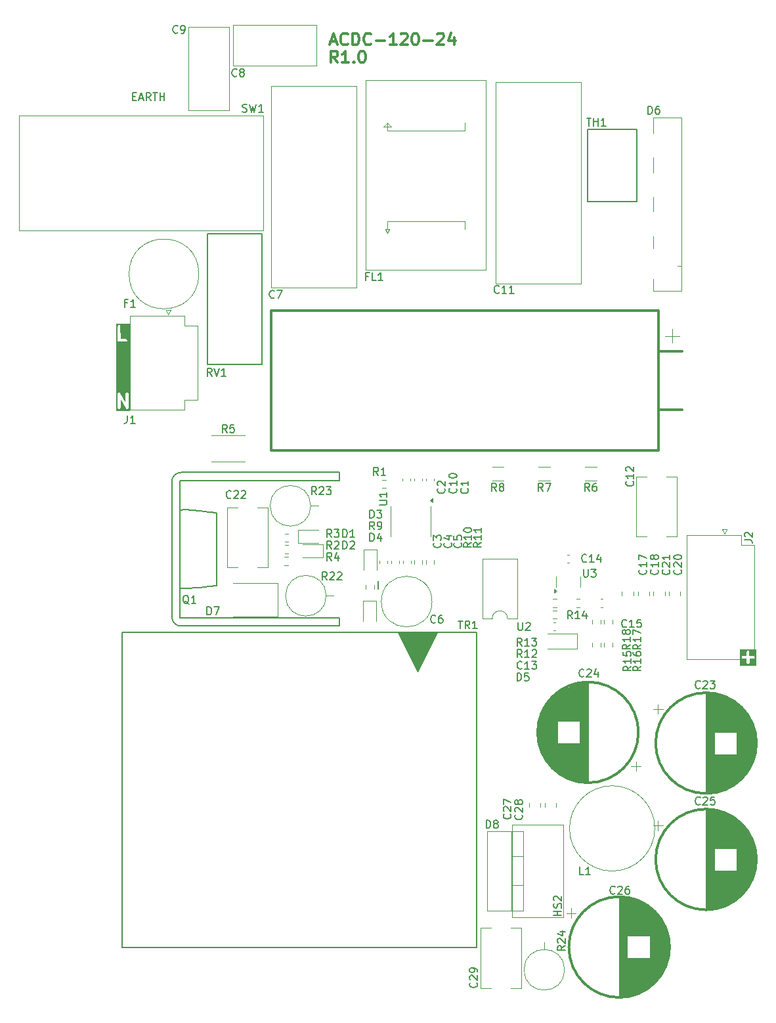
<source format=gbr>
%TF.GenerationSoftware,KiCad,Pcbnew,8.99.0-984-gafcdfd85a7*%
%TF.CreationDate,2024-06-08T13:09:11+02:00*%
%TF.ProjectId,ACDC120V24,41434443-3132-4305-9632-342e6b696361,rev?*%
%TF.SameCoordinates,Original*%
%TF.FileFunction,Legend,Top*%
%TF.FilePolarity,Positive*%
%FSLAX46Y46*%
G04 Gerber Fmt 4.6, Leading zero omitted, Abs format (unit mm)*
G04 Created by KiCad (PCBNEW 8.99.0-984-gafcdfd85a7) date 2024-06-08 13:09:11*
%MOMM*%
%LPD*%
G01*
G04 APERTURE LIST*
%ADD10C,0.150000*%
%ADD11C,0.360000*%
%ADD12C,0.200000*%
%ADD13C,0.300000*%
%ADD14C,0.120000*%
G04 APERTURE END LIST*
D10*
X68035000Y-106711000D02*
X68035000Y-107711000D01*
D11*
G36*
X116772535Y-117572127D02*
G01*
X114648024Y-117572127D01*
X114648024Y-116474756D01*
X114848024Y-116474756D01*
X114848024Y-116544988D01*
X114874900Y-116609875D01*
X114924562Y-116659537D01*
X114989449Y-116686413D01*
X115024565Y-116689872D01*
X115532405Y-116688623D01*
X115533739Y-117230702D01*
X115560615Y-117295589D01*
X115610277Y-117345251D01*
X115675164Y-117372127D01*
X115745396Y-117372127D01*
X115810283Y-117345251D01*
X115859945Y-117295589D01*
X115886821Y-117230702D01*
X115890280Y-117195586D01*
X115889031Y-116687746D01*
X116431110Y-116686413D01*
X116495997Y-116659537D01*
X116545659Y-116609875D01*
X116572535Y-116544988D01*
X116572535Y-116474756D01*
X116545659Y-116409869D01*
X116495997Y-116360207D01*
X116431110Y-116333331D01*
X116395994Y-116329872D01*
X115888154Y-116331120D01*
X115886821Y-115789042D01*
X115859945Y-115724155D01*
X115810283Y-115674493D01*
X115745396Y-115647617D01*
X115675164Y-115647617D01*
X115610277Y-115674493D01*
X115560615Y-115724155D01*
X115533739Y-115789042D01*
X115530280Y-115824158D01*
X115531528Y-116331997D01*
X114989449Y-116333331D01*
X114924562Y-116360207D01*
X114874900Y-116409869D01*
X114848024Y-116474756D01*
X114648024Y-116474756D01*
X114648024Y-115447617D01*
X116772535Y-115447617D01*
X116772535Y-117572127D01*
G37*
D12*
X36348673Y-44184409D02*
X36682006Y-44184409D01*
X36824863Y-44708219D02*
X36348673Y-44708219D01*
X36348673Y-44708219D02*
X36348673Y-43708219D01*
X36348673Y-43708219D02*
X36824863Y-43708219D01*
X37205816Y-44422504D02*
X37682006Y-44422504D01*
X37110578Y-44708219D02*
X37443911Y-43708219D01*
X37443911Y-43708219D02*
X37777244Y-44708219D01*
X38682006Y-44708219D02*
X38348673Y-44232028D01*
X38110578Y-44708219D02*
X38110578Y-43708219D01*
X38110578Y-43708219D02*
X38491530Y-43708219D01*
X38491530Y-43708219D02*
X38586768Y-43755838D01*
X38586768Y-43755838D02*
X38634387Y-43803457D01*
X38634387Y-43803457D02*
X38682006Y-43898695D01*
X38682006Y-43898695D02*
X38682006Y-44041552D01*
X38682006Y-44041552D02*
X38634387Y-44136790D01*
X38634387Y-44136790D02*
X38586768Y-44184409D01*
X38586768Y-44184409D02*
X38491530Y-44232028D01*
X38491530Y-44232028D02*
X38110578Y-44232028D01*
X38967721Y-43708219D02*
X39539149Y-43708219D01*
X39253435Y-44708219D02*
X39253435Y-43708219D01*
X39872483Y-44708219D02*
X39872483Y-43708219D01*
X39872483Y-44184409D02*
X40443911Y-44184409D01*
X40443911Y-44708219D02*
X40443911Y-43708219D01*
D11*
G36*
X36008984Y-84701555D02*
G01*
X34220413Y-84701555D01*
X34220413Y-82521994D01*
X34420413Y-82521994D01*
X34423872Y-84357110D01*
X34450748Y-84421997D01*
X34500410Y-84471659D01*
X34565297Y-84498535D01*
X34635529Y-84498535D01*
X34700416Y-84471659D01*
X34750078Y-84421997D01*
X34776954Y-84357110D01*
X34780413Y-84321994D01*
X34778286Y-83193853D01*
X35470383Y-84400423D01*
X35479319Y-84421997D01*
X35487384Y-84430062D01*
X35493126Y-84440072D01*
X35512049Y-84454727D01*
X35528981Y-84471659D01*
X35539581Y-84476049D01*
X35548654Y-84483076D01*
X35571756Y-84489376D01*
X35593868Y-84498535D01*
X35605338Y-84498535D01*
X35616412Y-84501555D01*
X35640166Y-84498535D01*
X35664100Y-84498535D01*
X35674700Y-84494144D01*
X35686084Y-84492697D01*
X35706865Y-84480821D01*
X35728987Y-84471659D01*
X35737103Y-84463542D01*
X35747062Y-84457852D01*
X35761717Y-84438928D01*
X35778649Y-84421997D01*
X35783039Y-84411396D01*
X35790066Y-84402324D01*
X35796366Y-84379220D01*
X35805525Y-84357110D01*
X35807293Y-84339155D01*
X35808545Y-84334567D01*
X35808094Y-84331023D01*
X35808984Y-84321994D01*
X35805525Y-82486878D01*
X35778649Y-82421991D01*
X35728987Y-82372329D01*
X35664100Y-82345453D01*
X35593868Y-82345453D01*
X35528981Y-82372329D01*
X35479319Y-82421991D01*
X35452443Y-82486878D01*
X35448984Y-82521994D01*
X35451110Y-83650134D01*
X34759013Y-82443564D01*
X34750078Y-82421991D01*
X34742012Y-82413925D01*
X34736271Y-82403916D01*
X34717347Y-82389260D01*
X34700416Y-82372329D01*
X34689815Y-82367938D01*
X34680743Y-82360912D01*
X34657640Y-82354611D01*
X34635529Y-82345453D01*
X34624059Y-82345453D01*
X34612985Y-82342433D01*
X34589231Y-82345453D01*
X34565297Y-82345453D01*
X34554696Y-82349843D01*
X34543313Y-82351291D01*
X34522531Y-82363166D01*
X34500410Y-82372329D01*
X34492293Y-82380445D01*
X34482335Y-82386136D01*
X34467679Y-82405059D01*
X34450748Y-82421991D01*
X34446357Y-82432591D01*
X34439331Y-82441664D01*
X34433030Y-82464766D01*
X34423872Y-82486878D01*
X34422103Y-82504833D01*
X34420852Y-82509422D01*
X34421302Y-82512964D01*
X34420413Y-82521994D01*
X34220413Y-82521994D01*
X34220413Y-73828297D01*
X34420413Y-73828297D01*
X34423872Y-75663413D01*
X34450748Y-75728300D01*
X34500410Y-75777962D01*
X34565297Y-75804838D01*
X34600413Y-75808297D01*
X35492672Y-75804838D01*
X35557559Y-75777962D01*
X35607221Y-75728300D01*
X35634097Y-75663413D01*
X35634097Y-75593181D01*
X35607221Y-75528294D01*
X35557559Y-75478632D01*
X35492672Y-75451756D01*
X35457556Y-75448297D01*
X34780078Y-75450923D01*
X34776954Y-73793181D01*
X34750078Y-73728294D01*
X34700416Y-73678632D01*
X34635529Y-73651756D01*
X34565297Y-73651756D01*
X34500410Y-73678632D01*
X34450748Y-73728294D01*
X34423872Y-73793181D01*
X34420413Y-73828297D01*
X34220413Y-73828297D01*
X34220413Y-73451756D01*
X36008984Y-73451756D01*
X36008984Y-84701555D01*
G37*
D13*
X62790653Y-39815828D02*
X62290653Y-39101542D01*
X61933510Y-39815828D02*
X61933510Y-38315828D01*
X61933510Y-38315828D02*
X62504939Y-38315828D01*
X62504939Y-38315828D02*
X62647796Y-38387257D01*
X62647796Y-38387257D02*
X62719225Y-38458685D01*
X62719225Y-38458685D02*
X62790653Y-38601542D01*
X62790653Y-38601542D02*
X62790653Y-38815828D01*
X62790653Y-38815828D02*
X62719225Y-38958685D01*
X62719225Y-38958685D02*
X62647796Y-39030114D01*
X62647796Y-39030114D02*
X62504939Y-39101542D01*
X62504939Y-39101542D02*
X61933510Y-39101542D01*
X64219225Y-39815828D02*
X63362082Y-39815828D01*
X63790653Y-39815828D02*
X63790653Y-38315828D01*
X63790653Y-38315828D02*
X63647796Y-38530114D01*
X63647796Y-38530114D02*
X63504939Y-38672971D01*
X63504939Y-38672971D02*
X63362082Y-38744400D01*
X64862081Y-39672971D02*
X64933510Y-39744400D01*
X64933510Y-39744400D02*
X64862081Y-39815828D01*
X64862081Y-39815828D02*
X64790653Y-39744400D01*
X64790653Y-39744400D02*
X64862081Y-39672971D01*
X64862081Y-39672971D02*
X64862081Y-39815828D01*
X65862082Y-38315828D02*
X66004939Y-38315828D01*
X66004939Y-38315828D02*
X66147796Y-38387257D01*
X66147796Y-38387257D02*
X66219225Y-38458685D01*
X66219225Y-38458685D02*
X66290653Y-38601542D01*
X66290653Y-38601542D02*
X66362082Y-38887257D01*
X66362082Y-38887257D02*
X66362082Y-39244400D01*
X66362082Y-39244400D02*
X66290653Y-39530114D01*
X66290653Y-39530114D02*
X66219225Y-39672971D01*
X66219225Y-39672971D02*
X66147796Y-39744400D01*
X66147796Y-39744400D02*
X66004939Y-39815828D01*
X66004939Y-39815828D02*
X65862082Y-39815828D01*
X65862082Y-39815828D02*
X65719225Y-39744400D01*
X65719225Y-39744400D02*
X65647796Y-39672971D01*
X65647796Y-39672971D02*
X65576367Y-39530114D01*
X65576367Y-39530114D02*
X65504939Y-39244400D01*
X65504939Y-39244400D02*
X65504939Y-38887257D01*
X65504939Y-38887257D02*
X65576367Y-38601542D01*
X65576367Y-38601542D02*
X65647796Y-38458685D01*
X65647796Y-38458685D02*
X65719225Y-38387257D01*
X65719225Y-38387257D02*
X65862082Y-38315828D01*
X61862082Y-37101257D02*
X62576368Y-37101257D01*
X61719225Y-37529828D02*
X62219225Y-36029828D01*
X62219225Y-36029828D02*
X62719225Y-37529828D01*
X64076367Y-37386971D02*
X64004939Y-37458400D01*
X64004939Y-37458400D02*
X63790653Y-37529828D01*
X63790653Y-37529828D02*
X63647796Y-37529828D01*
X63647796Y-37529828D02*
X63433510Y-37458400D01*
X63433510Y-37458400D02*
X63290653Y-37315542D01*
X63290653Y-37315542D02*
X63219224Y-37172685D01*
X63219224Y-37172685D02*
X63147796Y-36886971D01*
X63147796Y-36886971D02*
X63147796Y-36672685D01*
X63147796Y-36672685D02*
X63219224Y-36386971D01*
X63219224Y-36386971D02*
X63290653Y-36244114D01*
X63290653Y-36244114D02*
X63433510Y-36101257D01*
X63433510Y-36101257D02*
X63647796Y-36029828D01*
X63647796Y-36029828D02*
X63790653Y-36029828D01*
X63790653Y-36029828D02*
X64004939Y-36101257D01*
X64004939Y-36101257D02*
X64076367Y-36172685D01*
X64719224Y-37529828D02*
X64719224Y-36029828D01*
X64719224Y-36029828D02*
X65076367Y-36029828D01*
X65076367Y-36029828D02*
X65290653Y-36101257D01*
X65290653Y-36101257D02*
X65433510Y-36244114D01*
X65433510Y-36244114D02*
X65504939Y-36386971D01*
X65504939Y-36386971D02*
X65576367Y-36672685D01*
X65576367Y-36672685D02*
X65576367Y-36886971D01*
X65576367Y-36886971D02*
X65504939Y-37172685D01*
X65504939Y-37172685D02*
X65433510Y-37315542D01*
X65433510Y-37315542D02*
X65290653Y-37458400D01*
X65290653Y-37458400D02*
X65076367Y-37529828D01*
X65076367Y-37529828D02*
X64719224Y-37529828D01*
X67076367Y-37386971D02*
X67004939Y-37458400D01*
X67004939Y-37458400D02*
X66790653Y-37529828D01*
X66790653Y-37529828D02*
X66647796Y-37529828D01*
X66647796Y-37529828D02*
X66433510Y-37458400D01*
X66433510Y-37458400D02*
X66290653Y-37315542D01*
X66290653Y-37315542D02*
X66219224Y-37172685D01*
X66219224Y-37172685D02*
X66147796Y-36886971D01*
X66147796Y-36886971D02*
X66147796Y-36672685D01*
X66147796Y-36672685D02*
X66219224Y-36386971D01*
X66219224Y-36386971D02*
X66290653Y-36244114D01*
X66290653Y-36244114D02*
X66433510Y-36101257D01*
X66433510Y-36101257D02*
X66647796Y-36029828D01*
X66647796Y-36029828D02*
X66790653Y-36029828D01*
X66790653Y-36029828D02*
X67004939Y-36101257D01*
X67004939Y-36101257D02*
X67076367Y-36172685D01*
X67719224Y-36958400D02*
X68862082Y-36958400D01*
X70362082Y-37529828D02*
X69504939Y-37529828D01*
X69933510Y-37529828D02*
X69933510Y-36029828D01*
X69933510Y-36029828D02*
X69790653Y-36244114D01*
X69790653Y-36244114D02*
X69647796Y-36386971D01*
X69647796Y-36386971D02*
X69504939Y-36458400D01*
X70933510Y-36172685D02*
X71004938Y-36101257D01*
X71004938Y-36101257D02*
X71147796Y-36029828D01*
X71147796Y-36029828D02*
X71504938Y-36029828D01*
X71504938Y-36029828D02*
X71647796Y-36101257D01*
X71647796Y-36101257D02*
X71719224Y-36172685D01*
X71719224Y-36172685D02*
X71790653Y-36315542D01*
X71790653Y-36315542D02*
X71790653Y-36458400D01*
X71790653Y-36458400D02*
X71719224Y-36672685D01*
X71719224Y-36672685D02*
X70862081Y-37529828D01*
X70862081Y-37529828D02*
X71790653Y-37529828D01*
X72719224Y-36029828D02*
X72862081Y-36029828D01*
X72862081Y-36029828D02*
X73004938Y-36101257D01*
X73004938Y-36101257D02*
X73076367Y-36172685D01*
X73076367Y-36172685D02*
X73147795Y-36315542D01*
X73147795Y-36315542D02*
X73219224Y-36601257D01*
X73219224Y-36601257D02*
X73219224Y-36958400D01*
X73219224Y-36958400D02*
X73147795Y-37244114D01*
X73147795Y-37244114D02*
X73076367Y-37386971D01*
X73076367Y-37386971D02*
X73004938Y-37458400D01*
X73004938Y-37458400D02*
X72862081Y-37529828D01*
X72862081Y-37529828D02*
X72719224Y-37529828D01*
X72719224Y-37529828D02*
X72576367Y-37458400D01*
X72576367Y-37458400D02*
X72504938Y-37386971D01*
X72504938Y-37386971D02*
X72433509Y-37244114D01*
X72433509Y-37244114D02*
X72362081Y-36958400D01*
X72362081Y-36958400D02*
X72362081Y-36601257D01*
X72362081Y-36601257D02*
X72433509Y-36315542D01*
X72433509Y-36315542D02*
X72504938Y-36172685D01*
X72504938Y-36172685D02*
X72576367Y-36101257D01*
X72576367Y-36101257D02*
X72719224Y-36029828D01*
X73862080Y-36958400D02*
X75004938Y-36958400D01*
X75647795Y-36172685D02*
X75719223Y-36101257D01*
X75719223Y-36101257D02*
X75862081Y-36029828D01*
X75862081Y-36029828D02*
X76219223Y-36029828D01*
X76219223Y-36029828D02*
X76362081Y-36101257D01*
X76362081Y-36101257D02*
X76433509Y-36172685D01*
X76433509Y-36172685D02*
X76504938Y-36315542D01*
X76504938Y-36315542D02*
X76504938Y-36458400D01*
X76504938Y-36458400D02*
X76433509Y-36672685D01*
X76433509Y-36672685D02*
X75576366Y-37529828D01*
X75576366Y-37529828D02*
X76504938Y-37529828D01*
X77790652Y-36529828D02*
X77790652Y-37529828D01*
X77433509Y-35958400D02*
X77076366Y-37029828D01*
X77076366Y-37029828D02*
X78004937Y-37029828D01*
D10*
X100631819Y-117642057D02*
X100155628Y-117975390D01*
X100631819Y-118213485D02*
X99631819Y-118213485D01*
X99631819Y-118213485D02*
X99631819Y-117832533D01*
X99631819Y-117832533D02*
X99679438Y-117737295D01*
X99679438Y-117737295D02*
X99727057Y-117689676D01*
X99727057Y-117689676D02*
X99822295Y-117642057D01*
X99822295Y-117642057D02*
X99965152Y-117642057D01*
X99965152Y-117642057D02*
X100060390Y-117689676D01*
X100060390Y-117689676D02*
X100108009Y-117737295D01*
X100108009Y-117737295D02*
X100155628Y-117832533D01*
X100155628Y-117832533D02*
X100155628Y-118213485D01*
X100631819Y-116689676D02*
X100631819Y-117261104D01*
X100631819Y-116975390D02*
X99631819Y-116975390D01*
X99631819Y-116975390D02*
X99774676Y-117070628D01*
X99774676Y-117070628D02*
X99869914Y-117165866D01*
X99869914Y-117165866D02*
X99917533Y-117261104D01*
X99631819Y-115784914D02*
X99631819Y-116261104D01*
X99631819Y-116261104D02*
X100108009Y-116308723D01*
X100108009Y-116308723D02*
X100060390Y-116261104D01*
X100060390Y-116261104D02*
X100012771Y-116165866D01*
X100012771Y-116165866D02*
X100012771Y-115927771D01*
X100012771Y-115927771D02*
X100060390Y-115832533D01*
X100060390Y-115832533D02*
X100108009Y-115784914D01*
X100108009Y-115784914D02*
X100203247Y-115737295D01*
X100203247Y-115737295D02*
X100441342Y-115737295D01*
X100441342Y-115737295D02*
X100536580Y-115784914D01*
X100536580Y-115784914D02*
X100584200Y-115832533D01*
X100584200Y-115832533D02*
X100631819Y-115927771D01*
X100631819Y-115927771D02*
X100631819Y-116165866D01*
X100631819Y-116165866D02*
X100584200Y-116261104D01*
X100584200Y-116261104D02*
X100536580Y-116308723D01*
X101901819Y-114848057D02*
X101425628Y-115181390D01*
X101901819Y-115419485D02*
X100901819Y-115419485D01*
X100901819Y-115419485D02*
X100901819Y-115038533D01*
X100901819Y-115038533D02*
X100949438Y-114943295D01*
X100949438Y-114943295D02*
X100997057Y-114895676D01*
X100997057Y-114895676D02*
X101092295Y-114848057D01*
X101092295Y-114848057D02*
X101235152Y-114848057D01*
X101235152Y-114848057D02*
X101330390Y-114895676D01*
X101330390Y-114895676D02*
X101378009Y-114943295D01*
X101378009Y-114943295D02*
X101425628Y-115038533D01*
X101425628Y-115038533D02*
X101425628Y-115419485D01*
X101901819Y-113895676D02*
X101901819Y-114467104D01*
X101901819Y-114181390D02*
X100901819Y-114181390D01*
X100901819Y-114181390D02*
X101044676Y-114276628D01*
X101044676Y-114276628D02*
X101139914Y-114371866D01*
X101139914Y-114371866D02*
X101187533Y-114467104D01*
X100901819Y-113562342D02*
X100901819Y-112895676D01*
X100901819Y-112895676D02*
X101901819Y-113324247D01*
X60042142Y-95515819D02*
X59708809Y-95039628D01*
X59470714Y-95515819D02*
X59470714Y-94515819D01*
X59470714Y-94515819D02*
X59851666Y-94515819D01*
X59851666Y-94515819D02*
X59946904Y-94563438D01*
X59946904Y-94563438D02*
X59994523Y-94611057D01*
X59994523Y-94611057D02*
X60042142Y-94706295D01*
X60042142Y-94706295D02*
X60042142Y-94849152D01*
X60042142Y-94849152D02*
X59994523Y-94944390D01*
X59994523Y-94944390D02*
X59946904Y-94992009D01*
X59946904Y-94992009D02*
X59851666Y-95039628D01*
X59851666Y-95039628D02*
X59470714Y-95039628D01*
X60423095Y-94611057D02*
X60470714Y-94563438D01*
X60470714Y-94563438D02*
X60565952Y-94515819D01*
X60565952Y-94515819D02*
X60804047Y-94515819D01*
X60804047Y-94515819D02*
X60899285Y-94563438D01*
X60899285Y-94563438D02*
X60946904Y-94611057D01*
X60946904Y-94611057D02*
X60994523Y-94706295D01*
X60994523Y-94706295D02*
X60994523Y-94801533D01*
X60994523Y-94801533D02*
X60946904Y-94944390D01*
X60946904Y-94944390D02*
X60375476Y-95515819D01*
X60375476Y-95515819D02*
X60994523Y-95515819D01*
X61327857Y-94515819D02*
X61946904Y-94515819D01*
X61946904Y-94515819D02*
X61613571Y-94896771D01*
X61613571Y-94896771D02*
X61756428Y-94896771D01*
X61756428Y-94896771D02*
X61851666Y-94944390D01*
X61851666Y-94944390D02*
X61899285Y-94992009D01*
X61899285Y-94992009D02*
X61946904Y-95087247D01*
X61946904Y-95087247D02*
X61946904Y-95325342D01*
X61946904Y-95325342D02*
X61899285Y-95420580D01*
X61899285Y-95420580D02*
X61851666Y-95468200D01*
X61851666Y-95468200D02*
X61756428Y-95515819D01*
X61756428Y-95515819D02*
X61470714Y-95515819D01*
X61470714Y-95515819D02*
X61375476Y-95468200D01*
X61375476Y-95468200D02*
X61327857Y-95420580D01*
X86542142Y-116515819D02*
X86208809Y-116039628D01*
X85970714Y-116515819D02*
X85970714Y-115515819D01*
X85970714Y-115515819D02*
X86351666Y-115515819D01*
X86351666Y-115515819D02*
X86446904Y-115563438D01*
X86446904Y-115563438D02*
X86494523Y-115611057D01*
X86494523Y-115611057D02*
X86542142Y-115706295D01*
X86542142Y-115706295D02*
X86542142Y-115849152D01*
X86542142Y-115849152D02*
X86494523Y-115944390D01*
X86494523Y-115944390D02*
X86446904Y-115992009D01*
X86446904Y-115992009D02*
X86351666Y-116039628D01*
X86351666Y-116039628D02*
X85970714Y-116039628D01*
X87494523Y-116515819D02*
X86923095Y-116515819D01*
X87208809Y-116515819D02*
X87208809Y-115515819D01*
X87208809Y-115515819D02*
X87113571Y-115658676D01*
X87113571Y-115658676D02*
X87018333Y-115753914D01*
X87018333Y-115753914D02*
X86923095Y-115801533D01*
X87875476Y-115611057D02*
X87923095Y-115563438D01*
X87923095Y-115563438D02*
X88018333Y-115515819D01*
X88018333Y-115515819D02*
X88256428Y-115515819D01*
X88256428Y-115515819D02*
X88351666Y-115563438D01*
X88351666Y-115563438D02*
X88399285Y-115611057D01*
X88399285Y-115611057D02*
X88446904Y-115706295D01*
X88446904Y-115706295D02*
X88446904Y-115801533D01*
X88446904Y-115801533D02*
X88399285Y-115944390D01*
X88399285Y-115944390D02*
X87827857Y-116515819D01*
X87827857Y-116515819D02*
X88446904Y-116515819D01*
X100504819Y-114848057D02*
X100028628Y-115181390D01*
X100504819Y-115419485D02*
X99504819Y-115419485D01*
X99504819Y-115419485D02*
X99504819Y-115038533D01*
X99504819Y-115038533D02*
X99552438Y-114943295D01*
X99552438Y-114943295D02*
X99600057Y-114895676D01*
X99600057Y-114895676D02*
X99695295Y-114848057D01*
X99695295Y-114848057D02*
X99838152Y-114848057D01*
X99838152Y-114848057D02*
X99933390Y-114895676D01*
X99933390Y-114895676D02*
X99981009Y-114943295D01*
X99981009Y-114943295D02*
X100028628Y-115038533D01*
X100028628Y-115038533D02*
X100028628Y-115419485D01*
X100504819Y-113895676D02*
X100504819Y-114467104D01*
X100504819Y-114181390D02*
X99504819Y-114181390D01*
X99504819Y-114181390D02*
X99647676Y-114276628D01*
X99647676Y-114276628D02*
X99742914Y-114371866D01*
X99742914Y-114371866D02*
X99790533Y-114467104D01*
X99933390Y-113324247D02*
X99885771Y-113419485D01*
X99885771Y-113419485D02*
X99838152Y-113467104D01*
X99838152Y-113467104D02*
X99742914Y-113514723D01*
X99742914Y-113514723D02*
X99695295Y-113514723D01*
X99695295Y-113514723D02*
X99600057Y-113467104D01*
X99600057Y-113467104D02*
X99552438Y-113419485D01*
X99552438Y-113419485D02*
X99504819Y-113324247D01*
X99504819Y-113324247D02*
X99504819Y-113133771D01*
X99504819Y-113133771D02*
X99552438Y-113038533D01*
X99552438Y-113038533D02*
X99600057Y-112990914D01*
X99600057Y-112990914D02*
X99695295Y-112943295D01*
X99695295Y-112943295D02*
X99742914Y-112943295D01*
X99742914Y-112943295D02*
X99838152Y-112990914D01*
X99838152Y-112990914D02*
X99885771Y-113038533D01*
X99885771Y-113038533D02*
X99933390Y-113133771D01*
X99933390Y-113133771D02*
X99933390Y-113324247D01*
X99933390Y-113324247D02*
X99981009Y-113419485D01*
X99981009Y-113419485D02*
X100028628Y-113467104D01*
X100028628Y-113467104D02*
X100123866Y-113514723D01*
X100123866Y-113514723D02*
X100314342Y-113514723D01*
X100314342Y-113514723D02*
X100409580Y-113467104D01*
X100409580Y-113467104D02*
X100457200Y-113419485D01*
X100457200Y-113419485D02*
X100504819Y-113324247D01*
X100504819Y-113324247D02*
X100504819Y-113133771D01*
X100504819Y-113133771D02*
X100457200Y-113038533D01*
X100457200Y-113038533D02*
X100409580Y-112990914D01*
X100409580Y-112990914D02*
X100314342Y-112943295D01*
X100314342Y-112943295D02*
X100123866Y-112943295D01*
X100123866Y-112943295D02*
X100028628Y-112990914D01*
X100028628Y-112990914D02*
X99981009Y-113038533D01*
X99981009Y-113038533D02*
X99933390Y-113133771D01*
X95259333Y-95067819D02*
X94926000Y-94591628D01*
X94687905Y-95067819D02*
X94687905Y-94067819D01*
X94687905Y-94067819D02*
X95068857Y-94067819D01*
X95068857Y-94067819D02*
X95164095Y-94115438D01*
X95164095Y-94115438D02*
X95211714Y-94163057D01*
X95211714Y-94163057D02*
X95259333Y-94258295D01*
X95259333Y-94258295D02*
X95259333Y-94401152D01*
X95259333Y-94401152D02*
X95211714Y-94496390D01*
X95211714Y-94496390D02*
X95164095Y-94544009D01*
X95164095Y-94544009D02*
X95068857Y-94591628D01*
X95068857Y-94591628D02*
X94687905Y-94591628D01*
X96116476Y-94067819D02*
X95926000Y-94067819D01*
X95926000Y-94067819D02*
X95830762Y-94115438D01*
X95830762Y-94115438D02*
X95783143Y-94163057D01*
X95783143Y-94163057D02*
X95687905Y-94305914D01*
X95687905Y-94305914D02*
X95640286Y-94496390D01*
X95640286Y-94496390D02*
X95640286Y-94877342D01*
X95640286Y-94877342D02*
X95687905Y-94972580D01*
X95687905Y-94972580D02*
X95735524Y-95020200D01*
X95735524Y-95020200D02*
X95830762Y-95067819D01*
X95830762Y-95067819D02*
X96021238Y-95067819D01*
X96021238Y-95067819D02*
X96116476Y-95020200D01*
X96116476Y-95020200D02*
X96164095Y-94972580D01*
X96164095Y-94972580D02*
X96211714Y-94877342D01*
X96211714Y-94877342D02*
X96211714Y-94639247D01*
X96211714Y-94639247D02*
X96164095Y-94544009D01*
X96164095Y-94544009D02*
X96116476Y-94496390D01*
X96116476Y-94496390D02*
X96021238Y-94448771D01*
X96021238Y-94448771D02*
X95830762Y-94448771D01*
X95830762Y-94448771D02*
X95735524Y-94496390D01*
X95735524Y-94496390D02*
X95687905Y-94544009D01*
X95687905Y-94544009D02*
X95640286Y-94639247D01*
X102804905Y-46438819D02*
X102804905Y-45438819D01*
X102804905Y-45438819D02*
X103043000Y-45438819D01*
X103043000Y-45438819D02*
X103185857Y-45486438D01*
X103185857Y-45486438D02*
X103281095Y-45581676D01*
X103281095Y-45581676D02*
X103328714Y-45676914D01*
X103328714Y-45676914D02*
X103376333Y-45867390D01*
X103376333Y-45867390D02*
X103376333Y-46010247D01*
X103376333Y-46010247D02*
X103328714Y-46200723D01*
X103328714Y-46200723D02*
X103281095Y-46295961D01*
X103281095Y-46295961D02*
X103185857Y-46391200D01*
X103185857Y-46391200D02*
X103043000Y-46438819D01*
X103043000Y-46438819D02*
X102804905Y-46438819D01*
X104233476Y-45438819D02*
X104043000Y-45438819D01*
X104043000Y-45438819D02*
X103947762Y-45486438D01*
X103947762Y-45486438D02*
X103900143Y-45534057D01*
X103900143Y-45534057D02*
X103804905Y-45676914D01*
X103804905Y-45676914D02*
X103757286Y-45867390D01*
X103757286Y-45867390D02*
X103757286Y-46248342D01*
X103757286Y-46248342D02*
X103804905Y-46343580D01*
X103804905Y-46343580D02*
X103852524Y-46391200D01*
X103852524Y-46391200D02*
X103947762Y-46438819D01*
X103947762Y-46438819D02*
X104138238Y-46438819D01*
X104138238Y-46438819D02*
X104233476Y-46391200D01*
X104233476Y-46391200D02*
X104281095Y-46343580D01*
X104281095Y-46343580D02*
X104328714Y-46248342D01*
X104328714Y-46248342D02*
X104328714Y-46010247D01*
X104328714Y-46010247D02*
X104281095Y-45915009D01*
X104281095Y-45915009D02*
X104233476Y-45867390D01*
X104233476Y-45867390D02*
X104138238Y-45819771D01*
X104138238Y-45819771D02*
X103947762Y-45819771D01*
X103947762Y-45819771D02*
X103852524Y-45867390D01*
X103852524Y-45867390D02*
X103804905Y-45915009D01*
X103804905Y-45915009D02*
X103757286Y-46010247D01*
X78325095Y-111803819D02*
X78896523Y-111803819D01*
X78610809Y-112803819D02*
X78610809Y-111803819D01*
X79801285Y-112803819D02*
X79467952Y-112327628D01*
X79229857Y-112803819D02*
X79229857Y-111803819D01*
X79229857Y-111803819D02*
X79610809Y-111803819D01*
X79610809Y-111803819D02*
X79706047Y-111851438D01*
X79706047Y-111851438D02*
X79753666Y-111899057D01*
X79753666Y-111899057D02*
X79801285Y-111994295D01*
X79801285Y-111994295D02*
X79801285Y-112137152D01*
X79801285Y-112137152D02*
X79753666Y-112232390D01*
X79753666Y-112232390D02*
X79706047Y-112280009D01*
X79706047Y-112280009D02*
X79610809Y-112327628D01*
X79610809Y-112327628D02*
X79229857Y-112327628D01*
X80753666Y-112803819D02*
X80182238Y-112803819D01*
X80467952Y-112803819D02*
X80467952Y-111803819D01*
X80467952Y-111803819D02*
X80372714Y-111946676D01*
X80372714Y-111946676D02*
X80277476Y-112041914D01*
X80277476Y-112041914D02*
X80182238Y-112089533D01*
X35645666Y-70807009D02*
X35312333Y-70807009D01*
X35312333Y-71330819D02*
X35312333Y-70330819D01*
X35312333Y-70330819D02*
X35788523Y-70330819D01*
X36693285Y-71330819D02*
X36121857Y-71330819D01*
X36407571Y-71330819D02*
X36407571Y-70330819D01*
X36407571Y-70330819D02*
X36312333Y-70473676D01*
X36312333Y-70473676D02*
X36217095Y-70568914D01*
X36217095Y-70568914D02*
X36121857Y-70616533D01*
X102544580Y-105203857D02*
X102592200Y-105251476D01*
X102592200Y-105251476D02*
X102639819Y-105394333D01*
X102639819Y-105394333D02*
X102639819Y-105489571D01*
X102639819Y-105489571D02*
X102592200Y-105632428D01*
X102592200Y-105632428D02*
X102496961Y-105727666D01*
X102496961Y-105727666D02*
X102401723Y-105775285D01*
X102401723Y-105775285D02*
X102211247Y-105822904D01*
X102211247Y-105822904D02*
X102068390Y-105822904D01*
X102068390Y-105822904D02*
X101877914Y-105775285D01*
X101877914Y-105775285D02*
X101782676Y-105727666D01*
X101782676Y-105727666D02*
X101687438Y-105632428D01*
X101687438Y-105632428D02*
X101639819Y-105489571D01*
X101639819Y-105489571D02*
X101639819Y-105394333D01*
X101639819Y-105394333D02*
X101687438Y-105251476D01*
X101687438Y-105251476D02*
X101735057Y-105203857D01*
X102639819Y-104251476D02*
X102639819Y-104822904D01*
X102639819Y-104537190D02*
X101639819Y-104537190D01*
X101639819Y-104537190D02*
X101782676Y-104632428D01*
X101782676Y-104632428D02*
X101877914Y-104727666D01*
X101877914Y-104727666D02*
X101925533Y-104822904D01*
X101639819Y-103918142D02*
X101639819Y-103251476D01*
X101639819Y-103251476D02*
X102639819Y-103680047D01*
X46559761Y-80220819D02*
X46226428Y-79744628D01*
X45988333Y-80220819D02*
X45988333Y-79220819D01*
X45988333Y-79220819D02*
X46369285Y-79220819D01*
X46369285Y-79220819D02*
X46464523Y-79268438D01*
X46464523Y-79268438D02*
X46512142Y-79316057D01*
X46512142Y-79316057D02*
X46559761Y-79411295D01*
X46559761Y-79411295D02*
X46559761Y-79554152D01*
X46559761Y-79554152D02*
X46512142Y-79649390D01*
X46512142Y-79649390D02*
X46464523Y-79697009D01*
X46464523Y-79697009D02*
X46369285Y-79744628D01*
X46369285Y-79744628D02*
X45988333Y-79744628D01*
X46845476Y-79220819D02*
X47178809Y-80220819D01*
X47178809Y-80220819D02*
X47512142Y-79220819D01*
X48369285Y-80220819D02*
X47797857Y-80220819D01*
X48083571Y-80220819D02*
X48083571Y-79220819D01*
X48083571Y-79220819D02*
X47988333Y-79363676D01*
X47988333Y-79363676D02*
X47893095Y-79458914D01*
X47893095Y-79458914D02*
X47797857Y-79506533D01*
X76544580Y-94727666D02*
X76592200Y-94775285D01*
X76592200Y-94775285D02*
X76639819Y-94918142D01*
X76639819Y-94918142D02*
X76639819Y-95013380D01*
X76639819Y-95013380D02*
X76592200Y-95156237D01*
X76592200Y-95156237D02*
X76496961Y-95251475D01*
X76496961Y-95251475D02*
X76401723Y-95299094D01*
X76401723Y-95299094D02*
X76211247Y-95346713D01*
X76211247Y-95346713D02*
X76068390Y-95346713D01*
X76068390Y-95346713D02*
X75877914Y-95299094D01*
X75877914Y-95299094D02*
X75782676Y-95251475D01*
X75782676Y-95251475D02*
X75687438Y-95156237D01*
X75687438Y-95156237D02*
X75639819Y-95013380D01*
X75639819Y-95013380D02*
X75639819Y-94918142D01*
X75639819Y-94918142D02*
X75687438Y-94775285D01*
X75687438Y-94775285D02*
X75735057Y-94727666D01*
X75735057Y-94346713D02*
X75687438Y-94299094D01*
X75687438Y-94299094D02*
X75639819Y-94203856D01*
X75639819Y-94203856D02*
X75639819Y-93965761D01*
X75639819Y-93965761D02*
X75687438Y-93870523D01*
X75687438Y-93870523D02*
X75735057Y-93822904D01*
X75735057Y-93822904D02*
X75830295Y-93775285D01*
X75830295Y-93775285D02*
X75925533Y-93775285D01*
X75925533Y-93775285D02*
X76068390Y-93822904D01*
X76068390Y-93822904D02*
X76639819Y-94394332D01*
X76639819Y-94394332D02*
X76639819Y-93775285D01*
X50520667Y-46137200D02*
X50663524Y-46184819D01*
X50663524Y-46184819D02*
X50901619Y-46184819D01*
X50901619Y-46184819D02*
X50996857Y-46137200D01*
X50996857Y-46137200D02*
X51044476Y-46089580D01*
X51044476Y-46089580D02*
X51092095Y-45994342D01*
X51092095Y-45994342D02*
X51092095Y-45899104D01*
X51092095Y-45899104D02*
X51044476Y-45803866D01*
X51044476Y-45803866D02*
X50996857Y-45756247D01*
X50996857Y-45756247D02*
X50901619Y-45708628D01*
X50901619Y-45708628D02*
X50711143Y-45661009D01*
X50711143Y-45661009D02*
X50615905Y-45613390D01*
X50615905Y-45613390D02*
X50568286Y-45565771D01*
X50568286Y-45565771D02*
X50520667Y-45470533D01*
X50520667Y-45470533D02*
X50520667Y-45375295D01*
X50520667Y-45375295D02*
X50568286Y-45280057D01*
X50568286Y-45280057D02*
X50615905Y-45232438D01*
X50615905Y-45232438D02*
X50711143Y-45184819D01*
X50711143Y-45184819D02*
X50949238Y-45184819D01*
X50949238Y-45184819D02*
X51092095Y-45232438D01*
X51425429Y-45184819D02*
X51663524Y-46184819D01*
X51663524Y-46184819D02*
X51854000Y-45470533D01*
X51854000Y-45470533D02*
X52044476Y-46184819D01*
X52044476Y-46184819D02*
X52282572Y-45184819D01*
X53187333Y-46184819D02*
X52615905Y-46184819D01*
X52901619Y-46184819D02*
X52901619Y-45184819D01*
X52901619Y-45184819D02*
X52806381Y-45327676D01*
X52806381Y-45327676D02*
X52711143Y-45422914D01*
X52711143Y-45422914D02*
X52615905Y-45470533D01*
X77406580Y-101727666D02*
X77454200Y-101775285D01*
X77454200Y-101775285D02*
X77501819Y-101918142D01*
X77501819Y-101918142D02*
X77501819Y-102013380D01*
X77501819Y-102013380D02*
X77454200Y-102156237D01*
X77454200Y-102156237D02*
X77358961Y-102251475D01*
X77358961Y-102251475D02*
X77263723Y-102299094D01*
X77263723Y-102299094D02*
X77073247Y-102346713D01*
X77073247Y-102346713D02*
X76930390Y-102346713D01*
X76930390Y-102346713D02*
X76739914Y-102299094D01*
X76739914Y-102299094D02*
X76644676Y-102251475D01*
X76644676Y-102251475D02*
X76549438Y-102156237D01*
X76549438Y-102156237D02*
X76501819Y-102013380D01*
X76501819Y-102013380D02*
X76501819Y-101918142D01*
X76501819Y-101918142D02*
X76549438Y-101775285D01*
X76549438Y-101775285D02*
X76597057Y-101727666D01*
X76835152Y-100870523D02*
X77501819Y-100870523D01*
X76454200Y-101108618D02*
X77168485Y-101346713D01*
X77168485Y-101346713D02*
X77168485Y-100727666D01*
X100865580Y-93816857D02*
X100913200Y-93864476D01*
X100913200Y-93864476D02*
X100960819Y-94007333D01*
X100960819Y-94007333D02*
X100960819Y-94102571D01*
X100960819Y-94102571D02*
X100913200Y-94245428D01*
X100913200Y-94245428D02*
X100817961Y-94340666D01*
X100817961Y-94340666D02*
X100722723Y-94388285D01*
X100722723Y-94388285D02*
X100532247Y-94435904D01*
X100532247Y-94435904D02*
X100389390Y-94435904D01*
X100389390Y-94435904D02*
X100198914Y-94388285D01*
X100198914Y-94388285D02*
X100103676Y-94340666D01*
X100103676Y-94340666D02*
X100008438Y-94245428D01*
X100008438Y-94245428D02*
X99960819Y-94102571D01*
X99960819Y-94102571D02*
X99960819Y-94007333D01*
X99960819Y-94007333D02*
X100008438Y-93864476D01*
X100008438Y-93864476D02*
X100056057Y-93816857D01*
X100960819Y-92864476D02*
X100960819Y-93435904D01*
X100960819Y-93150190D02*
X99960819Y-93150190D01*
X99960819Y-93150190D02*
X100103676Y-93245428D01*
X100103676Y-93245428D02*
X100198914Y-93340666D01*
X100198914Y-93340666D02*
X100246533Y-93435904D01*
X100056057Y-92483523D02*
X100008438Y-92435904D01*
X100008438Y-92435904D02*
X99960819Y-92340666D01*
X99960819Y-92340666D02*
X99960819Y-92102571D01*
X99960819Y-92102571D02*
X100008438Y-92007333D01*
X100008438Y-92007333D02*
X100056057Y-91959714D01*
X100056057Y-91959714D02*
X100151295Y-91912095D01*
X100151295Y-91912095D02*
X100246533Y-91912095D01*
X100246533Y-91912095D02*
X100389390Y-91959714D01*
X100389390Y-91959714D02*
X100960819Y-92531142D01*
X100960819Y-92531142D02*
X100960819Y-91912095D01*
X105544580Y-105203857D02*
X105592200Y-105251476D01*
X105592200Y-105251476D02*
X105639819Y-105394333D01*
X105639819Y-105394333D02*
X105639819Y-105489571D01*
X105639819Y-105489571D02*
X105592200Y-105632428D01*
X105592200Y-105632428D02*
X105496961Y-105727666D01*
X105496961Y-105727666D02*
X105401723Y-105775285D01*
X105401723Y-105775285D02*
X105211247Y-105822904D01*
X105211247Y-105822904D02*
X105068390Y-105822904D01*
X105068390Y-105822904D02*
X104877914Y-105775285D01*
X104877914Y-105775285D02*
X104782676Y-105727666D01*
X104782676Y-105727666D02*
X104687438Y-105632428D01*
X104687438Y-105632428D02*
X104639819Y-105489571D01*
X104639819Y-105489571D02*
X104639819Y-105394333D01*
X104639819Y-105394333D02*
X104687438Y-105251476D01*
X104687438Y-105251476D02*
X104735057Y-105203857D01*
X104735057Y-104822904D02*
X104687438Y-104775285D01*
X104687438Y-104775285D02*
X104639819Y-104680047D01*
X104639819Y-104680047D02*
X104639819Y-104441952D01*
X104639819Y-104441952D02*
X104687438Y-104346714D01*
X104687438Y-104346714D02*
X104735057Y-104299095D01*
X104735057Y-104299095D02*
X104830295Y-104251476D01*
X104830295Y-104251476D02*
X104925533Y-104251476D01*
X104925533Y-104251476D02*
X105068390Y-104299095D01*
X105068390Y-104299095D02*
X105639819Y-104870523D01*
X105639819Y-104870523D02*
X105639819Y-104251476D01*
X105639819Y-103299095D02*
X105639819Y-103870523D01*
X105639819Y-103584809D02*
X104639819Y-103584809D01*
X104639819Y-103584809D02*
X104782676Y-103680047D01*
X104782676Y-103680047D02*
X104877914Y-103775285D01*
X104877914Y-103775285D02*
X104925533Y-103870523D01*
X80708580Y-158457857D02*
X80756200Y-158505476D01*
X80756200Y-158505476D02*
X80803819Y-158648333D01*
X80803819Y-158648333D02*
X80803819Y-158743571D01*
X80803819Y-158743571D02*
X80756200Y-158886428D01*
X80756200Y-158886428D02*
X80660961Y-158981666D01*
X80660961Y-158981666D02*
X80565723Y-159029285D01*
X80565723Y-159029285D02*
X80375247Y-159076904D01*
X80375247Y-159076904D02*
X80232390Y-159076904D01*
X80232390Y-159076904D02*
X80041914Y-159029285D01*
X80041914Y-159029285D02*
X79946676Y-158981666D01*
X79946676Y-158981666D02*
X79851438Y-158886428D01*
X79851438Y-158886428D02*
X79803819Y-158743571D01*
X79803819Y-158743571D02*
X79803819Y-158648333D01*
X79803819Y-158648333D02*
X79851438Y-158505476D01*
X79851438Y-158505476D02*
X79899057Y-158457857D01*
X79899057Y-158076904D02*
X79851438Y-158029285D01*
X79851438Y-158029285D02*
X79803819Y-157934047D01*
X79803819Y-157934047D02*
X79803819Y-157695952D01*
X79803819Y-157695952D02*
X79851438Y-157600714D01*
X79851438Y-157600714D02*
X79899057Y-157553095D01*
X79899057Y-157553095D02*
X79994295Y-157505476D01*
X79994295Y-157505476D02*
X80089533Y-157505476D01*
X80089533Y-157505476D02*
X80232390Y-157553095D01*
X80232390Y-157553095D02*
X80803819Y-158124523D01*
X80803819Y-158124523D02*
X80803819Y-157505476D01*
X80803819Y-157029285D02*
X80803819Y-156838809D01*
X80803819Y-156838809D02*
X80756200Y-156743571D01*
X80756200Y-156743571D02*
X80708580Y-156695952D01*
X80708580Y-156695952D02*
X80565723Y-156600714D01*
X80565723Y-156600714D02*
X80375247Y-156553095D01*
X80375247Y-156553095D02*
X79994295Y-156553095D01*
X79994295Y-156553095D02*
X79899057Y-156600714D01*
X79899057Y-156600714D02*
X79851438Y-156648333D01*
X79851438Y-156648333D02*
X79803819Y-156743571D01*
X79803819Y-156743571D02*
X79803819Y-156934047D01*
X79803819Y-156934047D02*
X79851438Y-157029285D01*
X79851438Y-157029285D02*
X79899057Y-157076904D01*
X79899057Y-157076904D02*
X79994295Y-157124523D01*
X79994295Y-157124523D02*
X80232390Y-157124523D01*
X80232390Y-157124523D02*
X80327628Y-157076904D01*
X80327628Y-157076904D02*
X80375247Y-157029285D01*
X80375247Y-157029285D02*
X80422866Y-156934047D01*
X80422866Y-156934047D02*
X80422866Y-156743571D01*
X80422866Y-156743571D02*
X80375247Y-156648333D01*
X80375247Y-156648333D02*
X80327628Y-156600714D01*
X80327628Y-156600714D02*
X80232390Y-156553095D01*
X78044580Y-94703857D02*
X78092200Y-94751476D01*
X78092200Y-94751476D02*
X78139819Y-94894333D01*
X78139819Y-94894333D02*
X78139819Y-94989571D01*
X78139819Y-94989571D02*
X78092200Y-95132428D01*
X78092200Y-95132428D02*
X77996961Y-95227666D01*
X77996961Y-95227666D02*
X77901723Y-95275285D01*
X77901723Y-95275285D02*
X77711247Y-95322904D01*
X77711247Y-95322904D02*
X77568390Y-95322904D01*
X77568390Y-95322904D02*
X77377914Y-95275285D01*
X77377914Y-95275285D02*
X77282676Y-95227666D01*
X77282676Y-95227666D02*
X77187438Y-95132428D01*
X77187438Y-95132428D02*
X77139819Y-94989571D01*
X77139819Y-94989571D02*
X77139819Y-94894333D01*
X77139819Y-94894333D02*
X77187438Y-94751476D01*
X77187438Y-94751476D02*
X77235057Y-94703857D01*
X78139819Y-93751476D02*
X78139819Y-94322904D01*
X78139819Y-94037190D02*
X77139819Y-94037190D01*
X77139819Y-94037190D02*
X77282676Y-94132428D01*
X77282676Y-94132428D02*
X77377914Y-94227666D01*
X77377914Y-94227666D02*
X77425533Y-94322904D01*
X77139819Y-93132428D02*
X77139819Y-93037190D01*
X77139819Y-93037190D02*
X77187438Y-92941952D01*
X77187438Y-92941952D02*
X77235057Y-92894333D01*
X77235057Y-92894333D02*
X77330295Y-92846714D01*
X77330295Y-92846714D02*
X77520771Y-92799095D01*
X77520771Y-92799095D02*
X77758866Y-92799095D01*
X77758866Y-92799095D02*
X77949342Y-92846714D01*
X77949342Y-92846714D02*
X78044580Y-92894333D01*
X78044580Y-92894333D02*
X78092200Y-92941952D01*
X78092200Y-92941952D02*
X78139819Y-93037190D01*
X78139819Y-93037190D02*
X78139819Y-93132428D01*
X78139819Y-93132428D02*
X78092200Y-93227666D01*
X78092200Y-93227666D02*
X78044580Y-93275285D01*
X78044580Y-93275285D02*
X77949342Y-93322904D01*
X77949342Y-93322904D02*
X77758866Y-93370523D01*
X77758866Y-93370523D02*
X77520771Y-93370523D01*
X77520771Y-93370523D02*
X77330295Y-93322904D01*
X77330295Y-93322904D02*
X77235057Y-93275285D01*
X77235057Y-93275285D02*
X77187438Y-93227666D01*
X77187438Y-93227666D02*
X77139819Y-93132428D01*
X98542142Y-146920580D02*
X98494523Y-146968200D01*
X98494523Y-146968200D02*
X98351666Y-147015819D01*
X98351666Y-147015819D02*
X98256428Y-147015819D01*
X98256428Y-147015819D02*
X98113571Y-146968200D01*
X98113571Y-146968200D02*
X98018333Y-146872961D01*
X98018333Y-146872961D02*
X97970714Y-146777723D01*
X97970714Y-146777723D02*
X97923095Y-146587247D01*
X97923095Y-146587247D02*
X97923095Y-146444390D01*
X97923095Y-146444390D02*
X97970714Y-146253914D01*
X97970714Y-146253914D02*
X98018333Y-146158676D01*
X98018333Y-146158676D02*
X98113571Y-146063438D01*
X98113571Y-146063438D02*
X98256428Y-146015819D01*
X98256428Y-146015819D02*
X98351666Y-146015819D01*
X98351666Y-146015819D02*
X98494523Y-146063438D01*
X98494523Y-146063438D02*
X98542142Y-146111057D01*
X98923095Y-146111057D02*
X98970714Y-146063438D01*
X98970714Y-146063438D02*
X99065952Y-146015819D01*
X99065952Y-146015819D02*
X99304047Y-146015819D01*
X99304047Y-146015819D02*
X99399285Y-146063438D01*
X99399285Y-146063438D02*
X99446904Y-146111057D01*
X99446904Y-146111057D02*
X99494523Y-146206295D01*
X99494523Y-146206295D02*
X99494523Y-146301533D01*
X99494523Y-146301533D02*
X99446904Y-146444390D01*
X99446904Y-146444390D02*
X98875476Y-147015819D01*
X98875476Y-147015819D02*
X99494523Y-147015819D01*
X100351666Y-146015819D02*
X100161190Y-146015819D01*
X100161190Y-146015819D02*
X100065952Y-146063438D01*
X100065952Y-146063438D02*
X100018333Y-146111057D01*
X100018333Y-146111057D02*
X99923095Y-146253914D01*
X99923095Y-146253914D02*
X99875476Y-146444390D01*
X99875476Y-146444390D02*
X99875476Y-146825342D01*
X99875476Y-146825342D02*
X99923095Y-146920580D01*
X99923095Y-146920580D02*
X99970714Y-146968200D01*
X99970714Y-146968200D02*
X100065952Y-147015819D01*
X100065952Y-147015819D02*
X100256428Y-147015819D01*
X100256428Y-147015819D02*
X100351666Y-146968200D01*
X100351666Y-146968200D02*
X100399285Y-146920580D01*
X100399285Y-146920580D02*
X100446904Y-146825342D01*
X100446904Y-146825342D02*
X100446904Y-146587247D01*
X100446904Y-146587247D02*
X100399285Y-146492009D01*
X100399285Y-146492009D02*
X100351666Y-146444390D01*
X100351666Y-146444390D02*
X100256428Y-146396771D01*
X100256428Y-146396771D02*
X100065952Y-146396771D01*
X100065952Y-146396771D02*
X99970714Y-146444390D01*
X99970714Y-146444390D02*
X99923095Y-146492009D01*
X99923095Y-146492009D02*
X99875476Y-146587247D01*
X54608333Y-70092580D02*
X54560714Y-70140200D01*
X54560714Y-70140200D02*
X54417857Y-70187819D01*
X54417857Y-70187819D02*
X54322619Y-70187819D01*
X54322619Y-70187819D02*
X54179762Y-70140200D01*
X54179762Y-70140200D02*
X54084524Y-70044961D01*
X54084524Y-70044961D02*
X54036905Y-69949723D01*
X54036905Y-69949723D02*
X53989286Y-69759247D01*
X53989286Y-69759247D02*
X53989286Y-69616390D01*
X53989286Y-69616390D02*
X54036905Y-69425914D01*
X54036905Y-69425914D02*
X54084524Y-69330676D01*
X54084524Y-69330676D02*
X54179762Y-69235438D01*
X54179762Y-69235438D02*
X54322619Y-69187819D01*
X54322619Y-69187819D02*
X54417857Y-69187819D01*
X54417857Y-69187819D02*
X54560714Y-69235438D01*
X54560714Y-69235438D02*
X54608333Y-69283057D01*
X54941667Y-69187819D02*
X55608333Y-69187819D01*
X55608333Y-69187819D02*
X55179762Y-70187819D01*
X62018333Y-101015819D02*
X61685000Y-100539628D01*
X61446905Y-101015819D02*
X61446905Y-100015819D01*
X61446905Y-100015819D02*
X61827857Y-100015819D01*
X61827857Y-100015819D02*
X61923095Y-100063438D01*
X61923095Y-100063438D02*
X61970714Y-100111057D01*
X61970714Y-100111057D02*
X62018333Y-100206295D01*
X62018333Y-100206295D02*
X62018333Y-100349152D01*
X62018333Y-100349152D02*
X61970714Y-100444390D01*
X61970714Y-100444390D02*
X61923095Y-100492009D01*
X61923095Y-100492009D02*
X61827857Y-100539628D01*
X61827857Y-100539628D02*
X61446905Y-100539628D01*
X62351667Y-100015819D02*
X62970714Y-100015819D01*
X62970714Y-100015819D02*
X62637381Y-100396771D01*
X62637381Y-100396771D02*
X62780238Y-100396771D01*
X62780238Y-100396771D02*
X62875476Y-100444390D01*
X62875476Y-100444390D02*
X62923095Y-100492009D01*
X62923095Y-100492009D02*
X62970714Y-100587247D01*
X62970714Y-100587247D02*
X62970714Y-100825342D01*
X62970714Y-100825342D02*
X62923095Y-100920580D01*
X62923095Y-100920580D02*
X62875476Y-100968200D01*
X62875476Y-100968200D02*
X62780238Y-101015819D01*
X62780238Y-101015819D02*
X62494524Y-101015819D01*
X62494524Y-101015819D02*
X62399286Y-100968200D01*
X62399286Y-100968200D02*
X62351667Y-100920580D01*
X78676580Y-101727666D02*
X78724200Y-101775285D01*
X78724200Y-101775285D02*
X78771819Y-101918142D01*
X78771819Y-101918142D02*
X78771819Y-102013380D01*
X78771819Y-102013380D02*
X78724200Y-102156237D01*
X78724200Y-102156237D02*
X78628961Y-102251475D01*
X78628961Y-102251475D02*
X78533723Y-102299094D01*
X78533723Y-102299094D02*
X78343247Y-102346713D01*
X78343247Y-102346713D02*
X78200390Y-102346713D01*
X78200390Y-102346713D02*
X78009914Y-102299094D01*
X78009914Y-102299094D02*
X77914676Y-102251475D01*
X77914676Y-102251475D02*
X77819438Y-102156237D01*
X77819438Y-102156237D02*
X77771819Y-102013380D01*
X77771819Y-102013380D02*
X77771819Y-101918142D01*
X77771819Y-101918142D02*
X77819438Y-101775285D01*
X77819438Y-101775285D02*
X77867057Y-101727666D01*
X77771819Y-100822904D02*
X77771819Y-101299094D01*
X77771819Y-101299094D02*
X78248009Y-101346713D01*
X78248009Y-101346713D02*
X78200390Y-101299094D01*
X78200390Y-101299094D02*
X78152771Y-101203856D01*
X78152771Y-101203856D02*
X78152771Y-100965761D01*
X78152771Y-100965761D02*
X78200390Y-100870523D01*
X78200390Y-100870523D02*
X78248009Y-100822904D01*
X78248009Y-100822904D02*
X78343247Y-100775285D01*
X78343247Y-100775285D02*
X78581342Y-100775285D01*
X78581342Y-100775285D02*
X78676580Y-100822904D01*
X78676580Y-100822904D02*
X78724200Y-100870523D01*
X78724200Y-100870523D02*
X78771819Y-100965761D01*
X78771819Y-100965761D02*
X78771819Y-101203856D01*
X78771819Y-101203856D02*
X78724200Y-101299094D01*
X78724200Y-101299094D02*
X78676580Y-101346713D01*
X62018333Y-102515819D02*
X61685000Y-102039628D01*
X61446905Y-102515819D02*
X61446905Y-101515819D01*
X61446905Y-101515819D02*
X61827857Y-101515819D01*
X61827857Y-101515819D02*
X61923095Y-101563438D01*
X61923095Y-101563438D02*
X61970714Y-101611057D01*
X61970714Y-101611057D02*
X62018333Y-101706295D01*
X62018333Y-101706295D02*
X62018333Y-101849152D01*
X62018333Y-101849152D02*
X61970714Y-101944390D01*
X61970714Y-101944390D02*
X61923095Y-101992009D01*
X61923095Y-101992009D02*
X61827857Y-102039628D01*
X61827857Y-102039628D02*
X61446905Y-102039628D01*
X62399286Y-101611057D02*
X62446905Y-101563438D01*
X62446905Y-101563438D02*
X62542143Y-101515819D01*
X62542143Y-101515819D02*
X62780238Y-101515819D01*
X62780238Y-101515819D02*
X62875476Y-101563438D01*
X62875476Y-101563438D02*
X62923095Y-101611057D01*
X62923095Y-101611057D02*
X62970714Y-101706295D01*
X62970714Y-101706295D02*
X62970714Y-101801533D01*
X62970714Y-101801533D02*
X62923095Y-101944390D01*
X62923095Y-101944390D02*
X62351667Y-102515819D01*
X62351667Y-102515819D02*
X62970714Y-102515819D01*
X66946905Y-101515819D02*
X66946905Y-100515819D01*
X66946905Y-100515819D02*
X67185000Y-100515819D01*
X67185000Y-100515819D02*
X67327857Y-100563438D01*
X67327857Y-100563438D02*
X67423095Y-100658676D01*
X67423095Y-100658676D02*
X67470714Y-100753914D01*
X67470714Y-100753914D02*
X67518333Y-100944390D01*
X67518333Y-100944390D02*
X67518333Y-101087247D01*
X67518333Y-101087247D02*
X67470714Y-101277723D01*
X67470714Y-101277723D02*
X67423095Y-101372961D01*
X67423095Y-101372961D02*
X67327857Y-101468200D01*
X67327857Y-101468200D02*
X67185000Y-101515819D01*
X67185000Y-101515819D02*
X66946905Y-101515819D01*
X68375476Y-100849152D02*
X68375476Y-101515819D01*
X68137381Y-100468200D02*
X67899286Y-101182485D01*
X67899286Y-101182485D02*
X68518333Y-101182485D01*
X109542142Y-135420580D02*
X109494523Y-135468200D01*
X109494523Y-135468200D02*
X109351666Y-135515819D01*
X109351666Y-135515819D02*
X109256428Y-135515819D01*
X109256428Y-135515819D02*
X109113571Y-135468200D01*
X109113571Y-135468200D02*
X109018333Y-135372961D01*
X109018333Y-135372961D02*
X108970714Y-135277723D01*
X108970714Y-135277723D02*
X108923095Y-135087247D01*
X108923095Y-135087247D02*
X108923095Y-134944390D01*
X108923095Y-134944390D02*
X108970714Y-134753914D01*
X108970714Y-134753914D02*
X109018333Y-134658676D01*
X109018333Y-134658676D02*
X109113571Y-134563438D01*
X109113571Y-134563438D02*
X109256428Y-134515819D01*
X109256428Y-134515819D02*
X109351666Y-134515819D01*
X109351666Y-134515819D02*
X109494523Y-134563438D01*
X109494523Y-134563438D02*
X109542142Y-134611057D01*
X109923095Y-134611057D02*
X109970714Y-134563438D01*
X109970714Y-134563438D02*
X110065952Y-134515819D01*
X110065952Y-134515819D02*
X110304047Y-134515819D01*
X110304047Y-134515819D02*
X110399285Y-134563438D01*
X110399285Y-134563438D02*
X110446904Y-134611057D01*
X110446904Y-134611057D02*
X110494523Y-134706295D01*
X110494523Y-134706295D02*
X110494523Y-134801533D01*
X110494523Y-134801533D02*
X110446904Y-134944390D01*
X110446904Y-134944390D02*
X109875476Y-135515819D01*
X109875476Y-135515819D02*
X110494523Y-135515819D01*
X111399285Y-134515819D02*
X110923095Y-134515819D01*
X110923095Y-134515819D02*
X110875476Y-134992009D01*
X110875476Y-134992009D02*
X110923095Y-134944390D01*
X110923095Y-134944390D02*
X111018333Y-134896771D01*
X111018333Y-134896771D02*
X111256428Y-134896771D01*
X111256428Y-134896771D02*
X111351666Y-134944390D01*
X111351666Y-134944390D02*
X111399285Y-134992009D01*
X111399285Y-134992009D02*
X111446904Y-135087247D01*
X111446904Y-135087247D02*
X111446904Y-135325342D01*
X111446904Y-135325342D02*
X111399285Y-135420580D01*
X111399285Y-135420580D02*
X111351666Y-135468200D01*
X111351666Y-135468200D02*
X111256428Y-135515819D01*
X111256428Y-135515819D02*
X111018333Y-135515819D01*
X111018333Y-135515819D02*
X110923095Y-135468200D01*
X110923095Y-135468200D02*
X110875476Y-135420580D01*
X48518333Y-87515819D02*
X48185000Y-87039628D01*
X47946905Y-87515819D02*
X47946905Y-86515819D01*
X47946905Y-86515819D02*
X48327857Y-86515819D01*
X48327857Y-86515819D02*
X48423095Y-86563438D01*
X48423095Y-86563438D02*
X48470714Y-86611057D01*
X48470714Y-86611057D02*
X48518333Y-86706295D01*
X48518333Y-86706295D02*
X48518333Y-86849152D01*
X48518333Y-86849152D02*
X48470714Y-86944390D01*
X48470714Y-86944390D02*
X48423095Y-86992009D01*
X48423095Y-86992009D02*
X48327857Y-87039628D01*
X48327857Y-87039628D02*
X47946905Y-87039628D01*
X49423095Y-86515819D02*
X48946905Y-86515819D01*
X48946905Y-86515819D02*
X48899286Y-86992009D01*
X48899286Y-86992009D02*
X48946905Y-86944390D01*
X48946905Y-86944390D02*
X49042143Y-86896771D01*
X49042143Y-86896771D02*
X49280238Y-86896771D01*
X49280238Y-86896771D02*
X49375476Y-86944390D01*
X49375476Y-86944390D02*
X49423095Y-86992009D01*
X49423095Y-86992009D02*
X49470714Y-87087247D01*
X49470714Y-87087247D02*
X49470714Y-87325342D01*
X49470714Y-87325342D02*
X49423095Y-87420580D01*
X49423095Y-87420580D02*
X49375476Y-87468200D01*
X49375476Y-87468200D02*
X49280238Y-87515819D01*
X49280238Y-87515819D02*
X49042143Y-87515819D01*
X49042143Y-87515819D02*
X48946905Y-87468200D01*
X48946905Y-87468200D02*
X48899286Y-87420580D01*
X66946905Y-98515819D02*
X66946905Y-97515819D01*
X66946905Y-97515819D02*
X67185000Y-97515819D01*
X67185000Y-97515819D02*
X67327857Y-97563438D01*
X67327857Y-97563438D02*
X67423095Y-97658676D01*
X67423095Y-97658676D02*
X67470714Y-97753914D01*
X67470714Y-97753914D02*
X67518333Y-97944390D01*
X67518333Y-97944390D02*
X67518333Y-98087247D01*
X67518333Y-98087247D02*
X67470714Y-98277723D01*
X67470714Y-98277723D02*
X67423095Y-98372961D01*
X67423095Y-98372961D02*
X67327857Y-98468200D01*
X67327857Y-98468200D02*
X67185000Y-98515819D01*
X67185000Y-98515819D02*
X66946905Y-98515819D01*
X67851667Y-97515819D02*
X68470714Y-97515819D01*
X68470714Y-97515819D02*
X68137381Y-97896771D01*
X68137381Y-97896771D02*
X68280238Y-97896771D01*
X68280238Y-97896771D02*
X68375476Y-97944390D01*
X68375476Y-97944390D02*
X68423095Y-97992009D01*
X68423095Y-97992009D02*
X68470714Y-98087247D01*
X68470714Y-98087247D02*
X68470714Y-98325342D01*
X68470714Y-98325342D02*
X68423095Y-98420580D01*
X68423095Y-98420580D02*
X68375476Y-98468200D01*
X68375476Y-98468200D02*
X68280238Y-98515819D01*
X68280238Y-98515819D02*
X67994524Y-98515819D01*
X67994524Y-98515819D02*
X67899286Y-98468200D01*
X67899286Y-98468200D02*
X67851667Y-98420580D01*
X86059095Y-112015819D02*
X86059095Y-112825342D01*
X86059095Y-112825342D02*
X86106714Y-112920580D01*
X86106714Y-112920580D02*
X86154333Y-112968200D01*
X86154333Y-112968200D02*
X86249571Y-113015819D01*
X86249571Y-113015819D02*
X86440047Y-113015819D01*
X86440047Y-113015819D02*
X86535285Y-112968200D01*
X86535285Y-112968200D02*
X86582904Y-112920580D01*
X86582904Y-112920580D02*
X86630523Y-112825342D01*
X86630523Y-112825342D02*
X86630523Y-112015819D01*
X87059095Y-112111057D02*
X87106714Y-112063438D01*
X87106714Y-112063438D02*
X87201952Y-112015819D01*
X87201952Y-112015819D02*
X87440047Y-112015819D01*
X87440047Y-112015819D02*
X87535285Y-112063438D01*
X87535285Y-112063438D02*
X87582904Y-112111057D01*
X87582904Y-112111057D02*
X87630523Y-112206295D01*
X87630523Y-112206295D02*
X87630523Y-112301533D01*
X87630523Y-112301533D02*
X87582904Y-112444390D01*
X87582904Y-112444390D02*
X87011476Y-113015819D01*
X87011476Y-113015819D02*
X87630523Y-113015819D01*
X83596142Y-69457580D02*
X83548523Y-69505200D01*
X83548523Y-69505200D02*
X83405666Y-69552819D01*
X83405666Y-69552819D02*
X83310428Y-69552819D01*
X83310428Y-69552819D02*
X83167571Y-69505200D01*
X83167571Y-69505200D02*
X83072333Y-69409961D01*
X83072333Y-69409961D02*
X83024714Y-69314723D01*
X83024714Y-69314723D02*
X82977095Y-69124247D01*
X82977095Y-69124247D02*
X82977095Y-68981390D01*
X82977095Y-68981390D02*
X83024714Y-68790914D01*
X83024714Y-68790914D02*
X83072333Y-68695676D01*
X83072333Y-68695676D02*
X83167571Y-68600438D01*
X83167571Y-68600438D02*
X83310428Y-68552819D01*
X83310428Y-68552819D02*
X83405666Y-68552819D01*
X83405666Y-68552819D02*
X83548523Y-68600438D01*
X83548523Y-68600438D02*
X83596142Y-68648057D01*
X84548523Y-69552819D02*
X83977095Y-69552819D01*
X84262809Y-69552819D02*
X84262809Y-68552819D01*
X84262809Y-68552819D02*
X84167571Y-68695676D01*
X84167571Y-68695676D02*
X84072333Y-68790914D01*
X84072333Y-68790914D02*
X83977095Y-68838533D01*
X85500904Y-69552819D02*
X84929476Y-69552819D01*
X85215190Y-69552819D02*
X85215190Y-68552819D01*
X85215190Y-68552819D02*
X85119952Y-68695676D01*
X85119952Y-68695676D02*
X85024714Y-68790914D01*
X85024714Y-68790914D02*
X84929476Y-68838533D01*
X86544580Y-136801357D02*
X86592200Y-136848976D01*
X86592200Y-136848976D02*
X86639819Y-136991833D01*
X86639819Y-136991833D02*
X86639819Y-137087071D01*
X86639819Y-137087071D02*
X86592200Y-137229928D01*
X86592200Y-137229928D02*
X86496961Y-137325166D01*
X86496961Y-137325166D02*
X86401723Y-137372785D01*
X86401723Y-137372785D02*
X86211247Y-137420404D01*
X86211247Y-137420404D02*
X86068390Y-137420404D01*
X86068390Y-137420404D02*
X85877914Y-137372785D01*
X85877914Y-137372785D02*
X85782676Y-137325166D01*
X85782676Y-137325166D02*
X85687438Y-137229928D01*
X85687438Y-137229928D02*
X85639819Y-137087071D01*
X85639819Y-137087071D02*
X85639819Y-136991833D01*
X85639819Y-136991833D02*
X85687438Y-136848976D01*
X85687438Y-136848976D02*
X85735057Y-136801357D01*
X85735057Y-136420404D02*
X85687438Y-136372785D01*
X85687438Y-136372785D02*
X85639819Y-136277547D01*
X85639819Y-136277547D02*
X85639819Y-136039452D01*
X85639819Y-136039452D02*
X85687438Y-135944214D01*
X85687438Y-135944214D02*
X85735057Y-135896595D01*
X85735057Y-135896595D02*
X85830295Y-135848976D01*
X85830295Y-135848976D02*
X85925533Y-135848976D01*
X85925533Y-135848976D02*
X86068390Y-135896595D01*
X86068390Y-135896595D02*
X86639819Y-136468023D01*
X86639819Y-136468023D02*
X86639819Y-135848976D01*
X86068390Y-135277547D02*
X86020771Y-135372785D01*
X86020771Y-135372785D02*
X85973152Y-135420404D01*
X85973152Y-135420404D02*
X85877914Y-135468023D01*
X85877914Y-135468023D02*
X85830295Y-135468023D01*
X85830295Y-135468023D02*
X85735057Y-135420404D01*
X85735057Y-135420404D02*
X85687438Y-135372785D01*
X85687438Y-135372785D02*
X85639819Y-135277547D01*
X85639819Y-135277547D02*
X85639819Y-135087071D01*
X85639819Y-135087071D02*
X85687438Y-134991833D01*
X85687438Y-134991833D02*
X85735057Y-134944214D01*
X85735057Y-134944214D02*
X85830295Y-134896595D01*
X85830295Y-134896595D02*
X85877914Y-134896595D01*
X85877914Y-134896595D02*
X85973152Y-134944214D01*
X85973152Y-134944214D02*
X86020771Y-134991833D01*
X86020771Y-134991833D02*
X86068390Y-135087071D01*
X86068390Y-135087071D02*
X86068390Y-135277547D01*
X86068390Y-135277547D02*
X86116009Y-135372785D01*
X86116009Y-135372785D02*
X86163628Y-135420404D01*
X86163628Y-135420404D02*
X86258866Y-135468023D01*
X86258866Y-135468023D02*
X86449342Y-135468023D01*
X86449342Y-135468023D02*
X86544580Y-135420404D01*
X86544580Y-135420404D02*
X86592200Y-135372785D01*
X86592200Y-135372785D02*
X86639819Y-135277547D01*
X86639819Y-135277547D02*
X86639819Y-135087071D01*
X86639819Y-135087071D02*
X86592200Y-134991833D01*
X86592200Y-134991833D02*
X86544580Y-134944214D01*
X86544580Y-134944214D02*
X86449342Y-134896595D01*
X86449342Y-134896595D02*
X86258866Y-134896595D01*
X86258866Y-134896595D02*
X86163628Y-134944214D01*
X86163628Y-134944214D02*
X86116009Y-134991833D01*
X86116009Y-134991833D02*
X86068390Y-135087071D01*
X63446905Y-102515819D02*
X63446905Y-101515819D01*
X63446905Y-101515819D02*
X63685000Y-101515819D01*
X63685000Y-101515819D02*
X63827857Y-101563438D01*
X63827857Y-101563438D02*
X63923095Y-101658676D01*
X63923095Y-101658676D02*
X63970714Y-101753914D01*
X63970714Y-101753914D02*
X64018333Y-101944390D01*
X64018333Y-101944390D02*
X64018333Y-102087247D01*
X64018333Y-102087247D02*
X63970714Y-102277723D01*
X63970714Y-102277723D02*
X63923095Y-102372961D01*
X63923095Y-102372961D02*
X63827857Y-102468200D01*
X63827857Y-102468200D02*
X63685000Y-102515819D01*
X63685000Y-102515819D02*
X63446905Y-102515819D01*
X64399286Y-101611057D02*
X64446905Y-101563438D01*
X64446905Y-101563438D02*
X64542143Y-101515819D01*
X64542143Y-101515819D02*
X64780238Y-101515819D01*
X64780238Y-101515819D02*
X64875476Y-101563438D01*
X64875476Y-101563438D02*
X64923095Y-101611057D01*
X64923095Y-101611057D02*
X64970714Y-101706295D01*
X64970714Y-101706295D02*
X64970714Y-101801533D01*
X64970714Y-101801533D02*
X64923095Y-101944390D01*
X64923095Y-101944390D02*
X64351667Y-102515819D01*
X64351667Y-102515819D02*
X64970714Y-102515819D01*
X75402334Y-111970579D02*
X75354715Y-112018199D01*
X75354715Y-112018199D02*
X75211858Y-112065818D01*
X75211858Y-112065818D02*
X75116620Y-112065818D01*
X75116620Y-112065818D02*
X74973763Y-112018199D01*
X74973763Y-112018199D02*
X74878525Y-111922960D01*
X74878525Y-111922960D02*
X74830906Y-111827722D01*
X74830906Y-111827722D02*
X74783287Y-111637246D01*
X74783287Y-111637246D02*
X74783287Y-111494389D01*
X74783287Y-111494389D02*
X74830906Y-111303913D01*
X74830906Y-111303913D02*
X74878525Y-111208675D01*
X74878525Y-111208675D02*
X74973763Y-111113437D01*
X74973763Y-111113437D02*
X75116620Y-111065818D01*
X75116620Y-111065818D02*
X75211858Y-111065818D01*
X75211858Y-111065818D02*
X75354715Y-111113437D01*
X75354715Y-111113437D02*
X75402334Y-111161056D01*
X76259477Y-111065818D02*
X76069001Y-111065818D01*
X76069001Y-111065818D02*
X75973763Y-111113437D01*
X75973763Y-111113437D02*
X75926144Y-111161056D01*
X75926144Y-111161056D02*
X75830906Y-111303913D01*
X75830906Y-111303913D02*
X75783287Y-111494389D01*
X75783287Y-111494389D02*
X75783287Y-111875341D01*
X75783287Y-111875341D02*
X75830906Y-111970579D01*
X75830906Y-111970579D02*
X75878525Y-112018199D01*
X75878525Y-112018199D02*
X75973763Y-112065818D01*
X75973763Y-112065818D02*
X76164239Y-112065818D01*
X76164239Y-112065818D02*
X76259477Y-112018199D01*
X76259477Y-112018199D02*
X76307096Y-111970579D01*
X76307096Y-111970579D02*
X76354715Y-111875341D01*
X76354715Y-111875341D02*
X76354715Y-111637246D01*
X76354715Y-111637246D02*
X76307096Y-111542008D01*
X76307096Y-111542008D02*
X76259477Y-111494389D01*
X76259477Y-111494389D02*
X76164239Y-111446770D01*
X76164239Y-111446770D02*
X75973763Y-111446770D01*
X75973763Y-111446770D02*
X75878525Y-111494389D01*
X75878525Y-111494389D02*
X75830906Y-111542008D01*
X75830906Y-111542008D02*
X75783287Y-111637246D01*
X61418142Y-106515819D02*
X61084809Y-106039628D01*
X60846714Y-106515819D02*
X60846714Y-105515819D01*
X60846714Y-105515819D02*
X61227666Y-105515819D01*
X61227666Y-105515819D02*
X61322904Y-105563438D01*
X61322904Y-105563438D02*
X61370523Y-105611057D01*
X61370523Y-105611057D02*
X61418142Y-105706295D01*
X61418142Y-105706295D02*
X61418142Y-105849152D01*
X61418142Y-105849152D02*
X61370523Y-105944390D01*
X61370523Y-105944390D02*
X61322904Y-105992009D01*
X61322904Y-105992009D02*
X61227666Y-106039628D01*
X61227666Y-106039628D02*
X60846714Y-106039628D01*
X61799095Y-105611057D02*
X61846714Y-105563438D01*
X61846714Y-105563438D02*
X61941952Y-105515819D01*
X61941952Y-105515819D02*
X62180047Y-105515819D01*
X62180047Y-105515819D02*
X62275285Y-105563438D01*
X62275285Y-105563438D02*
X62322904Y-105611057D01*
X62322904Y-105611057D02*
X62370523Y-105706295D01*
X62370523Y-105706295D02*
X62370523Y-105801533D01*
X62370523Y-105801533D02*
X62322904Y-105944390D01*
X62322904Y-105944390D02*
X61751476Y-106515819D01*
X61751476Y-106515819D02*
X62370523Y-106515819D01*
X62751476Y-105611057D02*
X62799095Y-105563438D01*
X62799095Y-105563438D02*
X62894333Y-105515819D01*
X62894333Y-105515819D02*
X63132428Y-105515819D01*
X63132428Y-105515819D02*
X63227666Y-105563438D01*
X63227666Y-105563438D02*
X63275285Y-105611057D01*
X63275285Y-105611057D02*
X63322904Y-105706295D01*
X63322904Y-105706295D02*
X63322904Y-105801533D01*
X63322904Y-105801533D02*
X63275285Y-105944390D01*
X63275285Y-105944390D02*
X62703857Y-106515819D01*
X62703857Y-106515819D02*
X63322904Y-106515819D01*
X94542142Y-118920580D02*
X94494523Y-118968200D01*
X94494523Y-118968200D02*
X94351666Y-119015819D01*
X94351666Y-119015819D02*
X94256428Y-119015819D01*
X94256428Y-119015819D02*
X94113571Y-118968200D01*
X94113571Y-118968200D02*
X94018333Y-118872961D01*
X94018333Y-118872961D02*
X93970714Y-118777723D01*
X93970714Y-118777723D02*
X93923095Y-118587247D01*
X93923095Y-118587247D02*
X93923095Y-118444390D01*
X93923095Y-118444390D02*
X93970714Y-118253914D01*
X93970714Y-118253914D02*
X94018333Y-118158676D01*
X94018333Y-118158676D02*
X94113571Y-118063438D01*
X94113571Y-118063438D02*
X94256428Y-118015819D01*
X94256428Y-118015819D02*
X94351666Y-118015819D01*
X94351666Y-118015819D02*
X94494523Y-118063438D01*
X94494523Y-118063438D02*
X94542142Y-118111057D01*
X94923095Y-118111057D02*
X94970714Y-118063438D01*
X94970714Y-118063438D02*
X95065952Y-118015819D01*
X95065952Y-118015819D02*
X95304047Y-118015819D01*
X95304047Y-118015819D02*
X95399285Y-118063438D01*
X95399285Y-118063438D02*
X95446904Y-118111057D01*
X95446904Y-118111057D02*
X95494523Y-118206295D01*
X95494523Y-118206295D02*
X95494523Y-118301533D01*
X95494523Y-118301533D02*
X95446904Y-118444390D01*
X95446904Y-118444390D02*
X94875476Y-119015819D01*
X94875476Y-119015819D02*
X95494523Y-119015819D01*
X96351666Y-118349152D02*
X96351666Y-119015819D01*
X96113571Y-117968200D02*
X95875476Y-118682485D01*
X95875476Y-118682485D02*
X96494523Y-118682485D01*
X94508095Y-105135819D02*
X94508095Y-105945342D01*
X94508095Y-105945342D02*
X94555714Y-106040580D01*
X94555714Y-106040580D02*
X94603333Y-106088200D01*
X94603333Y-106088200D02*
X94698571Y-106135819D01*
X94698571Y-106135819D02*
X94889047Y-106135819D01*
X94889047Y-106135819D02*
X94984285Y-106088200D01*
X94984285Y-106088200D02*
X95031904Y-106040580D01*
X95031904Y-106040580D02*
X95079523Y-105945342D01*
X95079523Y-105945342D02*
X95079523Y-105135819D01*
X95460476Y-105135819D02*
X96079523Y-105135819D01*
X96079523Y-105135819D02*
X95746190Y-105516771D01*
X95746190Y-105516771D02*
X95889047Y-105516771D01*
X95889047Y-105516771D02*
X95984285Y-105564390D01*
X95984285Y-105564390D02*
X96031904Y-105612009D01*
X96031904Y-105612009D02*
X96079523Y-105707247D01*
X96079523Y-105707247D02*
X96079523Y-105945342D01*
X96079523Y-105945342D02*
X96031904Y-106040580D01*
X96031904Y-106040580D02*
X95984285Y-106088200D01*
X95984285Y-106088200D02*
X95889047Y-106135819D01*
X95889047Y-106135819D02*
X95603333Y-106135819D01*
X95603333Y-106135819D02*
X95508095Y-106088200D01*
X95508095Y-106088200D02*
X95460476Y-106040580D01*
X66736904Y-67378009D02*
X66403571Y-67378009D01*
X66403571Y-67901819D02*
X66403571Y-66901819D01*
X66403571Y-66901819D02*
X66879761Y-66901819D01*
X67736904Y-67901819D02*
X67260714Y-67901819D01*
X67260714Y-67901819D02*
X67260714Y-66901819D01*
X68594047Y-67901819D02*
X68022619Y-67901819D01*
X68308333Y-67901819D02*
X68308333Y-66901819D01*
X68308333Y-66901819D02*
X68213095Y-67044676D01*
X68213095Y-67044676D02*
X68117857Y-67139914D01*
X68117857Y-67139914D02*
X68022619Y-67187533D01*
X94881142Y-104135580D02*
X94833523Y-104183200D01*
X94833523Y-104183200D02*
X94690666Y-104230819D01*
X94690666Y-104230819D02*
X94595428Y-104230819D01*
X94595428Y-104230819D02*
X94452571Y-104183200D01*
X94452571Y-104183200D02*
X94357333Y-104087961D01*
X94357333Y-104087961D02*
X94309714Y-103992723D01*
X94309714Y-103992723D02*
X94262095Y-103802247D01*
X94262095Y-103802247D02*
X94262095Y-103659390D01*
X94262095Y-103659390D02*
X94309714Y-103468914D01*
X94309714Y-103468914D02*
X94357333Y-103373676D01*
X94357333Y-103373676D02*
X94452571Y-103278438D01*
X94452571Y-103278438D02*
X94595428Y-103230819D01*
X94595428Y-103230819D02*
X94690666Y-103230819D01*
X94690666Y-103230819D02*
X94833523Y-103278438D01*
X94833523Y-103278438D02*
X94881142Y-103326057D01*
X95833523Y-104230819D02*
X95262095Y-104230819D01*
X95547809Y-104230819D02*
X95547809Y-103230819D01*
X95547809Y-103230819D02*
X95452571Y-103373676D01*
X95452571Y-103373676D02*
X95357333Y-103468914D01*
X95357333Y-103468914D02*
X95262095Y-103516533D01*
X96690666Y-103564152D02*
X96690666Y-104230819D01*
X96452571Y-103183200D02*
X96214476Y-103897485D01*
X96214476Y-103897485D02*
X96833523Y-103897485D01*
X83259333Y-95067819D02*
X82926000Y-94591628D01*
X82687905Y-95067819D02*
X82687905Y-94067819D01*
X82687905Y-94067819D02*
X83068857Y-94067819D01*
X83068857Y-94067819D02*
X83164095Y-94115438D01*
X83164095Y-94115438D02*
X83211714Y-94163057D01*
X83211714Y-94163057D02*
X83259333Y-94258295D01*
X83259333Y-94258295D02*
X83259333Y-94401152D01*
X83259333Y-94401152D02*
X83211714Y-94496390D01*
X83211714Y-94496390D02*
X83164095Y-94544009D01*
X83164095Y-94544009D02*
X83068857Y-94591628D01*
X83068857Y-94591628D02*
X82687905Y-94591628D01*
X83830762Y-94496390D02*
X83735524Y-94448771D01*
X83735524Y-94448771D02*
X83687905Y-94401152D01*
X83687905Y-94401152D02*
X83640286Y-94305914D01*
X83640286Y-94305914D02*
X83640286Y-94258295D01*
X83640286Y-94258295D02*
X83687905Y-94163057D01*
X83687905Y-94163057D02*
X83735524Y-94115438D01*
X83735524Y-94115438D02*
X83830762Y-94067819D01*
X83830762Y-94067819D02*
X84021238Y-94067819D01*
X84021238Y-94067819D02*
X84116476Y-94115438D01*
X84116476Y-94115438D02*
X84164095Y-94163057D01*
X84164095Y-94163057D02*
X84211714Y-94258295D01*
X84211714Y-94258295D02*
X84211714Y-94305914D01*
X84211714Y-94305914D02*
X84164095Y-94401152D01*
X84164095Y-94401152D02*
X84116476Y-94448771D01*
X84116476Y-94448771D02*
X84021238Y-94496390D01*
X84021238Y-94496390D02*
X83830762Y-94496390D01*
X83830762Y-94496390D02*
X83735524Y-94544009D01*
X83735524Y-94544009D02*
X83687905Y-94591628D01*
X83687905Y-94591628D02*
X83640286Y-94686866D01*
X83640286Y-94686866D02*
X83640286Y-94877342D01*
X83640286Y-94877342D02*
X83687905Y-94972580D01*
X83687905Y-94972580D02*
X83735524Y-95020200D01*
X83735524Y-95020200D02*
X83830762Y-95067819D01*
X83830762Y-95067819D02*
X84021238Y-95067819D01*
X84021238Y-95067819D02*
X84116476Y-95020200D01*
X84116476Y-95020200D02*
X84164095Y-94972580D01*
X84164095Y-94972580D02*
X84211714Y-94877342D01*
X84211714Y-94877342D02*
X84211714Y-94686866D01*
X84211714Y-94686866D02*
X84164095Y-94591628D01*
X84164095Y-94591628D02*
X84116476Y-94544009D01*
X84116476Y-94544009D02*
X84021238Y-94496390D01*
X42162334Y-35929579D02*
X42114715Y-35977199D01*
X42114715Y-35977199D02*
X41971858Y-36024818D01*
X41971858Y-36024818D02*
X41876620Y-36024818D01*
X41876620Y-36024818D02*
X41733763Y-35977199D01*
X41733763Y-35977199D02*
X41638525Y-35881960D01*
X41638525Y-35881960D02*
X41590906Y-35786722D01*
X41590906Y-35786722D02*
X41543287Y-35596246D01*
X41543287Y-35596246D02*
X41543287Y-35453389D01*
X41543287Y-35453389D02*
X41590906Y-35262913D01*
X41590906Y-35262913D02*
X41638525Y-35167675D01*
X41638525Y-35167675D02*
X41733763Y-35072437D01*
X41733763Y-35072437D02*
X41876620Y-35024818D01*
X41876620Y-35024818D02*
X41971858Y-35024818D01*
X41971858Y-35024818D02*
X42114715Y-35072437D01*
X42114715Y-35072437D02*
X42162334Y-35120056D01*
X42638525Y-36024818D02*
X42829001Y-36024818D01*
X42829001Y-36024818D02*
X42924239Y-35977199D01*
X42924239Y-35977199D02*
X42971858Y-35929579D01*
X42971858Y-35929579D02*
X43067096Y-35786722D01*
X43067096Y-35786722D02*
X43114715Y-35596246D01*
X43114715Y-35596246D02*
X43114715Y-35215294D01*
X43114715Y-35215294D02*
X43067096Y-35120056D01*
X43067096Y-35120056D02*
X43019477Y-35072437D01*
X43019477Y-35072437D02*
X42924239Y-35024818D01*
X42924239Y-35024818D02*
X42733763Y-35024818D01*
X42733763Y-35024818D02*
X42638525Y-35072437D01*
X42638525Y-35072437D02*
X42590906Y-35120056D01*
X42590906Y-35120056D02*
X42543287Y-35215294D01*
X42543287Y-35215294D02*
X42543287Y-35453389D01*
X42543287Y-35453389D02*
X42590906Y-35548627D01*
X42590906Y-35548627D02*
X42638525Y-35596246D01*
X42638525Y-35596246D02*
X42733763Y-35643865D01*
X42733763Y-35643865D02*
X42924239Y-35643865D01*
X42924239Y-35643865D02*
X43019477Y-35596246D01*
X43019477Y-35596246D02*
X43067096Y-35548627D01*
X43067096Y-35548627D02*
X43114715Y-35453389D01*
X85044580Y-136703857D02*
X85092200Y-136751476D01*
X85092200Y-136751476D02*
X85139819Y-136894333D01*
X85139819Y-136894333D02*
X85139819Y-136989571D01*
X85139819Y-136989571D02*
X85092200Y-137132428D01*
X85092200Y-137132428D02*
X84996961Y-137227666D01*
X84996961Y-137227666D02*
X84901723Y-137275285D01*
X84901723Y-137275285D02*
X84711247Y-137322904D01*
X84711247Y-137322904D02*
X84568390Y-137322904D01*
X84568390Y-137322904D02*
X84377914Y-137275285D01*
X84377914Y-137275285D02*
X84282676Y-137227666D01*
X84282676Y-137227666D02*
X84187438Y-137132428D01*
X84187438Y-137132428D02*
X84139819Y-136989571D01*
X84139819Y-136989571D02*
X84139819Y-136894333D01*
X84139819Y-136894333D02*
X84187438Y-136751476D01*
X84187438Y-136751476D02*
X84235057Y-136703857D01*
X84235057Y-136322904D02*
X84187438Y-136275285D01*
X84187438Y-136275285D02*
X84139819Y-136180047D01*
X84139819Y-136180047D02*
X84139819Y-135941952D01*
X84139819Y-135941952D02*
X84187438Y-135846714D01*
X84187438Y-135846714D02*
X84235057Y-135799095D01*
X84235057Y-135799095D02*
X84330295Y-135751476D01*
X84330295Y-135751476D02*
X84425533Y-135751476D01*
X84425533Y-135751476D02*
X84568390Y-135799095D01*
X84568390Y-135799095D02*
X85139819Y-136370523D01*
X85139819Y-136370523D02*
X85139819Y-135751476D01*
X84139819Y-135418142D02*
X84139819Y-134751476D01*
X84139819Y-134751476D02*
X85139819Y-135180047D01*
X79544580Y-94727666D02*
X79592200Y-94775285D01*
X79592200Y-94775285D02*
X79639819Y-94918142D01*
X79639819Y-94918142D02*
X79639819Y-95013380D01*
X79639819Y-95013380D02*
X79592200Y-95156237D01*
X79592200Y-95156237D02*
X79496961Y-95251475D01*
X79496961Y-95251475D02*
X79401723Y-95299094D01*
X79401723Y-95299094D02*
X79211247Y-95346713D01*
X79211247Y-95346713D02*
X79068390Y-95346713D01*
X79068390Y-95346713D02*
X78877914Y-95299094D01*
X78877914Y-95299094D02*
X78782676Y-95251475D01*
X78782676Y-95251475D02*
X78687438Y-95156237D01*
X78687438Y-95156237D02*
X78639819Y-95013380D01*
X78639819Y-95013380D02*
X78639819Y-94918142D01*
X78639819Y-94918142D02*
X78687438Y-94775285D01*
X78687438Y-94775285D02*
X78735057Y-94727666D01*
X79639819Y-93775285D02*
X79639819Y-94346713D01*
X79639819Y-94060999D02*
X78639819Y-94060999D01*
X78639819Y-94060999D02*
X78782676Y-94156237D01*
X78782676Y-94156237D02*
X78877914Y-94251475D01*
X78877914Y-94251475D02*
X78925533Y-94346713D01*
X92139819Y-153703857D02*
X91663628Y-154037190D01*
X92139819Y-154275285D02*
X91139819Y-154275285D01*
X91139819Y-154275285D02*
X91139819Y-153894333D01*
X91139819Y-153894333D02*
X91187438Y-153799095D01*
X91187438Y-153799095D02*
X91235057Y-153751476D01*
X91235057Y-153751476D02*
X91330295Y-153703857D01*
X91330295Y-153703857D02*
X91473152Y-153703857D01*
X91473152Y-153703857D02*
X91568390Y-153751476D01*
X91568390Y-153751476D02*
X91616009Y-153799095D01*
X91616009Y-153799095D02*
X91663628Y-153894333D01*
X91663628Y-153894333D02*
X91663628Y-154275285D01*
X91235057Y-153322904D02*
X91187438Y-153275285D01*
X91187438Y-153275285D02*
X91139819Y-153180047D01*
X91139819Y-153180047D02*
X91139819Y-152941952D01*
X91139819Y-152941952D02*
X91187438Y-152846714D01*
X91187438Y-152846714D02*
X91235057Y-152799095D01*
X91235057Y-152799095D02*
X91330295Y-152751476D01*
X91330295Y-152751476D02*
X91425533Y-152751476D01*
X91425533Y-152751476D02*
X91568390Y-152799095D01*
X91568390Y-152799095D02*
X92139819Y-153370523D01*
X92139819Y-153370523D02*
X92139819Y-152751476D01*
X91473152Y-151894333D02*
X92139819Y-151894333D01*
X91092200Y-152132428D02*
X91806485Y-152370523D01*
X91806485Y-152370523D02*
X91806485Y-151751476D01*
X101901819Y-117642057D02*
X101425628Y-117975390D01*
X101901819Y-118213485D02*
X100901819Y-118213485D01*
X100901819Y-118213485D02*
X100901819Y-117832533D01*
X100901819Y-117832533D02*
X100949438Y-117737295D01*
X100949438Y-117737295D02*
X100997057Y-117689676D01*
X100997057Y-117689676D02*
X101092295Y-117642057D01*
X101092295Y-117642057D02*
X101235152Y-117642057D01*
X101235152Y-117642057D02*
X101330390Y-117689676D01*
X101330390Y-117689676D02*
X101378009Y-117737295D01*
X101378009Y-117737295D02*
X101425628Y-117832533D01*
X101425628Y-117832533D02*
X101425628Y-118213485D01*
X101901819Y-116689676D02*
X101901819Y-117261104D01*
X101901819Y-116975390D02*
X100901819Y-116975390D01*
X100901819Y-116975390D02*
X101044676Y-117070628D01*
X101044676Y-117070628D02*
X101139914Y-117165866D01*
X101139914Y-117165866D02*
X101187533Y-117261104D01*
X100901819Y-115832533D02*
X100901819Y-116023009D01*
X100901819Y-116023009D02*
X100949438Y-116118247D01*
X100949438Y-116118247D02*
X100997057Y-116165866D01*
X100997057Y-116165866D02*
X101139914Y-116261104D01*
X101139914Y-116261104D02*
X101330390Y-116308723D01*
X101330390Y-116308723D02*
X101711342Y-116308723D01*
X101711342Y-116308723D02*
X101806580Y-116261104D01*
X101806580Y-116261104D02*
X101854200Y-116213485D01*
X101854200Y-116213485D02*
X101901819Y-116118247D01*
X101901819Y-116118247D02*
X101901819Y-115927771D01*
X101901819Y-115927771D02*
X101854200Y-115832533D01*
X101854200Y-115832533D02*
X101806580Y-115784914D01*
X101806580Y-115784914D02*
X101711342Y-115737295D01*
X101711342Y-115737295D02*
X101473247Y-115737295D01*
X101473247Y-115737295D02*
X101378009Y-115784914D01*
X101378009Y-115784914D02*
X101330390Y-115832533D01*
X101330390Y-115832533D02*
X101282771Y-115927771D01*
X101282771Y-115927771D02*
X101282771Y-116118247D01*
X101282771Y-116118247D02*
X101330390Y-116213485D01*
X101330390Y-116213485D02*
X101378009Y-116261104D01*
X101378009Y-116261104D02*
X101473247Y-116308723D01*
X94891287Y-46962818D02*
X95462715Y-46962818D01*
X95177001Y-47962818D02*
X95177001Y-46962818D01*
X95796049Y-47962818D02*
X95796049Y-46962818D01*
X95796049Y-47439008D02*
X96367477Y-47439008D01*
X96367477Y-47962818D02*
X96367477Y-46962818D01*
X97367477Y-47962818D02*
X96796049Y-47962818D01*
X97081763Y-47962818D02*
X97081763Y-46962818D01*
X97081763Y-46962818D02*
X96986525Y-47105675D01*
X96986525Y-47105675D02*
X96891287Y-47200913D01*
X96891287Y-47200913D02*
X96796049Y-47248532D01*
X68018333Y-93015819D02*
X67685000Y-92539628D01*
X67446905Y-93015819D02*
X67446905Y-92015819D01*
X67446905Y-92015819D02*
X67827857Y-92015819D01*
X67827857Y-92015819D02*
X67923095Y-92063438D01*
X67923095Y-92063438D02*
X67970714Y-92111057D01*
X67970714Y-92111057D02*
X68018333Y-92206295D01*
X68018333Y-92206295D02*
X68018333Y-92349152D01*
X68018333Y-92349152D02*
X67970714Y-92444390D01*
X67970714Y-92444390D02*
X67923095Y-92492009D01*
X67923095Y-92492009D02*
X67827857Y-92539628D01*
X67827857Y-92539628D02*
X67446905Y-92539628D01*
X68970714Y-93015819D02*
X68399286Y-93015819D01*
X68685000Y-93015819D02*
X68685000Y-92015819D01*
X68685000Y-92015819D02*
X68589762Y-92158676D01*
X68589762Y-92158676D02*
X68494524Y-92253914D01*
X68494524Y-92253914D02*
X68399286Y-92301533D01*
X35645666Y-85316819D02*
X35645666Y-86031104D01*
X35645666Y-86031104D02*
X35598047Y-86173961D01*
X35598047Y-86173961D02*
X35502809Y-86269200D01*
X35502809Y-86269200D02*
X35359952Y-86316819D01*
X35359952Y-86316819D02*
X35264714Y-86316819D01*
X36645666Y-86316819D02*
X36074238Y-86316819D01*
X36359952Y-86316819D02*
X36359952Y-85316819D01*
X36359952Y-85316819D02*
X36264714Y-85459676D01*
X36264714Y-85459676D02*
X36169476Y-85554914D01*
X36169476Y-85554914D02*
X36074238Y-85602533D01*
X100042142Y-112532780D02*
X99994523Y-112580400D01*
X99994523Y-112580400D02*
X99851666Y-112628019D01*
X99851666Y-112628019D02*
X99756428Y-112628019D01*
X99756428Y-112628019D02*
X99613571Y-112580400D01*
X99613571Y-112580400D02*
X99518333Y-112485161D01*
X99518333Y-112485161D02*
X99470714Y-112389923D01*
X99470714Y-112389923D02*
X99423095Y-112199447D01*
X99423095Y-112199447D02*
X99423095Y-112056590D01*
X99423095Y-112056590D02*
X99470714Y-111866114D01*
X99470714Y-111866114D02*
X99518333Y-111770876D01*
X99518333Y-111770876D02*
X99613571Y-111675638D01*
X99613571Y-111675638D02*
X99756428Y-111628019D01*
X99756428Y-111628019D02*
X99851666Y-111628019D01*
X99851666Y-111628019D02*
X99994523Y-111675638D01*
X99994523Y-111675638D02*
X100042142Y-111723257D01*
X100994523Y-112628019D02*
X100423095Y-112628019D01*
X100708809Y-112628019D02*
X100708809Y-111628019D01*
X100708809Y-111628019D02*
X100613571Y-111770876D01*
X100613571Y-111770876D02*
X100518333Y-111866114D01*
X100518333Y-111866114D02*
X100423095Y-111913733D01*
X101899285Y-111628019D02*
X101423095Y-111628019D01*
X101423095Y-111628019D02*
X101375476Y-112104209D01*
X101375476Y-112104209D02*
X101423095Y-112056590D01*
X101423095Y-112056590D02*
X101518333Y-112008971D01*
X101518333Y-112008971D02*
X101756428Y-112008971D01*
X101756428Y-112008971D02*
X101851666Y-112056590D01*
X101851666Y-112056590D02*
X101899285Y-112104209D01*
X101899285Y-112104209D02*
X101946904Y-112199447D01*
X101946904Y-112199447D02*
X101946904Y-112437542D01*
X101946904Y-112437542D02*
X101899285Y-112532780D01*
X101899285Y-112532780D02*
X101851666Y-112580400D01*
X101851666Y-112580400D02*
X101756428Y-112628019D01*
X101756428Y-112628019D02*
X101518333Y-112628019D01*
X101518333Y-112628019D02*
X101423095Y-112580400D01*
X101423095Y-112580400D02*
X101375476Y-112532780D01*
X89259333Y-95067819D02*
X88926000Y-94591628D01*
X88687905Y-95067819D02*
X88687905Y-94067819D01*
X88687905Y-94067819D02*
X89068857Y-94067819D01*
X89068857Y-94067819D02*
X89164095Y-94115438D01*
X89164095Y-94115438D02*
X89211714Y-94163057D01*
X89211714Y-94163057D02*
X89259333Y-94258295D01*
X89259333Y-94258295D02*
X89259333Y-94401152D01*
X89259333Y-94401152D02*
X89211714Y-94496390D01*
X89211714Y-94496390D02*
X89164095Y-94544009D01*
X89164095Y-94544009D02*
X89068857Y-94591628D01*
X89068857Y-94591628D02*
X88687905Y-94591628D01*
X89592667Y-94067819D02*
X90259333Y-94067819D01*
X90259333Y-94067819D02*
X89830762Y-95067819D01*
X107044580Y-105203857D02*
X107092200Y-105251476D01*
X107092200Y-105251476D02*
X107139819Y-105394333D01*
X107139819Y-105394333D02*
X107139819Y-105489571D01*
X107139819Y-105489571D02*
X107092200Y-105632428D01*
X107092200Y-105632428D02*
X106996961Y-105727666D01*
X106996961Y-105727666D02*
X106901723Y-105775285D01*
X106901723Y-105775285D02*
X106711247Y-105822904D01*
X106711247Y-105822904D02*
X106568390Y-105822904D01*
X106568390Y-105822904D02*
X106377914Y-105775285D01*
X106377914Y-105775285D02*
X106282676Y-105727666D01*
X106282676Y-105727666D02*
X106187438Y-105632428D01*
X106187438Y-105632428D02*
X106139819Y-105489571D01*
X106139819Y-105489571D02*
X106139819Y-105394333D01*
X106139819Y-105394333D02*
X106187438Y-105251476D01*
X106187438Y-105251476D02*
X106235057Y-105203857D01*
X106235057Y-104822904D02*
X106187438Y-104775285D01*
X106187438Y-104775285D02*
X106139819Y-104680047D01*
X106139819Y-104680047D02*
X106139819Y-104441952D01*
X106139819Y-104441952D02*
X106187438Y-104346714D01*
X106187438Y-104346714D02*
X106235057Y-104299095D01*
X106235057Y-104299095D02*
X106330295Y-104251476D01*
X106330295Y-104251476D02*
X106425533Y-104251476D01*
X106425533Y-104251476D02*
X106568390Y-104299095D01*
X106568390Y-104299095D02*
X107139819Y-104870523D01*
X107139819Y-104870523D02*
X107139819Y-104251476D01*
X106139819Y-103632428D02*
X106139819Y-103537190D01*
X106139819Y-103537190D02*
X106187438Y-103441952D01*
X106187438Y-103441952D02*
X106235057Y-103394333D01*
X106235057Y-103394333D02*
X106330295Y-103346714D01*
X106330295Y-103346714D02*
X106520771Y-103299095D01*
X106520771Y-103299095D02*
X106758866Y-103299095D01*
X106758866Y-103299095D02*
X106949342Y-103346714D01*
X106949342Y-103346714D02*
X107044580Y-103394333D01*
X107044580Y-103394333D02*
X107092200Y-103441952D01*
X107092200Y-103441952D02*
X107139819Y-103537190D01*
X107139819Y-103537190D02*
X107139819Y-103632428D01*
X107139819Y-103632428D02*
X107092200Y-103727666D01*
X107092200Y-103727666D02*
X107044580Y-103775285D01*
X107044580Y-103775285D02*
X106949342Y-103822904D01*
X106949342Y-103822904D02*
X106758866Y-103870523D01*
X106758866Y-103870523D02*
X106520771Y-103870523D01*
X106520771Y-103870523D02*
X106330295Y-103822904D01*
X106330295Y-103822904D02*
X106235057Y-103775285D01*
X106235057Y-103775285D02*
X106187438Y-103727666D01*
X106187438Y-103727666D02*
X106139819Y-103632428D01*
X49782333Y-41517580D02*
X49734714Y-41565200D01*
X49734714Y-41565200D02*
X49591857Y-41612819D01*
X49591857Y-41612819D02*
X49496619Y-41612819D01*
X49496619Y-41612819D02*
X49353762Y-41565200D01*
X49353762Y-41565200D02*
X49258524Y-41469961D01*
X49258524Y-41469961D02*
X49210905Y-41374723D01*
X49210905Y-41374723D02*
X49163286Y-41184247D01*
X49163286Y-41184247D02*
X49163286Y-41041390D01*
X49163286Y-41041390D02*
X49210905Y-40850914D01*
X49210905Y-40850914D02*
X49258524Y-40755676D01*
X49258524Y-40755676D02*
X49353762Y-40660438D01*
X49353762Y-40660438D02*
X49496619Y-40612819D01*
X49496619Y-40612819D02*
X49591857Y-40612819D01*
X49591857Y-40612819D02*
X49734714Y-40660438D01*
X49734714Y-40660438D02*
X49782333Y-40708057D01*
X50353762Y-41041390D02*
X50258524Y-40993771D01*
X50258524Y-40993771D02*
X50210905Y-40946152D01*
X50210905Y-40946152D02*
X50163286Y-40850914D01*
X50163286Y-40850914D02*
X50163286Y-40803295D01*
X50163286Y-40803295D02*
X50210905Y-40708057D01*
X50210905Y-40708057D02*
X50258524Y-40660438D01*
X50258524Y-40660438D02*
X50353762Y-40612819D01*
X50353762Y-40612819D02*
X50544238Y-40612819D01*
X50544238Y-40612819D02*
X50639476Y-40660438D01*
X50639476Y-40660438D02*
X50687095Y-40708057D01*
X50687095Y-40708057D02*
X50734714Y-40803295D01*
X50734714Y-40803295D02*
X50734714Y-40850914D01*
X50734714Y-40850914D02*
X50687095Y-40946152D01*
X50687095Y-40946152D02*
X50639476Y-40993771D01*
X50639476Y-40993771D02*
X50544238Y-41041390D01*
X50544238Y-41041390D02*
X50353762Y-41041390D01*
X50353762Y-41041390D02*
X50258524Y-41089009D01*
X50258524Y-41089009D02*
X50210905Y-41136628D01*
X50210905Y-41136628D02*
X50163286Y-41231866D01*
X50163286Y-41231866D02*
X50163286Y-41422342D01*
X50163286Y-41422342D02*
X50210905Y-41517580D01*
X50210905Y-41517580D02*
X50258524Y-41565200D01*
X50258524Y-41565200D02*
X50353762Y-41612819D01*
X50353762Y-41612819D02*
X50544238Y-41612819D01*
X50544238Y-41612819D02*
X50639476Y-41565200D01*
X50639476Y-41565200D02*
X50687095Y-41517580D01*
X50687095Y-41517580D02*
X50734714Y-41422342D01*
X50734714Y-41422342D02*
X50734714Y-41231866D01*
X50734714Y-41231866D02*
X50687095Y-41136628D01*
X50687095Y-41136628D02*
X50639476Y-41089009D01*
X50639476Y-41089009D02*
X50544238Y-41041390D01*
X62018333Y-104015819D02*
X61685000Y-103539628D01*
X61446905Y-104015819D02*
X61446905Y-103015819D01*
X61446905Y-103015819D02*
X61827857Y-103015819D01*
X61827857Y-103015819D02*
X61923095Y-103063438D01*
X61923095Y-103063438D02*
X61970714Y-103111057D01*
X61970714Y-103111057D02*
X62018333Y-103206295D01*
X62018333Y-103206295D02*
X62018333Y-103349152D01*
X62018333Y-103349152D02*
X61970714Y-103444390D01*
X61970714Y-103444390D02*
X61923095Y-103492009D01*
X61923095Y-103492009D02*
X61827857Y-103539628D01*
X61827857Y-103539628D02*
X61446905Y-103539628D01*
X62875476Y-103349152D02*
X62875476Y-104015819D01*
X62637381Y-102968200D02*
X62399286Y-103682485D01*
X62399286Y-103682485D02*
X63018333Y-103682485D01*
X81311819Y-101703857D02*
X80835628Y-102037190D01*
X81311819Y-102275285D02*
X80311819Y-102275285D01*
X80311819Y-102275285D02*
X80311819Y-101894333D01*
X80311819Y-101894333D02*
X80359438Y-101799095D01*
X80359438Y-101799095D02*
X80407057Y-101751476D01*
X80407057Y-101751476D02*
X80502295Y-101703857D01*
X80502295Y-101703857D02*
X80645152Y-101703857D01*
X80645152Y-101703857D02*
X80740390Y-101751476D01*
X80740390Y-101751476D02*
X80788009Y-101799095D01*
X80788009Y-101799095D02*
X80835628Y-101894333D01*
X80835628Y-101894333D02*
X80835628Y-102275285D01*
X81311819Y-100751476D02*
X81311819Y-101322904D01*
X81311819Y-101037190D02*
X80311819Y-101037190D01*
X80311819Y-101037190D02*
X80454676Y-101132428D01*
X80454676Y-101132428D02*
X80549914Y-101227666D01*
X80549914Y-101227666D02*
X80597533Y-101322904D01*
X81311819Y-99799095D02*
X81311819Y-100370523D01*
X81311819Y-100084809D02*
X80311819Y-100084809D01*
X80311819Y-100084809D02*
X80454676Y-100180047D01*
X80454676Y-100180047D02*
X80549914Y-100275285D01*
X80549914Y-100275285D02*
X80597533Y-100370523D01*
X115260219Y-101372433D02*
X115974504Y-101372433D01*
X115974504Y-101372433D02*
X116117361Y-101420052D01*
X116117361Y-101420052D02*
X116212600Y-101515290D01*
X116212600Y-101515290D02*
X116260219Y-101658147D01*
X116260219Y-101658147D02*
X116260219Y-101753385D01*
X115355457Y-100943861D02*
X115307838Y-100896242D01*
X115307838Y-100896242D02*
X115260219Y-100801004D01*
X115260219Y-100801004D02*
X115260219Y-100562909D01*
X115260219Y-100562909D02*
X115307838Y-100467671D01*
X115307838Y-100467671D02*
X115355457Y-100420052D01*
X115355457Y-100420052D02*
X115450695Y-100372433D01*
X115450695Y-100372433D02*
X115545933Y-100372433D01*
X115545933Y-100372433D02*
X115688790Y-100420052D01*
X115688790Y-100420052D02*
X116260219Y-100991480D01*
X116260219Y-100991480D02*
X116260219Y-100372433D01*
X85920105Y-119515819D02*
X85920105Y-118515819D01*
X85920105Y-118515819D02*
X86158200Y-118515819D01*
X86158200Y-118515819D02*
X86301057Y-118563438D01*
X86301057Y-118563438D02*
X86396295Y-118658676D01*
X86396295Y-118658676D02*
X86443914Y-118753914D01*
X86443914Y-118753914D02*
X86491533Y-118944390D01*
X86491533Y-118944390D02*
X86491533Y-119087247D01*
X86491533Y-119087247D02*
X86443914Y-119277723D01*
X86443914Y-119277723D02*
X86396295Y-119372961D01*
X86396295Y-119372961D02*
X86301057Y-119468200D01*
X86301057Y-119468200D02*
X86158200Y-119515819D01*
X86158200Y-119515819D02*
X85920105Y-119515819D01*
X87396295Y-118515819D02*
X86920105Y-118515819D01*
X86920105Y-118515819D02*
X86872486Y-118992009D01*
X86872486Y-118992009D02*
X86920105Y-118944390D01*
X86920105Y-118944390D02*
X87015343Y-118896771D01*
X87015343Y-118896771D02*
X87253438Y-118896771D01*
X87253438Y-118896771D02*
X87348676Y-118944390D01*
X87348676Y-118944390D02*
X87396295Y-118992009D01*
X87396295Y-118992009D02*
X87443914Y-119087247D01*
X87443914Y-119087247D02*
X87443914Y-119325342D01*
X87443914Y-119325342D02*
X87396295Y-119420580D01*
X87396295Y-119420580D02*
X87348676Y-119468200D01*
X87348676Y-119468200D02*
X87253438Y-119515819D01*
X87253438Y-119515819D02*
X87015343Y-119515819D01*
X87015343Y-119515819D02*
X86920105Y-119468200D01*
X86920105Y-119468200D02*
X86872486Y-119420580D01*
X49042142Y-95920580D02*
X48994523Y-95968200D01*
X48994523Y-95968200D02*
X48851666Y-96015819D01*
X48851666Y-96015819D02*
X48756428Y-96015819D01*
X48756428Y-96015819D02*
X48613571Y-95968200D01*
X48613571Y-95968200D02*
X48518333Y-95872961D01*
X48518333Y-95872961D02*
X48470714Y-95777723D01*
X48470714Y-95777723D02*
X48423095Y-95587247D01*
X48423095Y-95587247D02*
X48423095Y-95444390D01*
X48423095Y-95444390D02*
X48470714Y-95253914D01*
X48470714Y-95253914D02*
X48518333Y-95158676D01*
X48518333Y-95158676D02*
X48613571Y-95063438D01*
X48613571Y-95063438D02*
X48756428Y-95015819D01*
X48756428Y-95015819D02*
X48851666Y-95015819D01*
X48851666Y-95015819D02*
X48994523Y-95063438D01*
X48994523Y-95063438D02*
X49042142Y-95111057D01*
X49423095Y-95111057D02*
X49470714Y-95063438D01*
X49470714Y-95063438D02*
X49565952Y-95015819D01*
X49565952Y-95015819D02*
X49804047Y-95015819D01*
X49804047Y-95015819D02*
X49899285Y-95063438D01*
X49899285Y-95063438D02*
X49946904Y-95111057D01*
X49946904Y-95111057D02*
X49994523Y-95206295D01*
X49994523Y-95206295D02*
X49994523Y-95301533D01*
X49994523Y-95301533D02*
X49946904Y-95444390D01*
X49946904Y-95444390D02*
X49375476Y-96015819D01*
X49375476Y-96015819D02*
X49994523Y-96015819D01*
X50375476Y-95111057D02*
X50423095Y-95063438D01*
X50423095Y-95063438D02*
X50518333Y-95015819D01*
X50518333Y-95015819D02*
X50756428Y-95015819D01*
X50756428Y-95015819D02*
X50851666Y-95063438D01*
X50851666Y-95063438D02*
X50899285Y-95111057D01*
X50899285Y-95111057D02*
X50946904Y-95206295D01*
X50946904Y-95206295D02*
X50946904Y-95301533D01*
X50946904Y-95301533D02*
X50899285Y-95444390D01*
X50899285Y-95444390D02*
X50327857Y-96015819D01*
X50327857Y-96015819D02*
X50946904Y-96015819D01*
X86542142Y-117920580D02*
X86494523Y-117968200D01*
X86494523Y-117968200D02*
X86351666Y-118015819D01*
X86351666Y-118015819D02*
X86256428Y-118015819D01*
X86256428Y-118015819D02*
X86113571Y-117968200D01*
X86113571Y-117968200D02*
X86018333Y-117872961D01*
X86018333Y-117872961D02*
X85970714Y-117777723D01*
X85970714Y-117777723D02*
X85923095Y-117587247D01*
X85923095Y-117587247D02*
X85923095Y-117444390D01*
X85923095Y-117444390D02*
X85970714Y-117253914D01*
X85970714Y-117253914D02*
X86018333Y-117158676D01*
X86018333Y-117158676D02*
X86113571Y-117063438D01*
X86113571Y-117063438D02*
X86256428Y-117015819D01*
X86256428Y-117015819D02*
X86351666Y-117015819D01*
X86351666Y-117015819D02*
X86494523Y-117063438D01*
X86494523Y-117063438D02*
X86542142Y-117111057D01*
X87494523Y-118015819D02*
X86923095Y-118015819D01*
X87208809Y-118015819D02*
X87208809Y-117015819D01*
X87208809Y-117015819D02*
X87113571Y-117158676D01*
X87113571Y-117158676D02*
X87018333Y-117253914D01*
X87018333Y-117253914D02*
X86923095Y-117301533D01*
X87827857Y-117015819D02*
X88446904Y-117015819D01*
X88446904Y-117015819D02*
X88113571Y-117396771D01*
X88113571Y-117396771D02*
X88256428Y-117396771D01*
X88256428Y-117396771D02*
X88351666Y-117444390D01*
X88351666Y-117444390D02*
X88399285Y-117492009D01*
X88399285Y-117492009D02*
X88446904Y-117587247D01*
X88446904Y-117587247D02*
X88446904Y-117825342D01*
X88446904Y-117825342D02*
X88399285Y-117920580D01*
X88399285Y-117920580D02*
X88351666Y-117968200D01*
X88351666Y-117968200D02*
X88256428Y-118015819D01*
X88256428Y-118015819D02*
X87970714Y-118015819D01*
X87970714Y-118015819D02*
X87875476Y-117968200D01*
X87875476Y-117968200D02*
X87827857Y-117920580D01*
X86542142Y-115015819D02*
X86208809Y-114539628D01*
X85970714Y-115015819D02*
X85970714Y-114015819D01*
X85970714Y-114015819D02*
X86351666Y-114015819D01*
X86351666Y-114015819D02*
X86446904Y-114063438D01*
X86446904Y-114063438D02*
X86494523Y-114111057D01*
X86494523Y-114111057D02*
X86542142Y-114206295D01*
X86542142Y-114206295D02*
X86542142Y-114349152D01*
X86542142Y-114349152D02*
X86494523Y-114444390D01*
X86494523Y-114444390D02*
X86446904Y-114492009D01*
X86446904Y-114492009D02*
X86351666Y-114539628D01*
X86351666Y-114539628D02*
X85970714Y-114539628D01*
X87494523Y-115015819D02*
X86923095Y-115015819D01*
X87208809Y-115015819D02*
X87208809Y-114015819D01*
X87208809Y-114015819D02*
X87113571Y-114158676D01*
X87113571Y-114158676D02*
X87018333Y-114253914D01*
X87018333Y-114253914D02*
X86923095Y-114301533D01*
X87827857Y-114015819D02*
X88446904Y-114015819D01*
X88446904Y-114015819D02*
X88113571Y-114396771D01*
X88113571Y-114396771D02*
X88256428Y-114396771D01*
X88256428Y-114396771D02*
X88351666Y-114444390D01*
X88351666Y-114444390D02*
X88399285Y-114492009D01*
X88399285Y-114492009D02*
X88446904Y-114587247D01*
X88446904Y-114587247D02*
X88446904Y-114825342D01*
X88446904Y-114825342D02*
X88399285Y-114920580D01*
X88399285Y-114920580D02*
X88351666Y-114968200D01*
X88351666Y-114968200D02*
X88256428Y-115015819D01*
X88256428Y-115015819D02*
X87970714Y-115015819D01*
X87970714Y-115015819D02*
X87875476Y-114968200D01*
X87875476Y-114968200D02*
X87827857Y-114920580D01*
X67518333Y-100015819D02*
X67185000Y-99539628D01*
X66946905Y-100015819D02*
X66946905Y-99015819D01*
X66946905Y-99015819D02*
X67327857Y-99015819D01*
X67327857Y-99015819D02*
X67423095Y-99063438D01*
X67423095Y-99063438D02*
X67470714Y-99111057D01*
X67470714Y-99111057D02*
X67518333Y-99206295D01*
X67518333Y-99206295D02*
X67518333Y-99349152D01*
X67518333Y-99349152D02*
X67470714Y-99444390D01*
X67470714Y-99444390D02*
X67423095Y-99492009D01*
X67423095Y-99492009D02*
X67327857Y-99539628D01*
X67327857Y-99539628D02*
X66946905Y-99539628D01*
X67994524Y-100015819D02*
X68185000Y-100015819D01*
X68185000Y-100015819D02*
X68280238Y-99968200D01*
X68280238Y-99968200D02*
X68327857Y-99920580D01*
X68327857Y-99920580D02*
X68423095Y-99777723D01*
X68423095Y-99777723D02*
X68470714Y-99587247D01*
X68470714Y-99587247D02*
X68470714Y-99206295D01*
X68470714Y-99206295D02*
X68423095Y-99111057D01*
X68423095Y-99111057D02*
X68375476Y-99063438D01*
X68375476Y-99063438D02*
X68280238Y-99015819D01*
X68280238Y-99015819D02*
X68089762Y-99015819D01*
X68089762Y-99015819D02*
X67994524Y-99063438D01*
X67994524Y-99063438D02*
X67946905Y-99111057D01*
X67946905Y-99111057D02*
X67899286Y-99206295D01*
X67899286Y-99206295D02*
X67899286Y-99444390D01*
X67899286Y-99444390D02*
X67946905Y-99539628D01*
X67946905Y-99539628D02*
X67994524Y-99587247D01*
X67994524Y-99587247D02*
X68089762Y-99634866D01*
X68089762Y-99634866D02*
X68280238Y-99634866D01*
X68280238Y-99634866D02*
X68375476Y-99587247D01*
X68375476Y-99587247D02*
X68423095Y-99539628D01*
X68423095Y-99539628D02*
X68470714Y-99444390D01*
X80041819Y-101703857D02*
X79565628Y-102037190D01*
X80041819Y-102275285D02*
X79041819Y-102275285D01*
X79041819Y-102275285D02*
X79041819Y-101894333D01*
X79041819Y-101894333D02*
X79089438Y-101799095D01*
X79089438Y-101799095D02*
X79137057Y-101751476D01*
X79137057Y-101751476D02*
X79232295Y-101703857D01*
X79232295Y-101703857D02*
X79375152Y-101703857D01*
X79375152Y-101703857D02*
X79470390Y-101751476D01*
X79470390Y-101751476D02*
X79518009Y-101799095D01*
X79518009Y-101799095D02*
X79565628Y-101894333D01*
X79565628Y-101894333D02*
X79565628Y-102275285D01*
X80041819Y-100751476D02*
X80041819Y-101322904D01*
X80041819Y-101037190D02*
X79041819Y-101037190D01*
X79041819Y-101037190D02*
X79184676Y-101132428D01*
X79184676Y-101132428D02*
X79279914Y-101227666D01*
X79279914Y-101227666D02*
X79327533Y-101322904D01*
X79041819Y-100132428D02*
X79041819Y-100037190D01*
X79041819Y-100037190D02*
X79089438Y-99941952D01*
X79089438Y-99941952D02*
X79137057Y-99894333D01*
X79137057Y-99894333D02*
X79232295Y-99846714D01*
X79232295Y-99846714D02*
X79422771Y-99799095D01*
X79422771Y-99799095D02*
X79660866Y-99799095D01*
X79660866Y-99799095D02*
X79851342Y-99846714D01*
X79851342Y-99846714D02*
X79946580Y-99894333D01*
X79946580Y-99894333D02*
X79994200Y-99941952D01*
X79994200Y-99941952D02*
X80041819Y-100037190D01*
X80041819Y-100037190D02*
X80041819Y-100132428D01*
X80041819Y-100132428D02*
X79994200Y-100227666D01*
X79994200Y-100227666D02*
X79946580Y-100275285D01*
X79946580Y-100275285D02*
X79851342Y-100322904D01*
X79851342Y-100322904D02*
X79660866Y-100370523D01*
X79660866Y-100370523D02*
X79422771Y-100370523D01*
X79422771Y-100370523D02*
X79232295Y-100322904D01*
X79232295Y-100322904D02*
X79137057Y-100275285D01*
X79137057Y-100275285D02*
X79089438Y-100227666D01*
X79089438Y-100227666D02*
X79041819Y-100132428D01*
X81946905Y-138515819D02*
X81946905Y-137515819D01*
X81946905Y-137515819D02*
X82185000Y-137515819D01*
X82185000Y-137515819D02*
X82327857Y-137563438D01*
X82327857Y-137563438D02*
X82423095Y-137658676D01*
X82423095Y-137658676D02*
X82470714Y-137753914D01*
X82470714Y-137753914D02*
X82518333Y-137944390D01*
X82518333Y-137944390D02*
X82518333Y-138087247D01*
X82518333Y-138087247D02*
X82470714Y-138277723D01*
X82470714Y-138277723D02*
X82423095Y-138372961D01*
X82423095Y-138372961D02*
X82327857Y-138468200D01*
X82327857Y-138468200D02*
X82185000Y-138515819D01*
X82185000Y-138515819D02*
X81946905Y-138515819D01*
X83089762Y-137944390D02*
X82994524Y-137896771D01*
X82994524Y-137896771D02*
X82946905Y-137849152D01*
X82946905Y-137849152D02*
X82899286Y-137753914D01*
X82899286Y-137753914D02*
X82899286Y-137706295D01*
X82899286Y-137706295D02*
X82946905Y-137611057D01*
X82946905Y-137611057D02*
X82994524Y-137563438D01*
X82994524Y-137563438D02*
X83089762Y-137515819D01*
X83089762Y-137515819D02*
X83280238Y-137515819D01*
X83280238Y-137515819D02*
X83375476Y-137563438D01*
X83375476Y-137563438D02*
X83423095Y-137611057D01*
X83423095Y-137611057D02*
X83470714Y-137706295D01*
X83470714Y-137706295D02*
X83470714Y-137753914D01*
X83470714Y-137753914D02*
X83423095Y-137849152D01*
X83423095Y-137849152D02*
X83375476Y-137896771D01*
X83375476Y-137896771D02*
X83280238Y-137944390D01*
X83280238Y-137944390D02*
X83089762Y-137944390D01*
X83089762Y-137944390D02*
X82994524Y-137992009D01*
X82994524Y-137992009D02*
X82946905Y-138039628D01*
X82946905Y-138039628D02*
X82899286Y-138134866D01*
X82899286Y-138134866D02*
X82899286Y-138325342D01*
X82899286Y-138325342D02*
X82946905Y-138420580D01*
X82946905Y-138420580D02*
X82994524Y-138468200D01*
X82994524Y-138468200D02*
X83089762Y-138515819D01*
X83089762Y-138515819D02*
X83280238Y-138515819D01*
X83280238Y-138515819D02*
X83375476Y-138468200D01*
X83375476Y-138468200D02*
X83423095Y-138420580D01*
X83423095Y-138420580D02*
X83470714Y-138325342D01*
X83470714Y-138325342D02*
X83470714Y-138134866D01*
X83470714Y-138134866D02*
X83423095Y-138039628D01*
X83423095Y-138039628D02*
X83375476Y-137992009D01*
X83375476Y-137992009D02*
X83280238Y-137944390D01*
X76044580Y-101727666D02*
X76092200Y-101775285D01*
X76092200Y-101775285D02*
X76139819Y-101918142D01*
X76139819Y-101918142D02*
X76139819Y-102013380D01*
X76139819Y-102013380D02*
X76092200Y-102156237D01*
X76092200Y-102156237D02*
X75996961Y-102251475D01*
X75996961Y-102251475D02*
X75901723Y-102299094D01*
X75901723Y-102299094D02*
X75711247Y-102346713D01*
X75711247Y-102346713D02*
X75568390Y-102346713D01*
X75568390Y-102346713D02*
X75377914Y-102299094D01*
X75377914Y-102299094D02*
X75282676Y-102251475D01*
X75282676Y-102251475D02*
X75187438Y-102156237D01*
X75187438Y-102156237D02*
X75139819Y-102013380D01*
X75139819Y-102013380D02*
X75139819Y-101918142D01*
X75139819Y-101918142D02*
X75187438Y-101775285D01*
X75187438Y-101775285D02*
X75235057Y-101727666D01*
X75139819Y-101394332D02*
X75139819Y-100775285D01*
X75139819Y-100775285D02*
X75520771Y-101108618D01*
X75520771Y-101108618D02*
X75520771Y-100965761D01*
X75520771Y-100965761D02*
X75568390Y-100870523D01*
X75568390Y-100870523D02*
X75616009Y-100822904D01*
X75616009Y-100822904D02*
X75711247Y-100775285D01*
X75711247Y-100775285D02*
X75949342Y-100775285D01*
X75949342Y-100775285D02*
X76044580Y-100822904D01*
X76044580Y-100822904D02*
X76092200Y-100870523D01*
X76092200Y-100870523D02*
X76139819Y-100965761D01*
X76139819Y-100965761D02*
X76139819Y-101251475D01*
X76139819Y-101251475D02*
X76092200Y-101346713D01*
X76092200Y-101346713D02*
X76044580Y-101394332D01*
X91639819Y-149799094D02*
X90639819Y-149799094D01*
X91116009Y-149799094D02*
X91116009Y-149227666D01*
X91639819Y-149227666D02*
X90639819Y-149227666D01*
X91592200Y-148799094D02*
X91639819Y-148656237D01*
X91639819Y-148656237D02*
X91639819Y-148418142D01*
X91639819Y-148418142D02*
X91592200Y-148322904D01*
X91592200Y-148322904D02*
X91544580Y-148275285D01*
X91544580Y-148275285D02*
X91449342Y-148227666D01*
X91449342Y-148227666D02*
X91354104Y-148227666D01*
X91354104Y-148227666D02*
X91258866Y-148275285D01*
X91258866Y-148275285D02*
X91211247Y-148322904D01*
X91211247Y-148322904D02*
X91163628Y-148418142D01*
X91163628Y-148418142D02*
X91116009Y-148608618D01*
X91116009Y-148608618D02*
X91068390Y-148703856D01*
X91068390Y-148703856D02*
X91020771Y-148751475D01*
X91020771Y-148751475D02*
X90925533Y-148799094D01*
X90925533Y-148799094D02*
X90830295Y-148799094D01*
X90830295Y-148799094D02*
X90735057Y-148751475D01*
X90735057Y-148751475D02*
X90687438Y-148703856D01*
X90687438Y-148703856D02*
X90639819Y-148608618D01*
X90639819Y-148608618D02*
X90639819Y-148370523D01*
X90639819Y-148370523D02*
X90687438Y-148227666D01*
X90735057Y-147846713D02*
X90687438Y-147799094D01*
X90687438Y-147799094D02*
X90639819Y-147703856D01*
X90639819Y-147703856D02*
X90639819Y-147465761D01*
X90639819Y-147465761D02*
X90687438Y-147370523D01*
X90687438Y-147370523D02*
X90735057Y-147322904D01*
X90735057Y-147322904D02*
X90830295Y-147275285D01*
X90830295Y-147275285D02*
X90925533Y-147275285D01*
X90925533Y-147275285D02*
X91068390Y-147322904D01*
X91068390Y-147322904D02*
X91639819Y-147894332D01*
X91639819Y-147894332D02*
X91639819Y-147275285D01*
X104044580Y-105203857D02*
X104092200Y-105251476D01*
X104092200Y-105251476D02*
X104139819Y-105394333D01*
X104139819Y-105394333D02*
X104139819Y-105489571D01*
X104139819Y-105489571D02*
X104092200Y-105632428D01*
X104092200Y-105632428D02*
X103996961Y-105727666D01*
X103996961Y-105727666D02*
X103901723Y-105775285D01*
X103901723Y-105775285D02*
X103711247Y-105822904D01*
X103711247Y-105822904D02*
X103568390Y-105822904D01*
X103568390Y-105822904D02*
X103377914Y-105775285D01*
X103377914Y-105775285D02*
X103282676Y-105727666D01*
X103282676Y-105727666D02*
X103187438Y-105632428D01*
X103187438Y-105632428D02*
X103139819Y-105489571D01*
X103139819Y-105489571D02*
X103139819Y-105394333D01*
X103139819Y-105394333D02*
X103187438Y-105251476D01*
X103187438Y-105251476D02*
X103235057Y-105203857D01*
X104139819Y-104251476D02*
X104139819Y-104822904D01*
X104139819Y-104537190D02*
X103139819Y-104537190D01*
X103139819Y-104537190D02*
X103282676Y-104632428D01*
X103282676Y-104632428D02*
X103377914Y-104727666D01*
X103377914Y-104727666D02*
X103425533Y-104822904D01*
X103568390Y-103680047D02*
X103520771Y-103775285D01*
X103520771Y-103775285D02*
X103473152Y-103822904D01*
X103473152Y-103822904D02*
X103377914Y-103870523D01*
X103377914Y-103870523D02*
X103330295Y-103870523D01*
X103330295Y-103870523D02*
X103235057Y-103822904D01*
X103235057Y-103822904D02*
X103187438Y-103775285D01*
X103187438Y-103775285D02*
X103139819Y-103680047D01*
X103139819Y-103680047D02*
X103139819Y-103489571D01*
X103139819Y-103489571D02*
X103187438Y-103394333D01*
X103187438Y-103394333D02*
X103235057Y-103346714D01*
X103235057Y-103346714D02*
X103330295Y-103299095D01*
X103330295Y-103299095D02*
X103377914Y-103299095D01*
X103377914Y-103299095D02*
X103473152Y-103346714D01*
X103473152Y-103346714D02*
X103520771Y-103394333D01*
X103520771Y-103394333D02*
X103568390Y-103489571D01*
X103568390Y-103489571D02*
X103568390Y-103680047D01*
X103568390Y-103680047D02*
X103616009Y-103775285D01*
X103616009Y-103775285D02*
X103663628Y-103822904D01*
X103663628Y-103822904D02*
X103758866Y-103870523D01*
X103758866Y-103870523D02*
X103949342Y-103870523D01*
X103949342Y-103870523D02*
X104044580Y-103822904D01*
X104044580Y-103822904D02*
X104092200Y-103775285D01*
X104092200Y-103775285D02*
X104139819Y-103680047D01*
X104139819Y-103680047D02*
X104139819Y-103489571D01*
X104139819Y-103489571D02*
X104092200Y-103394333D01*
X104092200Y-103394333D02*
X104044580Y-103346714D01*
X104044580Y-103346714D02*
X103949342Y-103299095D01*
X103949342Y-103299095D02*
X103758866Y-103299095D01*
X103758866Y-103299095D02*
X103663628Y-103346714D01*
X103663628Y-103346714D02*
X103616009Y-103394333D01*
X103616009Y-103394333D02*
X103568390Y-103489571D01*
X109542142Y-120420580D02*
X109494523Y-120468200D01*
X109494523Y-120468200D02*
X109351666Y-120515819D01*
X109351666Y-120515819D02*
X109256428Y-120515819D01*
X109256428Y-120515819D02*
X109113571Y-120468200D01*
X109113571Y-120468200D02*
X109018333Y-120372961D01*
X109018333Y-120372961D02*
X108970714Y-120277723D01*
X108970714Y-120277723D02*
X108923095Y-120087247D01*
X108923095Y-120087247D02*
X108923095Y-119944390D01*
X108923095Y-119944390D02*
X108970714Y-119753914D01*
X108970714Y-119753914D02*
X109018333Y-119658676D01*
X109018333Y-119658676D02*
X109113571Y-119563438D01*
X109113571Y-119563438D02*
X109256428Y-119515819D01*
X109256428Y-119515819D02*
X109351666Y-119515819D01*
X109351666Y-119515819D02*
X109494523Y-119563438D01*
X109494523Y-119563438D02*
X109542142Y-119611057D01*
X109923095Y-119611057D02*
X109970714Y-119563438D01*
X109970714Y-119563438D02*
X110065952Y-119515819D01*
X110065952Y-119515819D02*
X110304047Y-119515819D01*
X110304047Y-119515819D02*
X110399285Y-119563438D01*
X110399285Y-119563438D02*
X110446904Y-119611057D01*
X110446904Y-119611057D02*
X110494523Y-119706295D01*
X110494523Y-119706295D02*
X110494523Y-119801533D01*
X110494523Y-119801533D02*
X110446904Y-119944390D01*
X110446904Y-119944390D02*
X109875476Y-120515819D01*
X109875476Y-120515819D02*
X110494523Y-120515819D01*
X110827857Y-119515819D02*
X111446904Y-119515819D01*
X111446904Y-119515819D02*
X111113571Y-119896771D01*
X111113571Y-119896771D02*
X111256428Y-119896771D01*
X111256428Y-119896771D02*
X111351666Y-119944390D01*
X111351666Y-119944390D02*
X111399285Y-119992009D01*
X111399285Y-119992009D02*
X111446904Y-120087247D01*
X111446904Y-120087247D02*
X111446904Y-120325342D01*
X111446904Y-120325342D02*
X111399285Y-120420580D01*
X111399285Y-120420580D02*
X111351666Y-120468200D01*
X111351666Y-120468200D02*
X111256428Y-120515819D01*
X111256428Y-120515819D02*
X110970714Y-120515819D01*
X110970714Y-120515819D02*
X110875476Y-120468200D01*
X110875476Y-120468200D02*
X110827857Y-120420580D01*
X93042142Y-111515819D02*
X92708809Y-111039628D01*
X92470714Y-111515819D02*
X92470714Y-110515819D01*
X92470714Y-110515819D02*
X92851666Y-110515819D01*
X92851666Y-110515819D02*
X92946904Y-110563438D01*
X92946904Y-110563438D02*
X92994523Y-110611057D01*
X92994523Y-110611057D02*
X93042142Y-110706295D01*
X93042142Y-110706295D02*
X93042142Y-110849152D01*
X93042142Y-110849152D02*
X92994523Y-110944390D01*
X92994523Y-110944390D02*
X92946904Y-110992009D01*
X92946904Y-110992009D02*
X92851666Y-111039628D01*
X92851666Y-111039628D02*
X92470714Y-111039628D01*
X93994523Y-111515819D02*
X93423095Y-111515819D01*
X93708809Y-111515819D02*
X93708809Y-110515819D01*
X93708809Y-110515819D02*
X93613571Y-110658676D01*
X93613571Y-110658676D02*
X93518333Y-110753914D01*
X93518333Y-110753914D02*
X93423095Y-110801533D01*
X94851666Y-110849152D02*
X94851666Y-111515819D01*
X94613571Y-110468200D02*
X94375476Y-111182485D01*
X94375476Y-111182485D02*
X94994523Y-111182485D01*
X45946905Y-111015819D02*
X45946905Y-110015819D01*
X45946905Y-110015819D02*
X46185000Y-110015819D01*
X46185000Y-110015819D02*
X46327857Y-110063438D01*
X46327857Y-110063438D02*
X46423095Y-110158676D01*
X46423095Y-110158676D02*
X46470714Y-110253914D01*
X46470714Y-110253914D02*
X46518333Y-110444390D01*
X46518333Y-110444390D02*
X46518333Y-110587247D01*
X46518333Y-110587247D02*
X46470714Y-110777723D01*
X46470714Y-110777723D02*
X46423095Y-110872961D01*
X46423095Y-110872961D02*
X46327857Y-110968200D01*
X46327857Y-110968200D02*
X46185000Y-111015819D01*
X46185000Y-111015819D02*
X45946905Y-111015819D01*
X46851667Y-110015819D02*
X47518333Y-110015819D01*
X47518333Y-110015819D02*
X47089762Y-111015819D01*
X63446905Y-101015819D02*
X63446905Y-100015819D01*
X63446905Y-100015819D02*
X63685000Y-100015819D01*
X63685000Y-100015819D02*
X63827857Y-100063438D01*
X63827857Y-100063438D02*
X63923095Y-100158676D01*
X63923095Y-100158676D02*
X63970714Y-100253914D01*
X63970714Y-100253914D02*
X64018333Y-100444390D01*
X64018333Y-100444390D02*
X64018333Y-100587247D01*
X64018333Y-100587247D02*
X63970714Y-100777723D01*
X63970714Y-100777723D02*
X63923095Y-100872961D01*
X63923095Y-100872961D02*
X63827857Y-100968200D01*
X63827857Y-100968200D02*
X63685000Y-101015819D01*
X63685000Y-101015819D02*
X63446905Y-101015819D01*
X64970714Y-101015819D02*
X64399286Y-101015819D01*
X64685000Y-101015819D02*
X64685000Y-100015819D01*
X64685000Y-100015819D02*
X64589762Y-100158676D01*
X64589762Y-100158676D02*
X64494524Y-100253914D01*
X64494524Y-100253914D02*
X64399286Y-100301533D01*
X94518333Y-144515819D02*
X94042143Y-144515819D01*
X94042143Y-144515819D02*
X94042143Y-143515819D01*
X95375476Y-144515819D02*
X94804048Y-144515819D01*
X95089762Y-144515819D02*
X95089762Y-143515819D01*
X95089762Y-143515819D02*
X94994524Y-143658676D01*
X94994524Y-143658676D02*
X94899286Y-143753914D01*
X94899286Y-143753914D02*
X94804048Y-143801533D01*
X68139819Y-96822904D02*
X68949342Y-96822904D01*
X68949342Y-96822904D02*
X69044580Y-96775285D01*
X69044580Y-96775285D02*
X69092200Y-96727666D01*
X69092200Y-96727666D02*
X69139819Y-96632428D01*
X69139819Y-96632428D02*
X69139819Y-96441952D01*
X69139819Y-96441952D02*
X69092200Y-96346714D01*
X69092200Y-96346714D02*
X69044580Y-96299095D01*
X69044580Y-96299095D02*
X68949342Y-96251476D01*
X68949342Y-96251476D02*
X68139819Y-96251476D01*
X69139819Y-95251476D02*
X69139819Y-95822904D01*
X69139819Y-95537190D02*
X68139819Y-95537190D01*
X68139819Y-95537190D02*
X68282676Y-95632428D01*
X68282676Y-95632428D02*
X68377914Y-95727666D01*
X68377914Y-95727666D02*
X68425533Y-95822904D01*
X43589761Y-109611057D02*
X43494523Y-109563438D01*
X43494523Y-109563438D02*
X43399285Y-109468200D01*
X43399285Y-109468200D02*
X43256428Y-109325342D01*
X43256428Y-109325342D02*
X43161190Y-109277723D01*
X43161190Y-109277723D02*
X43065952Y-109277723D01*
X43113571Y-109515819D02*
X43018333Y-109468200D01*
X43018333Y-109468200D02*
X42923095Y-109372961D01*
X42923095Y-109372961D02*
X42875476Y-109182485D01*
X42875476Y-109182485D02*
X42875476Y-108849152D01*
X42875476Y-108849152D02*
X42923095Y-108658676D01*
X42923095Y-108658676D02*
X43018333Y-108563438D01*
X43018333Y-108563438D02*
X43113571Y-108515819D01*
X43113571Y-108515819D02*
X43304047Y-108515819D01*
X43304047Y-108515819D02*
X43399285Y-108563438D01*
X43399285Y-108563438D02*
X43494523Y-108658676D01*
X43494523Y-108658676D02*
X43542142Y-108849152D01*
X43542142Y-108849152D02*
X43542142Y-109182485D01*
X43542142Y-109182485D02*
X43494523Y-109372961D01*
X43494523Y-109372961D02*
X43399285Y-109468200D01*
X43399285Y-109468200D02*
X43304047Y-109515819D01*
X43304047Y-109515819D02*
X43113571Y-109515819D01*
X44494523Y-109515819D02*
X43923095Y-109515819D01*
X44208809Y-109515819D02*
X44208809Y-108515819D01*
X44208809Y-108515819D02*
X44113571Y-108658676D01*
X44113571Y-108658676D02*
X44018333Y-108753914D01*
X44018333Y-108753914D02*
X43923095Y-108801533D01*
D14*
%TO.C,R15*%
X95648700Y-114653942D02*
X95648700Y-115128458D01*
X96693700Y-114653942D02*
X96693700Y-115128458D01*
%TO.C,R17*%
X97148700Y-111681942D02*
X97148700Y-112156458D01*
X98193700Y-111681942D02*
X98193700Y-112156458D01*
%TO.C,R23*%
X59315000Y-96961000D02*
X60275000Y-96961000D01*
X59315000Y-96961000D02*
G75*
G02*
X54075000Y-96961000I-2620000J0D01*
G01*
X54075000Y-96961000D02*
G75*
G02*
X59315000Y-96961000I2620000J0D01*
G01*
%TO.C,R12*%
X90522742Y-110488500D02*
X90997258Y-110488500D01*
X90522742Y-111533500D02*
X90997258Y-111533500D01*
%TO.C,R18*%
X95648700Y-112156458D02*
X95648700Y-111681942D01*
X96693700Y-112156458D02*
X96693700Y-111681942D01*
%TO.C,R6*%
X94707936Y-91901000D02*
X96162064Y-91901000D01*
X94707936Y-93721000D02*
X96162064Y-93721000D01*
%TO.C,D6*%
X103485000Y-46921000D02*
X107085000Y-46921000D01*
X103485000Y-48921000D02*
X103485000Y-46921000D01*
X103485000Y-54021000D02*
X103485000Y-52021000D01*
X103485000Y-59021000D02*
X103485000Y-57121000D01*
X103485000Y-63721000D02*
X103485000Y-62221000D01*
X103485000Y-69221000D02*
X103485000Y-67721000D01*
X107085000Y-46921000D02*
X107085000Y-69221000D01*
X107085000Y-66021000D02*
X106585000Y-66021000D01*
X107085000Y-69221000D02*
X103485000Y-69221000D01*
%TO.C,TR1*%
D12*
X80722000Y-113237000D02*
X35002000Y-113237000D01*
X35002000Y-153877000D01*
X80722000Y-153877000D01*
X80722000Y-113237000D01*
D14*
X73102000Y-118317000D02*
X70562000Y-113237000D01*
X75642000Y-113237000D01*
X73102000Y-118317000D01*
G36*
X73102000Y-118317000D02*
G01*
X70562000Y-113237000D01*
X75642000Y-113237000D01*
X73102000Y-118317000D01*
G37*
%TO.C,F1*%
X44885000Y-67061000D02*
G75*
G02*
X35885000Y-67061000I-4500000J0D01*
G01*
X35885000Y-67061000D02*
G75*
G02*
X44885000Y-67061000I4500000J0D01*
G01*
%TO.C,C17*%
X99450000Y-108522252D02*
X99450000Y-107999748D01*
X100920000Y-108522252D02*
X100920000Y-107999748D01*
D10*
%TO.C,RV1*%
X46035000Y-61911000D02*
X46035000Y-78711000D01*
X53035000Y-61911000D02*
X46035000Y-61911000D01*
X53035000Y-61911000D02*
X53035000Y-78711000D01*
X53035000Y-78711000D02*
X46035000Y-78711000D01*
D14*
%TO.C,C2*%
X71175000Y-93726580D02*
X71175000Y-93445420D01*
X72195000Y-93726580D02*
X72195000Y-93445420D01*
%TO.C,SW1*%
X53185000Y-46661000D02*
X21685000Y-46661000D01*
X21685000Y-61461000D01*
X53185000Y-61461000D01*
X53185000Y-46661000D01*
%TO.C,C4*%
X69705000Y-104070420D02*
X69705000Y-104351580D01*
X70725000Y-104070420D02*
X70725000Y-104351580D01*
%TO.C,C12*%
X101315000Y-93191000D02*
X102679000Y-93191000D01*
X101315000Y-100931000D02*
X101315000Y-93191000D01*
X101315000Y-100931000D02*
X102679000Y-100931000D01*
X105191000Y-93191000D02*
X106555000Y-93191000D01*
X105191000Y-100931000D02*
X106555000Y-100931000D01*
X106555000Y-100931000D02*
X106555000Y-93191000D01*
%TO.C,C21*%
X103500000Y-107999748D02*
X103500000Y-108522252D01*
X104970000Y-107999748D02*
X104970000Y-108522252D01*
%TO.C,C29*%
X81215000Y-151391000D02*
X82579000Y-151391000D01*
X81215000Y-159131000D02*
X81215000Y-151391000D01*
X81215000Y-159131000D02*
X82579000Y-159131000D01*
X85091000Y-151391000D02*
X86455000Y-151391000D01*
X85091000Y-159131000D02*
X86455000Y-159131000D01*
X86455000Y-159131000D02*
X86455000Y-151391000D01*
%TO.C,C10*%
X72675000Y-93445420D02*
X72675000Y-93726580D01*
X73695000Y-93445420D02*
X73695000Y-93726580D01*
%TO.C,C26*%
X92281459Y-149486000D02*
X93531459Y-149486000D01*
X92906459Y-148861000D02*
X92906459Y-150111000D01*
X99098541Y-147531000D02*
X99098541Y-160191000D01*
X99138541Y-147531000D02*
X99138541Y-160191000D01*
X99178541Y-147531000D02*
X99178541Y-160191000D01*
X99218541Y-147532000D02*
X99218541Y-160190000D01*
X99258541Y-147533000D02*
X99258541Y-160189000D01*
X99298541Y-147534000D02*
X99298541Y-160188000D01*
X99338541Y-147535000D02*
X99338541Y-160187000D01*
X99378541Y-147537000D02*
X99378541Y-160185000D01*
X99418541Y-147539000D02*
X99418541Y-160183000D01*
X99458541Y-147541000D02*
X99458541Y-160181000D01*
X99498541Y-147543000D02*
X99498541Y-160179000D01*
X99538541Y-147546000D02*
X99538541Y-160176000D01*
X99578541Y-147549000D02*
X99578541Y-160173000D01*
X99618541Y-147552000D02*
X99618541Y-160170000D01*
X99658541Y-147555000D02*
X99658541Y-160167000D01*
X99698541Y-147559000D02*
X99698541Y-160163000D01*
X99738541Y-147563000D02*
X99738541Y-160159000D01*
X99778541Y-147567000D02*
X99778541Y-160155000D01*
X99819541Y-147571000D02*
X99819541Y-160151000D01*
X99859541Y-147576000D02*
X99859541Y-160146000D01*
X99899541Y-147581000D02*
X99899541Y-160141000D01*
X99939541Y-147586000D02*
X99939541Y-160136000D01*
X99979541Y-147592000D02*
X99979541Y-160130000D01*
X100019541Y-147597000D02*
X100019541Y-160125000D01*
X100059541Y-147603000D02*
X100059541Y-160119000D01*
X100099541Y-147609000D02*
X100099541Y-160113000D01*
X100139541Y-147616000D02*
X100139541Y-160106000D01*
X100179541Y-147623000D02*
X100179541Y-152421000D01*
X100179541Y-155301000D02*
X100179541Y-160099000D01*
X100219541Y-147630000D02*
X100219541Y-152421000D01*
X100219541Y-155301000D02*
X100219541Y-160092000D01*
X100259541Y-147637000D02*
X100259541Y-152421000D01*
X100259541Y-155301000D02*
X100259541Y-160085000D01*
X100299541Y-147645000D02*
X100299541Y-152421000D01*
X100299541Y-155301000D02*
X100299541Y-160077000D01*
X100339541Y-147652000D02*
X100339541Y-152421000D01*
X100339541Y-155301000D02*
X100339541Y-160070000D01*
X100379541Y-147660000D02*
X100379541Y-152421000D01*
X100379541Y-155301000D02*
X100379541Y-160062000D01*
X100419541Y-147669000D02*
X100419541Y-152421000D01*
X100419541Y-155301000D02*
X100419541Y-160053000D01*
X100459541Y-147677000D02*
X100459541Y-152421000D01*
X100459541Y-155301000D02*
X100459541Y-160045000D01*
X100499541Y-147686000D02*
X100499541Y-152421000D01*
X100499541Y-155301000D02*
X100499541Y-160036000D01*
X100539541Y-147695000D02*
X100539541Y-152421000D01*
X100539541Y-155301000D02*
X100539541Y-160027000D01*
X100579541Y-147705000D02*
X100579541Y-152421000D01*
X100579541Y-155301000D02*
X100579541Y-160017000D01*
X100619541Y-147715000D02*
X100619541Y-152421000D01*
X100619541Y-155301000D02*
X100619541Y-160007000D01*
X100659541Y-147724000D02*
X100659541Y-152421000D01*
X100659541Y-155301000D02*
X100659541Y-159998000D01*
X100699541Y-147735000D02*
X100699541Y-152421000D01*
X100699541Y-155301000D02*
X100699541Y-159987000D01*
X100739541Y-147745000D02*
X100739541Y-152421000D01*
X100739541Y-155301000D02*
X100739541Y-159977000D01*
X100779541Y-147756000D02*
X100779541Y-152421000D01*
X100779541Y-155301000D02*
X100779541Y-159966000D01*
X100819541Y-147767000D02*
X100819541Y-152421000D01*
X100819541Y-155301000D02*
X100819541Y-159955000D01*
X100859541Y-147778000D02*
X100859541Y-152421000D01*
X100859541Y-155301000D02*
X100859541Y-159944000D01*
X100899541Y-147790000D02*
X100899541Y-152421000D01*
X100899541Y-155301000D02*
X100899541Y-159932000D01*
X100939541Y-147802000D02*
X100939541Y-152421000D01*
X100939541Y-155301000D02*
X100939541Y-159920000D01*
X100979541Y-147814000D02*
X100979541Y-152421000D01*
X100979541Y-155301000D02*
X100979541Y-159908000D01*
X101019541Y-147827000D02*
X101019541Y-152421000D01*
X101019541Y-155301000D02*
X101019541Y-159895000D01*
X101059541Y-147840000D02*
X101059541Y-152421000D01*
X101059541Y-155301000D02*
X101059541Y-159882000D01*
X101099541Y-147853000D02*
X101099541Y-152421000D01*
X101099541Y-155301000D02*
X101099541Y-159869000D01*
X101139541Y-147866000D02*
X101139541Y-152421000D01*
X101139541Y-155301000D02*
X101139541Y-159856000D01*
X101179541Y-147880000D02*
X101179541Y-152421000D01*
X101179541Y-155301000D02*
X101179541Y-159842000D01*
X101219541Y-147894000D02*
X101219541Y-152421000D01*
X101219541Y-155301000D02*
X101219541Y-159828000D01*
X101259541Y-147908000D02*
X101259541Y-152421000D01*
X101259541Y-155301000D02*
X101259541Y-159814000D01*
X101299541Y-147922000D02*
X101299541Y-152421000D01*
X101299541Y-155301000D02*
X101299541Y-159800000D01*
X101339541Y-147937000D02*
X101339541Y-152421000D01*
X101339541Y-155301000D02*
X101339541Y-159785000D01*
X101379541Y-147953000D02*
X101379541Y-152421000D01*
X101379541Y-155301000D02*
X101379541Y-159769000D01*
X101419541Y-147968000D02*
X101419541Y-152421000D01*
X101419541Y-155301000D02*
X101419541Y-159754000D01*
X101459541Y-147984000D02*
X101459541Y-152421000D01*
X101459541Y-155301000D02*
X101459541Y-159738000D01*
X101499541Y-148000000D02*
X101499541Y-152421000D01*
X101499541Y-155301000D02*
X101499541Y-159722000D01*
X101539541Y-148016000D02*
X101539541Y-152421000D01*
X101539541Y-155301000D02*
X101539541Y-159706000D01*
X101579541Y-148033000D02*
X101579541Y-152421000D01*
X101579541Y-155301000D02*
X101579541Y-159689000D01*
X101619541Y-148050000D02*
X101619541Y-152421000D01*
X101619541Y-155301000D02*
X101619541Y-159672000D01*
X101659541Y-148068000D02*
X101659541Y-152421000D01*
X101659541Y-155301000D02*
X101659541Y-159654000D01*
X101699541Y-148085000D02*
X101699541Y-152421000D01*
X101699541Y-155301000D02*
X101699541Y-159637000D01*
X101739541Y-148103000D02*
X101739541Y-152421000D01*
X101739541Y-155301000D02*
X101739541Y-159619000D01*
X101779541Y-148122000D02*
X101779541Y-152421000D01*
X101779541Y-155301000D02*
X101779541Y-159600000D01*
X101819541Y-148140000D02*
X101819541Y-152421000D01*
X101819541Y-155301000D02*
X101819541Y-159582000D01*
X101859541Y-148159000D02*
X101859541Y-152421000D01*
X101859541Y-155301000D02*
X101859541Y-159563000D01*
X101899541Y-148179000D02*
X101899541Y-152421000D01*
X101899541Y-155301000D02*
X101899541Y-159543000D01*
X101939541Y-148199000D02*
X101939541Y-152421000D01*
X101939541Y-155301000D02*
X101939541Y-159523000D01*
X101979541Y-148219000D02*
X101979541Y-152421000D01*
X101979541Y-155301000D02*
X101979541Y-159503000D01*
X102019541Y-148239000D02*
X102019541Y-152421000D01*
X102019541Y-155301000D02*
X102019541Y-159483000D01*
X102059541Y-148260000D02*
X102059541Y-152421000D01*
X102059541Y-155301000D02*
X102059541Y-159462000D01*
X102099541Y-148281000D02*
X102099541Y-152421000D01*
X102099541Y-155301000D02*
X102099541Y-159441000D01*
X102139541Y-148303000D02*
X102139541Y-152421000D01*
X102139541Y-155301000D02*
X102139541Y-159419000D01*
X102179541Y-148325000D02*
X102179541Y-152421000D01*
X102179541Y-155301000D02*
X102179541Y-159397000D01*
X102219541Y-148347000D02*
X102219541Y-152421000D01*
X102219541Y-155301000D02*
X102219541Y-159375000D01*
X102259541Y-148370000D02*
X102259541Y-152421000D01*
X102259541Y-155301000D02*
X102259541Y-159352000D01*
X102299541Y-148393000D02*
X102299541Y-152421000D01*
X102299541Y-155301000D02*
X102299541Y-159329000D01*
X102339541Y-148416000D02*
X102339541Y-152421000D01*
X102339541Y-155301000D02*
X102339541Y-159306000D01*
X102379541Y-148440000D02*
X102379541Y-152421000D01*
X102379541Y-155301000D02*
X102379541Y-159282000D01*
X102419541Y-148464000D02*
X102419541Y-152421000D01*
X102419541Y-155301000D02*
X102419541Y-159258000D01*
X102459541Y-148489000D02*
X102459541Y-152421000D01*
X102459541Y-155301000D02*
X102459541Y-159233000D01*
X102499541Y-148514000D02*
X102499541Y-152421000D01*
X102499541Y-155301000D02*
X102499541Y-159208000D01*
X102539541Y-148539000D02*
X102539541Y-152421000D01*
X102539541Y-155301000D02*
X102539541Y-159183000D01*
X102579541Y-148565000D02*
X102579541Y-152421000D01*
X102579541Y-155301000D02*
X102579541Y-159157000D01*
X102619541Y-148591000D02*
X102619541Y-152421000D01*
X102619541Y-155301000D02*
X102619541Y-159131000D01*
X102659541Y-148618000D02*
X102659541Y-152421000D01*
X102659541Y-155301000D02*
X102659541Y-159104000D01*
X102699541Y-148645000D02*
X102699541Y-152421000D01*
X102699541Y-155301000D02*
X102699541Y-159077000D01*
X102739541Y-148673000D02*
X102739541Y-152421000D01*
X102739541Y-155301000D02*
X102739541Y-159049000D01*
X102779541Y-148701000D02*
X102779541Y-152421000D01*
X102779541Y-155301000D02*
X102779541Y-159021000D01*
X102819541Y-148730000D02*
X102819541Y-152421000D01*
X102819541Y-155301000D02*
X102819541Y-158992000D01*
X102859541Y-148759000D02*
X102859541Y-152421000D01*
X102859541Y-155301000D02*
X102859541Y-158963000D01*
X102899541Y-148788000D02*
X102899541Y-152421000D01*
X102899541Y-155301000D02*
X102899541Y-158934000D01*
X102939541Y-148818000D02*
X102939541Y-152421000D01*
X102939541Y-155301000D02*
X102939541Y-158904000D01*
X102979541Y-148849000D02*
X102979541Y-152421000D01*
X102979541Y-155301000D02*
X102979541Y-158873000D01*
X103019541Y-148879000D02*
X103019541Y-152421000D01*
X103019541Y-155301000D02*
X103019541Y-158843000D01*
X103059541Y-148911000D02*
X103059541Y-158811000D01*
X103099541Y-148943000D02*
X103099541Y-158779000D01*
X103139541Y-148976000D02*
X103139541Y-158746000D01*
X103179541Y-149009000D02*
X103179541Y-158713000D01*
X103219541Y-149042000D02*
X103219541Y-158680000D01*
X103259541Y-149076000D02*
X103259541Y-158646000D01*
X103299541Y-149111000D02*
X103299541Y-158611000D01*
X103339541Y-149147000D02*
X103339541Y-158575000D01*
X103379541Y-149183000D02*
X103379541Y-158539000D01*
X103419541Y-149219000D02*
X103419541Y-158503000D01*
X103459541Y-149256000D02*
X103459541Y-158466000D01*
X103499541Y-149294000D02*
X103499541Y-158428000D01*
X103539541Y-149333000D02*
X103539541Y-158389000D01*
X103579541Y-149372000D02*
X103579541Y-158350000D01*
X103619541Y-149412000D02*
X103619541Y-158310000D01*
X103659541Y-149453000D02*
X103659541Y-158269000D01*
X103699541Y-149494000D02*
X103699541Y-158228000D01*
X103739541Y-149536000D02*
X103739541Y-158186000D01*
X103779541Y-149579000D02*
X103779541Y-158143000D01*
X103819541Y-149623000D02*
X103819541Y-158099000D01*
X103859541Y-149667000D02*
X103859541Y-158055000D01*
X103899541Y-149713000D02*
X103899541Y-158009000D01*
X103939541Y-149759000D02*
X103939541Y-157963000D01*
X103979541Y-149806000D02*
X103979541Y-157916000D01*
X104019541Y-149854000D02*
X104019541Y-157868000D01*
X104059541Y-149904000D02*
X104059541Y-157818000D01*
X104099541Y-149954000D02*
X104099541Y-157768000D01*
X104139541Y-150005000D02*
X104139541Y-157717000D01*
X104179541Y-150057000D02*
X104179541Y-157665000D01*
X104219541Y-150111000D02*
X104219541Y-157611000D01*
X104259541Y-150165000D02*
X104259541Y-157557000D01*
X104299541Y-150221000D02*
X104299541Y-157501000D01*
X104339541Y-150278000D02*
X104339541Y-157444000D01*
X104379541Y-150337000D02*
X104379541Y-157385000D01*
X104419541Y-150397000D02*
X104419541Y-157325000D01*
X104459541Y-150459000D02*
X104459541Y-157263000D01*
X104499541Y-150522000D02*
X104499541Y-157200000D01*
X104539541Y-150586000D02*
X104539541Y-157136000D01*
X104579541Y-150653000D02*
X104579541Y-157069000D01*
X104619541Y-150721000D02*
X104619541Y-157001000D01*
X104659541Y-150792000D02*
X104659541Y-156930000D01*
X104699541Y-150865000D02*
X104699541Y-156857000D01*
X104739541Y-150940000D02*
X104739541Y-156782000D01*
X104779541Y-151017000D02*
X104779541Y-156705000D01*
X104819541Y-151097000D02*
X104819541Y-156625000D01*
X104859541Y-151180000D02*
X104859541Y-156542000D01*
X104899541Y-151267000D02*
X104899541Y-156455000D01*
X104939541Y-151357000D02*
X104939541Y-156365000D01*
X104979541Y-151451000D02*
X104979541Y-156271000D01*
X105019541Y-151549000D02*
X105019541Y-156173000D01*
X105059541Y-151652000D02*
X105059541Y-156070000D01*
X105099541Y-151761000D02*
X105099541Y-155961000D01*
X105139541Y-151877000D02*
X105139541Y-155845000D01*
X105179541Y-152000000D02*
X105179541Y-155722000D01*
X105219541Y-152133000D02*
X105219541Y-155589000D01*
X105259541Y-152278000D02*
X105259541Y-155444000D01*
X105299541Y-152439000D02*
X105299541Y-155283000D01*
X105339541Y-152620000D02*
X105339541Y-155102000D01*
X105379541Y-152833000D02*
X105379541Y-154889000D01*
X105419541Y-153104000D02*
X105419541Y-154618000D01*
X105459541Y-153544000D02*
X105459541Y-154178000D01*
D13*
X105598541Y-153861000D02*
G75*
G02*
X92598541Y-153861000I-6500000J0D01*
G01*
X92598541Y-153861000D02*
G75*
G02*
X105598541Y-153861000I6500000J0D01*
G01*
%TO.C,C7*%
D14*
X65185000Y-42811000D02*
X54185000Y-42811000D01*
X54185000Y-68811000D01*
X65185000Y-68811000D01*
X65185000Y-42811000D01*
%TO.C,R3*%
X55947742Y-100563500D02*
X56422258Y-100563500D01*
X55947742Y-101608500D02*
X56422258Y-101608500D01*
%TO.C,C5*%
X71205000Y-104070420D02*
X71205000Y-104351580D01*
X72225000Y-104070420D02*
X72225000Y-104351580D01*
%TO.C,R2*%
X55947742Y-102038500D02*
X56422258Y-102038500D01*
X55947742Y-103083500D02*
X56422258Y-103083500D01*
%TO.C,D4*%
X66085000Y-109201000D02*
X66085000Y-111861000D01*
X67785000Y-109201000D02*
X66085000Y-109201000D01*
X67785000Y-109201000D02*
X67785000Y-111861000D01*
%TO.C,C25*%
X103481459Y-138186000D02*
X104731459Y-138186000D01*
X104106459Y-137561000D02*
X104106459Y-138811000D01*
X110298541Y-136231000D02*
X110298541Y-148891000D01*
X110338541Y-136231000D02*
X110338541Y-148891000D01*
X110378541Y-136231000D02*
X110378541Y-148891000D01*
X110418541Y-136232000D02*
X110418541Y-148890000D01*
X110458541Y-136233000D02*
X110458541Y-148889000D01*
X110498541Y-136234000D02*
X110498541Y-148888000D01*
X110538541Y-136235000D02*
X110538541Y-148887000D01*
X110578541Y-136237000D02*
X110578541Y-148885000D01*
X110618541Y-136239000D02*
X110618541Y-148883000D01*
X110658541Y-136241000D02*
X110658541Y-148881000D01*
X110698541Y-136243000D02*
X110698541Y-148879000D01*
X110738541Y-136246000D02*
X110738541Y-148876000D01*
X110778541Y-136249000D02*
X110778541Y-148873000D01*
X110818541Y-136252000D02*
X110818541Y-148870000D01*
X110858541Y-136255000D02*
X110858541Y-148867000D01*
X110898541Y-136259000D02*
X110898541Y-148863000D01*
X110938541Y-136263000D02*
X110938541Y-148859000D01*
X110978541Y-136267000D02*
X110978541Y-148855000D01*
X111019541Y-136271000D02*
X111019541Y-148851000D01*
X111059541Y-136276000D02*
X111059541Y-148846000D01*
X111099541Y-136281000D02*
X111099541Y-148841000D01*
X111139541Y-136286000D02*
X111139541Y-148836000D01*
X111179541Y-136292000D02*
X111179541Y-148830000D01*
X111219541Y-136297000D02*
X111219541Y-148825000D01*
X111259541Y-136303000D02*
X111259541Y-148819000D01*
X111299541Y-136309000D02*
X111299541Y-148813000D01*
X111339541Y-136316000D02*
X111339541Y-148806000D01*
X111379541Y-136323000D02*
X111379541Y-141121000D01*
X111379541Y-144001000D02*
X111379541Y-148799000D01*
X111419541Y-136330000D02*
X111419541Y-141121000D01*
X111419541Y-144001000D02*
X111419541Y-148792000D01*
X111459541Y-136337000D02*
X111459541Y-141121000D01*
X111459541Y-144001000D02*
X111459541Y-148785000D01*
X111499541Y-136345000D02*
X111499541Y-141121000D01*
X111499541Y-144001000D02*
X111499541Y-148777000D01*
X111539541Y-136352000D02*
X111539541Y-141121000D01*
X111539541Y-144001000D02*
X111539541Y-148770000D01*
X111579541Y-136360000D02*
X111579541Y-141121000D01*
X111579541Y-144001000D02*
X111579541Y-148762000D01*
X111619541Y-136369000D02*
X111619541Y-141121000D01*
X111619541Y-144001000D02*
X111619541Y-148753000D01*
X111659541Y-136377000D02*
X111659541Y-141121000D01*
X111659541Y-144001000D02*
X111659541Y-148745000D01*
X111699541Y-136386000D02*
X111699541Y-141121000D01*
X111699541Y-144001000D02*
X111699541Y-148736000D01*
X111739541Y-136395000D02*
X111739541Y-141121000D01*
X111739541Y-144001000D02*
X111739541Y-148727000D01*
X111779541Y-136405000D02*
X111779541Y-141121000D01*
X111779541Y-144001000D02*
X111779541Y-148717000D01*
X111819541Y-136415000D02*
X111819541Y-141121000D01*
X111819541Y-144001000D02*
X111819541Y-148707000D01*
X111859541Y-136424000D02*
X111859541Y-141121000D01*
X111859541Y-144001000D02*
X111859541Y-148698000D01*
X111899541Y-136435000D02*
X111899541Y-141121000D01*
X111899541Y-144001000D02*
X111899541Y-148687000D01*
X111939541Y-136445000D02*
X111939541Y-141121000D01*
X111939541Y-144001000D02*
X111939541Y-148677000D01*
X111979541Y-136456000D02*
X111979541Y-141121000D01*
X111979541Y-144001000D02*
X111979541Y-148666000D01*
X112019541Y-136467000D02*
X112019541Y-141121000D01*
X112019541Y-144001000D02*
X112019541Y-148655000D01*
X112059541Y-136478000D02*
X112059541Y-141121000D01*
X112059541Y-144001000D02*
X112059541Y-148644000D01*
X112099541Y-136490000D02*
X112099541Y-141121000D01*
X112099541Y-144001000D02*
X112099541Y-148632000D01*
X112139541Y-136502000D02*
X112139541Y-141121000D01*
X112139541Y-144001000D02*
X112139541Y-148620000D01*
X112179541Y-136514000D02*
X112179541Y-141121000D01*
X112179541Y-144001000D02*
X112179541Y-148608000D01*
X112219541Y-136527000D02*
X112219541Y-141121000D01*
X112219541Y-144001000D02*
X112219541Y-148595000D01*
X112259541Y-136540000D02*
X112259541Y-141121000D01*
X112259541Y-144001000D02*
X112259541Y-148582000D01*
X112299541Y-136553000D02*
X112299541Y-141121000D01*
X112299541Y-144001000D02*
X112299541Y-148569000D01*
X112339541Y-136566000D02*
X112339541Y-141121000D01*
X112339541Y-144001000D02*
X112339541Y-148556000D01*
X112379541Y-136580000D02*
X112379541Y-141121000D01*
X112379541Y-144001000D02*
X112379541Y-148542000D01*
X112419541Y-136594000D02*
X112419541Y-141121000D01*
X112419541Y-144001000D02*
X112419541Y-148528000D01*
X112459541Y-136608000D02*
X112459541Y-141121000D01*
X112459541Y-144001000D02*
X112459541Y-148514000D01*
X112499541Y-136622000D02*
X112499541Y-141121000D01*
X112499541Y-144001000D02*
X112499541Y-148500000D01*
X112539541Y-136637000D02*
X112539541Y-141121000D01*
X112539541Y-144001000D02*
X112539541Y-148485000D01*
X112579541Y-136653000D02*
X112579541Y-141121000D01*
X112579541Y-144001000D02*
X112579541Y-148469000D01*
X112619541Y-136668000D02*
X112619541Y-141121000D01*
X112619541Y-144001000D02*
X112619541Y-148454000D01*
X112659541Y-136684000D02*
X112659541Y-141121000D01*
X112659541Y-144001000D02*
X112659541Y-148438000D01*
X112699541Y-136700000D02*
X112699541Y-141121000D01*
X112699541Y-144001000D02*
X112699541Y-148422000D01*
X112739541Y-136716000D02*
X112739541Y-141121000D01*
X112739541Y-144001000D02*
X112739541Y-148406000D01*
X112779541Y-136733000D02*
X112779541Y-141121000D01*
X112779541Y-144001000D02*
X112779541Y-148389000D01*
X112819541Y-136750000D02*
X112819541Y-141121000D01*
X112819541Y-144001000D02*
X112819541Y-148372000D01*
X112859541Y-136768000D02*
X112859541Y-141121000D01*
X112859541Y-144001000D02*
X112859541Y-148354000D01*
X112899541Y-136785000D02*
X112899541Y-141121000D01*
X112899541Y-144001000D02*
X112899541Y-148337000D01*
X112939541Y-136803000D02*
X112939541Y-141121000D01*
X112939541Y-144001000D02*
X112939541Y-148319000D01*
X112979541Y-136822000D02*
X112979541Y-141121000D01*
X112979541Y-144001000D02*
X112979541Y-148300000D01*
X113019541Y-136840000D02*
X113019541Y-141121000D01*
X113019541Y-144001000D02*
X113019541Y-148282000D01*
X113059541Y-136859000D02*
X113059541Y-141121000D01*
X113059541Y-144001000D02*
X113059541Y-148263000D01*
X113099541Y-136879000D02*
X113099541Y-141121000D01*
X113099541Y-144001000D02*
X113099541Y-148243000D01*
X113139541Y-136899000D02*
X113139541Y-141121000D01*
X113139541Y-144001000D02*
X113139541Y-148223000D01*
X113179541Y-136919000D02*
X113179541Y-141121000D01*
X113179541Y-144001000D02*
X113179541Y-148203000D01*
X113219541Y-136939000D02*
X113219541Y-141121000D01*
X113219541Y-144001000D02*
X113219541Y-148183000D01*
X113259541Y-136960000D02*
X113259541Y-141121000D01*
X113259541Y-144001000D02*
X113259541Y-148162000D01*
X113299541Y-136981000D02*
X113299541Y-141121000D01*
X113299541Y-144001000D02*
X113299541Y-148141000D01*
X113339541Y-137003000D02*
X113339541Y-141121000D01*
X113339541Y-144001000D02*
X113339541Y-148119000D01*
X113379541Y-137025000D02*
X113379541Y-141121000D01*
X113379541Y-144001000D02*
X113379541Y-148097000D01*
X113419541Y-137047000D02*
X113419541Y-141121000D01*
X113419541Y-144001000D02*
X113419541Y-148075000D01*
X113459541Y-137070000D02*
X113459541Y-141121000D01*
X113459541Y-144001000D02*
X113459541Y-148052000D01*
X113499541Y-137093000D02*
X113499541Y-141121000D01*
X113499541Y-144001000D02*
X113499541Y-148029000D01*
X113539541Y-137116000D02*
X113539541Y-141121000D01*
X113539541Y-144001000D02*
X113539541Y-148006000D01*
X113579541Y-137140000D02*
X113579541Y-141121000D01*
X113579541Y-144001000D02*
X113579541Y-147982000D01*
X113619541Y-137164000D02*
X113619541Y-141121000D01*
X113619541Y-144001000D02*
X113619541Y-147958000D01*
X113659541Y-137189000D02*
X113659541Y-141121000D01*
X113659541Y-144001000D02*
X113659541Y-147933000D01*
X113699541Y-137214000D02*
X113699541Y-141121000D01*
X113699541Y-144001000D02*
X113699541Y-147908000D01*
X113739541Y-137239000D02*
X113739541Y-141121000D01*
X113739541Y-144001000D02*
X113739541Y-147883000D01*
X113779541Y-137265000D02*
X113779541Y-141121000D01*
X113779541Y-144001000D02*
X113779541Y-147857000D01*
X113819541Y-137291000D02*
X113819541Y-141121000D01*
X113819541Y-144001000D02*
X113819541Y-147831000D01*
X113859541Y-137318000D02*
X113859541Y-141121000D01*
X113859541Y-144001000D02*
X113859541Y-147804000D01*
X113899541Y-137345000D02*
X113899541Y-141121000D01*
X113899541Y-144001000D02*
X113899541Y-147777000D01*
X113939541Y-137373000D02*
X113939541Y-141121000D01*
X113939541Y-144001000D02*
X113939541Y-147749000D01*
X113979541Y-137401000D02*
X113979541Y-141121000D01*
X113979541Y-144001000D02*
X113979541Y-147721000D01*
X114019541Y-137430000D02*
X114019541Y-141121000D01*
X114019541Y-144001000D02*
X114019541Y-147692000D01*
X114059541Y-137459000D02*
X114059541Y-141121000D01*
X114059541Y-144001000D02*
X114059541Y-147663000D01*
X114099541Y-137488000D02*
X114099541Y-141121000D01*
X114099541Y-144001000D02*
X114099541Y-147634000D01*
X114139541Y-137518000D02*
X114139541Y-141121000D01*
X114139541Y-144001000D02*
X114139541Y-147604000D01*
X114179541Y-137549000D02*
X114179541Y-141121000D01*
X114179541Y-144001000D02*
X114179541Y-147573000D01*
X114219541Y-137579000D02*
X114219541Y-141121000D01*
X114219541Y-144001000D02*
X114219541Y-147543000D01*
X114259541Y-137611000D02*
X114259541Y-147511000D01*
X114299541Y-137643000D02*
X114299541Y-147479000D01*
X114339541Y-137676000D02*
X114339541Y-147446000D01*
X114379541Y-137709000D02*
X114379541Y-147413000D01*
X114419541Y-137742000D02*
X114419541Y-147380000D01*
X114459541Y-137776000D02*
X114459541Y-147346000D01*
X114499541Y-137811000D02*
X114499541Y-147311000D01*
X114539541Y-137847000D02*
X114539541Y-147275000D01*
X114579541Y-137883000D02*
X114579541Y-147239000D01*
X114619541Y-137919000D02*
X114619541Y-147203000D01*
X114659541Y-137956000D02*
X114659541Y-147166000D01*
X114699541Y-137994000D02*
X114699541Y-147128000D01*
X114739541Y-138033000D02*
X114739541Y-147089000D01*
X114779541Y-138072000D02*
X114779541Y-147050000D01*
X114819541Y-138112000D02*
X114819541Y-147010000D01*
X114859541Y-138153000D02*
X114859541Y-146969000D01*
X114899541Y-138194000D02*
X114899541Y-146928000D01*
X114939541Y-138236000D02*
X114939541Y-146886000D01*
X114979541Y-138279000D02*
X114979541Y-146843000D01*
X115019541Y-138323000D02*
X115019541Y-146799000D01*
X115059541Y-138367000D02*
X115059541Y-146755000D01*
X115099541Y-138413000D02*
X115099541Y-146709000D01*
X115139541Y-138459000D02*
X115139541Y-146663000D01*
X115179541Y-138506000D02*
X115179541Y-146616000D01*
X115219541Y-138554000D02*
X115219541Y-146568000D01*
X115259541Y-138604000D02*
X115259541Y-146518000D01*
X115299541Y-138654000D02*
X115299541Y-146468000D01*
X115339541Y-138705000D02*
X115339541Y-146417000D01*
X115379541Y-138757000D02*
X115379541Y-146365000D01*
X115419541Y-138811000D02*
X115419541Y-146311000D01*
X115459541Y-138865000D02*
X115459541Y-146257000D01*
X115499541Y-138921000D02*
X115499541Y-146201000D01*
X115539541Y-138978000D02*
X115539541Y-146144000D01*
X115579541Y-139037000D02*
X115579541Y-146085000D01*
X115619541Y-139097000D02*
X115619541Y-146025000D01*
X115659541Y-139159000D02*
X115659541Y-145963000D01*
X115699541Y-139222000D02*
X115699541Y-145900000D01*
X115739541Y-139286000D02*
X115739541Y-145836000D01*
X115779541Y-139353000D02*
X115779541Y-145769000D01*
X115819541Y-139421000D02*
X115819541Y-145701000D01*
X115859541Y-139492000D02*
X115859541Y-145630000D01*
X115899541Y-139565000D02*
X115899541Y-145557000D01*
X115939541Y-139640000D02*
X115939541Y-145482000D01*
X115979541Y-139717000D02*
X115979541Y-145405000D01*
X116019541Y-139797000D02*
X116019541Y-145325000D01*
X116059541Y-139880000D02*
X116059541Y-145242000D01*
X116099541Y-139967000D02*
X116099541Y-145155000D01*
X116139541Y-140057000D02*
X116139541Y-145065000D01*
X116179541Y-140151000D02*
X116179541Y-144971000D01*
X116219541Y-140249000D02*
X116219541Y-144873000D01*
X116259541Y-140352000D02*
X116259541Y-144770000D01*
X116299541Y-140461000D02*
X116299541Y-144661000D01*
X116339541Y-140577000D02*
X116339541Y-144545000D01*
X116379541Y-140700000D02*
X116379541Y-144422000D01*
X116419541Y-140833000D02*
X116419541Y-144289000D01*
X116459541Y-140978000D02*
X116459541Y-144144000D01*
X116499541Y-141139000D02*
X116499541Y-143983000D01*
X116539541Y-141320000D02*
X116539541Y-143802000D01*
X116579541Y-141533000D02*
X116579541Y-143589000D01*
X116619541Y-141804000D02*
X116619541Y-143318000D01*
X116659541Y-142244000D02*
X116659541Y-142878000D01*
D13*
X116798541Y-142561000D02*
G75*
G02*
X103798541Y-142561000I-6500000J0D01*
G01*
X103798541Y-142561000D02*
G75*
G02*
X116798541Y-142561000I6500000J0D01*
G01*
D14*
%TO.C,R5*%
X46507936Y-87851000D02*
X50862064Y-87851000D01*
X46507936Y-91271000D02*
X50862064Y-91271000D01*
%TO.C,D3*%
X66115000Y-102576000D02*
X66115000Y-105236000D01*
X67815000Y-102576000D02*
X66115000Y-102576000D01*
X67815000Y-102576000D02*
X67815000Y-105236000D01*
%TO.C,U2*%
X81450000Y-103776000D02*
X81450000Y-111516000D01*
X81450000Y-111516000D02*
X82700000Y-111516000D01*
X84700000Y-111516000D02*
X85950000Y-111516000D01*
X85950000Y-103776000D02*
X81450000Y-103776000D01*
X85950000Y-111516000D02*
X85950000Y-103776000D01*
X82700000Y-111516000D02*
G75*
G02*
X84700000Y-111516000I1000000J0D01*
G01*
%TO.C,C11*%
X94185000Y-42311000D02*
X83185000Y-42311000D01*
X83185000Y-68311000D01*
X94185000Y-68311000D01*
X94185000Y-42311000D01*
%TO.C,C16*%
X105035000Y-75061000D02*
X106835000Y-75061000D01*
X105935000Y-75961000D02*
X105935000Y-74161000D01*
D13*
X107185000Y-77061000D02*
X104185000Y-77061000D01*
X107185000Y-84561000D02*
X104185000Y-84561000D01*
X54185000Y-89811000D02*
X104185000Y-89811000D01*
X104185000Y-71811000D01*
X54185000Y-71811000D01*
X54185000Y-89811000D01*
D14*
%TO.C,C28*%
X87450000Y-135262248D02*
X87450000Y-135784752D01*
X88920000Y-135262248D02*
X88920000Y-135784752D01*
%TO.C,D2*%
X57675000Y-100036000D02*
X57675000Y-101736000D01*
X57675000Y-100036000D02*
X60335000Y-100036000D01*
X57675000Y-101736000D02*
X60335000Y-101736000D01*
%TO.C,C6*%
X74955000Y-109311000D02*
G75*
G02*
X68415000Y-109311000I-3270000J0D01*
G01*
X68415000Y-109311000D02*
G75*
G02*
X74955000Y-109311000I3270000J0D01*
G01*
%TO.C,R22*%
X61305000Y-108561000D02*
X62265000Y-108561000D01*
X61305000Y-108561000D02*
G75*
G02*
X56065000Y-108561000I-2620000J0D01*
G01*
X56065000Y-108561000D02*
G75*
G02*
X61305000Y-108561000I2620000J0D01*
G01*
%TO.C,C24*%
X88710459Y-126491541D02*
X88710459Y-125857541D01*
X88750459Y-126931541D02*
X88750459Y-125417541D01*
X88790459Y-127202541D02*
X88790459Y-125146541D01*
X88830459Y-127415541D02*
X88830459Y-124933541D01*
X88870459Y-127596541D02*
X88870459Y-124752541D01*
X88910459Y-127757541D02*
X88910459Y-124591541D01*
X88950459Y-127902541D02*
X88950459Y-124446541D01*
X88990459Y-128035541D02*
X88990459Y-124313541D01*
X89030459Y-128158541D02*
X89030459Y-124190541D01*
X89070459Y-128274541D02*
X89070459Y-124074541D01*
X89110459Y-128383541D02*
X89110459Y-123965541D01*
X89150459Y-128486541D02*
X89150459Y-123862541D01*
X89190459Y-128584541D02*
X89190459Y-123764541D01*
X89230459Y-128678541D02*
X89230459Y-123670541D01*
X89270459Y-128768541D02*
X89270459Y-123580541D01*
X89310459Y-128855541D02*
X89310459Y-123493541D01*
X89350459Y-128938541D02*
X89350459Y-123410541D01*
X89390459Y-129018541D02*
X89390459Y-123330541D01*
X89430459Y-129095541D02*
X89430459Y-123253541D01*
X89470459Y-129170541D02*
X89470459Y-123178541D01*
X89510459Y-129243541D02*
X89510459Y-123105541D01*
X89550459Y-129314541D02*
X89550459Y-123034541D01*
X89590459Y-129382541D02*
X89590459Y-122966541D01*
X89630459Y-129449541D02*
X89630459Y-122899541D01*
X89670459Y-129513541D02*
X89670459Y-122835541D01*
X89710459Y-129576541D02*
X89710459Y-122772541D01*
X89750459Y-129638541D02*
X89750459Y-122710541D01*
X89790459Y-129698541D02*
X89790459Y-122650541D01*
X89830459Y-129757541D02*
X89830459Y-122591541D01*
X89870459Y-129814541D02*
X89870459Y-122534541D01*
X89910459Y-129870541D02*
X89910459Y-122478541D01*
X89950459Y-129924541D02*
X89950459Y-122424541D01*
X89990459Y-129978541D02*
X89990459Y-122370541D01*
X90030459Y-130030541D02*
X90030459Y-122318541D01*
X90070459Y-130081541D02*
X90070459Y-122267541D01*
X90110459Y-130131541D02*
X90110459Y-122217541D01*
X90150459Y-130181541D02*
X90150459Y-122167541D01*
X90190459Y-130229541D02*
X90190459Y-122119541D01*
X90230459Y-130276541D02*
X90230459Y-122072541D01*
X90270459Y-130322541D02*
X90270459Y-122026541D01*
X90310459Y-130368541D02*
X90310459Y-121980541D01*
X90350459Y-130412541D02*
X90350459Y-121936541D01*
X90390459Y-130456541D02*
X90390459Y-121892541D01*
X90430459Y-130499541D02*
X90430459Y-121849541D01*
X90470459Y-130541541D02*
X90470459Y-121807541D01*
X90510459Y-130582541D02*
X90510459Y-121766541D01*
X90550459Y-130623541D02*
X90550459Y-121725541D01*
X90590459Y-130663541D02*
X90590459Y-121685541D01*
X90630459Y-130702541D02*
X90630459Y-121646541D01*
X90670459Y-130741541D02*
X90670459Y-121607541D01*
X90710459Y-130779541D02*
X90710459Y-121569541D01*
X90750459Y-130816541D02*
X90750459Y-121532541D01*
X90790459Y-130852541D02*
X90790459Y-121496541D01*
X90830459Y-130888541D02*
X90830459Y-121460541D01*
X90870459Y-130924541D02*
X90870459Y-121424541D01*
X90910459Y-130959541D02*
X90910459Y-121389541D01*
X90950459Y-130993541D02*
X90950459Y-121355541D01*
X90990459Y-131026541D02*
X90990459Y-121322541D01*
X91030459Y-131059541D02*
X91030459Y-121289541D01*
X91070459Y-131092541D02*
X91070459Y-121256541D01*
X91110459Y-131124541D02*
X91110459Y-121224541D01*
X91150459Y-124734541D02*
X91150459Y-121192541D01*
X91150459Y-131156541D02*
X91150459Y-127614541D01*
X91190459Y-124734541D02*
X91190459Y-121162541D01*
X91190459Y-131186541D02*
X91190459Y-127614541D01*
X91230459Y-124734541D02*
X91230459Y-121131541D01*
X91230459Y-131217541D02*
X91230459Y-127614541D01*
X91270459Y-124734541D02*
X91270459Y-121101541D01*
X91270459Y-131247541D02*
X91270459Y-127614541D01*
X91310459Y-124734541D02*
X91310459Y-121072541D01*
X91310459Y-131276541D02*
X91310459Y-127614541D01*
X91350459Y-124734541D02*
X91350459Y-121043541D01*
X91350459Y-131305541D02*
X91350459Y-127614541D01*
X91390459Y-124734541D02*
X91390459Y-121014541D01*
X91390459Y-131334541D02*
X91390459Y-127614541D01*
X91430459Y-124734541D02*
X91430459Y-120986541D01*
X91430459Y-131362541D02*
X91430459Y-127614541D01*
X91470459Y-124734541D02*
X91470459Y-120958541D01*
X91470459Y-131390541D02*
X91470459Y-127614541D01*
X91510459Y-124734541D02*
X91510459Y-120931541D01*
X91510459Y-131417541D02*
X91510459Y-127614541D01*
X91550459Y-124734541D02*
X91550459Y-120904541D01*
X91550459Y-131444541D02*
X91550459Y-127614541D01*
X91590459Y-124734541D02*
X91590459Y-120878541D01*
X91590459Y-131470541D02*
X91590459Y-127614541D01*
X91630459Y-124734541D02*
X91630459Y-120852541D01*
X91630459Y-131496541D02*
X91630459Y-127614541D01*
X91670459Y-124734541D02*
X91670459Y-120827541D01*
X91670459Y-131521541D02*
X91670459Y-127614541D01*
X91710459Y-124734541D02*
X91710459Y-120802541D01*
X91710459Y-131546541D02*
X91710459Y-127614541D01*
X91750459Y-124734541D02*
X91750459Y-120777541D01*
X91750459Y-131571541D02*
X91750459Y-127614541D01*
X91790459Y-124734541D02*
X91790459Y-120753541D01*
X91790459Y-131595541D02*
X91790459Y-127614541D01*
X91830459Y-124734541D02*
X91830459Y-120729541D01*
X91830459Y-131619541D02*
X91830459Y-127614541D01*
X91870459Y-124734541D02*
X91870459Y-120706541D01*
X91870459Y-131642541D02*
X91870459Y-127614541D01*
X91910459Y-124734541D02*
X91910459Y-120683541D01*
X91910459Y-131665541D02*
X91910459Y-127614541D01*
X91950459Y-124734541D02*
X91950459Y-120660541D01*
X91950459Y-131688541D02*
X91950459Y-127614541D01*
X91990459Y-124734541D02*
X91990459Y-120638541D01*
X91990459Y-131710541D02*
X91990459Y-127614541D01*
X92030459Y-124734541D02*
X92030459Y-120616541D01*
X92030459Y-131732541D02*
X92030459Y-127614541D01*
X92070459Y-124734541D02*
X92070459Y-120594541D01*
X92070459Y-131754541D02*
X92070459Y-127614541D01*
X92110459Y-124734541D02*
X92110459Y-120573541D01*
X92110459Y-131775541D02*
X92110459Y-127614541D01*
X92150459Y-124734541D02*
X92150459Y-120552541D01*
X92150459Y-131796541D02*
X92150459Y-127614541D01*
X92190459Y-124734541D02*
X92190459Y-120532541D01*
X92190459Y-131816541D02*
X92190459Y-127614541D01*
X92230459Y-124734541D02*
X92230459Y-120512541D01*
X92230459Y-131836541D02*
X92230459Y-127614541D01*
X92270459Y-124734541D02*
X92270459Y-120492541D01*
X92270459Y-131856541D02*
X92270459Y-127614541D01*
X92310459Y-124734541D02*
X92310459Y-120472541D01*
X92310459Y-131876541D02*
X92310459Y-127614541D01*
X92350459Y-124734541D02*
X92350459Y-120453541D01*
X92350459Y-131895541D02*
X92350459Y-127614541D01*
X92390459Y-124734541D02*
X92390459Y-120435541D01*
X92390459Y-131913541D02*
X92390459Y-127614541D01*
X92430459Y-124734541D02*
X92430459Y-120416541D01*
X92430459Y-131932541D02*
X92430459Y-127614541D01*
X92470459Y-124734541D02*
X92470459Y-120398541D01*
X92470459Y-131950541D02*
X92470459Y-127614541D01*
X92510459Y-124734541D02*
X92510459Y-120381541D01*
X92510459Y-131967541D02*
X92510459Y-127614541D01*
X92550459Y-124734541D02*
X92550459Y-120363541D01*
X92550459Y-131985541D02*
X92550459Y-127614541D01*
X92590459Y-124734541D02*
X92590459Y-120346541D01*
X92590459Y-132002541D02*
X92590459Y-127614541D01*
X92630459Y-124734541D02*
X92630459Y-120329541D01*
X92630459Y-132019541D02*
X92630459Y-127614541D01*
X92670459Y-124734541D02*
X92670459Y-120313541D01*
X92670459Y-132035541D02*
X92670459Y-127614541D01*
X92710459Y-124734541D02*
X92710459Y-120297541D01*
X92710459Y-132051541D02*
X92710459Y-127614541D01*
X92750459Y-124734541D02*
X92750459Y-120281541D01*
X92750459Y-132067541D02*
X92750459Y-127614541D01*
X92790459Y-124734541D02*
X92790459Y-120266541D01*
X92790459Y-132082541D02*
X92790459Y-127614541D01*
X92830459Y-124734541D02*
X92830459Y-120250541D01*
X92830459Y-132098541D02*
X92830459Y-127614541D01*
X92870459Y-124734541D02*
X92870459Y-120235541D01*
X92870459Y-132113541D02*
X92870459Y-127614541D01*
X92910459Y-124734541D02*
X92910459Y-120221541D01*
X92910459Y-132127541D02*
X92910459Y-127614541D01*
X92950459Y-124734541D02*
X92950459Y-120207541D01*
X92950459Y-132141541D02*
X92950459Y-127614541D01*
X92990459Y-124734541D02*
X92990459Y-120193541D01*
X92990459Y-132155541D02*
X92990459Y-127614541D01*
X93030459Y-124734541D02*
X93030459Y-120179541D01*
X93030459Y-132169541D02*
X93030459Y-127614541D01*
X93070459Y-124734541D02*
X93070459Y-120166541D01*
X93070459Y-132182541D02*
X93070459Y-127614541D01*
X93110459Y-124734541D02*
X93110459Y-120153541D01*
X93110459Y-132195541D02*
X93110459Y-127614541D01*
X93150459Y-124734541D02*
X93150459Y-120140541D01*
X93150459Y-132208541D02*
X93150459Y-127614541D01*
X93190459Y-124734541D02*
X93190459Y-120127541D01*
X93190459Y-132221541D02*
X93190459Y-127614541D01*
X93230459Y-124734541D02*
X93230459Y-120115541D01*
X93230459Y-132233541D02*
X93230459Y-127614541D01*
X93270459Y-124734541D02*
X93270459Y-120103541D01*
X93270459Y-132245541D02*
X93270459Y-127614541D01*
X93310459Y-124734541D02*
X93310459Y-120091541D01*
X93310459Y-132257541D02*
X93310459Y-127614541D01*
X93350459Y-124734541D02*
X93350459Y-120080541D01*
X93350459Y-132268541D02*
X93350459Y-127614541D01*
X93390459Y-124734541D02*
X93390459Y-120069541D01*
X93390459Y-132279541D02*
X93390459Y-127614541D01*
X93430459Y-124734541D02*
X93430459Y-120058541D01*
X93430459Y-132290541D02*
X93430459Y-127614541D01*
X93470459Y-124734541D02*
X93470459Y-120048541D01*
X93470459Y-132300541D02*
X93470459Y-127614541D01*
X93510459Y-124734541D02*
X93510459Y-120037541D01*
X93510459Y-132311541D02*
X93510459Y-127614541D01*
X93550459Y-124734541D02*
X93550459Y-120028541D01*
X93550459Y-132320541D02*
X93550459Y-127614541D01*
X93590459Y-124734541D02*
X93590459Y-120018541D01*
X93590459Y-132330541D02*
X93590459Y-127614541D01*
X93630459Y-124734541D02*
X93630459Y-120008541D01*
X93630459Y-132340541D02*
X93630459Y-127614541D01*
X93670459Y-124734541D02*
X93670459Y-119999541D01*
X93670459Y-132349541D02*
X93670459Y-127614541D01*
X93710459Y-124734541D02*
X93710459Y-119990541D01*
X93710459Y-132358541D02*
X93710459Y-127614541D01*
X93750459Y-124734541D02*
X93750459Y-119982541D01*
X93750459Y-132366541D02*
X93750459Y-127614541D01*
X93790459Y-124734541D02*
X93790459Y-119973541D01*
X93790459Y-132375541D02*
X93790459Y-127614541D01*
X93830459Y-124734541D02*
X93830459Y-119965541D01*
X93830459Y-132383541D02*
X93830459Y-127614541D01*
X93870459Y-124734541D02*
X93870459Y-119958541D01*
X93870459Y-132390541D02*
X93870459Y-127614541D01*
X93910459Y-124734541D02*
X93910459Y-119950541D01*
X93910459Y-132398541D02*
X93910459Y-127614541D01*
X93950459Y-124734541D02*
X93950459Y-119943541D01*
X93950459Y-132405541D02*
X93950459Y-127614541D01*
X93990459Y-124734541D02*
X93990459Y-119936541D01*
X93990459Y-132412541D02*
X93990459Y-127614541D01*
X94030459Y-132419541D02*
X94030459Y-119929541D01*
X94070459Y-132426541D02*
X94070459Y-119922541D01*
X94110459Y-132432541D02*
X94110459Y-119916541D01*
X94150459Y-132438541D02*
X94150459Y-119910541D01*
X94190459Y-132443541D02*
X94190459Y-119905541D01*
X94230459Y-132449541D02*
X94230459Y-119899541D01*
X94270459Y-132454541D02*
X94270459Y-119894541D01*
X94310459Y-132459541D02*
X94310459Y-119889541D01*
X94350459Y-132464541D02*
X94350459Y-119884541D01*
X94391459Y-132468541D02*
X94391459Y-119880541D01*
X94431459Y-132472541D02*
X94431459Y-119876541D01*
X94471459Y-132476541D02*
X94471459Y-119872541D01*
X94511459Y-132480541D02*
X94511459Y-119868541D01*
X94551459Y-132483541D02*
X94551459Y-119865541D01*
X94591459Y-132486541D02*
X94591459Y-119862541D01*
X94631459Y-132489541D02*
X94631459Y-119859541D01*
X94671459Y-132492541D02*
X94671459Y-119856541D01*
X94711459Y-132494541D02*
X94711459Y-119854541D01*
X94751459Y-132496541D02*
X94751459Y-119852541D01*
X94791459Y-132498541D02*
X94791459Y-119850541D01*
X94831459Y-132500541D02*
X94831459Y-119848541D01*
X94871459Y-132501541D02*
X94871459Y-119847541D01*
X94911459Y-132502541D02*
X94911459Y-119846541D01*
X94951459Y-132503541D02*
X94951459Y-119845541D01*
X94991459Y-132504541D02*
X94991459Y-119844541D01*
X95031459Y-132504541D02*
X95031459Y-119844541D01*
X95071459Y-132504541D02*
X95071459Y-119844541D01*
X101263541Y-131174541D02*
X101263541Y-129924541D01*
X101888541Y-130549541D02*
X100638541Y-130549541D01*
D13*
X101571459Y-126174541D02*
G75*
G02*
X88571459Y-126174541I-6500000J0D01*
G01*
X88571459Y-126174541D02*
G75*
G02*
X101571459Y-126174541I6500000J0D01*
G01*
D14*
%TO.C,U3*%
X90950000Y-106761000D02*
X90950000Y-106111000D01*
X90950000Y-106761000D02*
X90950000Y-107411000D01*
X94070000Y-106761000D02*
X94070000Y-106111000D01*
X94070000Y-106761000D02*
X94070000Y-107411000D01*
X91000000Y-107923500D02*
X90670000Y-108163500D01*
X90670000Y-107683500D01*
X91000000Y-107923500D01*
G36*
X91000000Y-107923500D02*
G01*
X90670000Y-108163500D01*
X90670000Y-107683500D01*
X91000000Y-107923500D01*
G37*
%TO.C,FL1*%
X68685000Y-48061000D02*
X69185000Y-47561000D01*
X68935000Y-61311000D02*
X69435000Y-61311000D01*
X69185000Y-47561000D02*
X69185000Y-48561000D01*
X69185000Y-47561000D02*
X69685000Y-48061000D01*
X69185000Y-48561000D02*
X79185000Y-48561000D01*
X69185000Y-60311000D02*
X69185000Y-61311000D01*
X69185000Y-61811000D02*
X68935000Y-61311000D01*
X69435000Y-61311000D02*
X69185000Y-61811000D01*
X69685000Y-48061000D02*
X68685000Y-48061000D01*
X79185000Y-48561000D02*
X79185000Y-47561000D01*
X79185000Y-60311000D02*
X69185000Y-60311000D01*
X79185000Y-61311000D02*
X79185000Y-60311000D01*
X81935000Y-42061000D02*
X66435000Y-42061000D01*
X66435000Y-66561000D01*
X81935000Y-66561000D01*
X81935000Y-42061000D01*
%TO.C,C14*%
X92369420Y-103251000D02*
X92650580Y-103251000D01*
X92369420Y-104271000D02*
X92650580Y-104271000D01*
%TO.C,R8*%
X82707936Y-91901000D02*
X84162064Y-91901000D01*
X82707936Y-93721000D02*
X84162064Y-93721000D01*
%TO.C,C9*%
X43565000Y-35191000D02*
X48805000Y-35191000D01*
X43565000Y-45931000D02*
X43565000Y-35191000D01*
X43565000Y-45931000D02*
X48805000Y-45931000D01*
X48805000Y-45931000D02*
X48805000Y-35191000D01*
%TO.C,C27*%
X89482000Y-135784752D02*
X89482000Y-135262248D01*
X90952000Y-135784752D02*
X90952000Y-135262248D01*
%TO.C,C1*%
X74175000Y-93726580D02*
X74175000Y-93445420D01*
X75195000Y-93726580D02*
X75195000Y-93445420D01*
%TO.C,R24*%
X89435000Y-154171000D02*
X89435000Y-153211000D01*
X92055000Y-156791000D02*
G75*
G02*
X86815000Y-156791000I-2620000J0D01*
G01*
X86815000Y-156791000D02*
G75*
G02*
X92055000Y-156791000I2620000J0D01*
G01*
%TO.C,R16*%
X97148700Y-114653942D02*
X97148700Y-115128458D01*
X98193700Y-114653942D02*
X98193700Y-115128458D01*
D10*
%TO.C,TH1*%
X94985000Y-48411000D02*
X101385000Y-48411000D01*
X94985000Y-57711000D02*
X94985000Y-48411000D01*
X94985000Y-57711000D02*
X101385000Y-57711000D01*
X101385000Y-57711000D02*
X101385000Y-48411000D01*
D14*
%TO.C,R1*%
X68547742Y-93638500D02*
X69022258Y-93638500D01*
X68547742Y-94683500D02*
X69022258Y-94683500D01*
%TO.C,J1*%
X36025000Y-72501000D02*
X43045000Y-72501000D01*
X36025000Y-84541000D02*
X36025000Y-72501000D01*
X40635000Y-71701000D02*
X41235000Y-71701000D01*
X40935000Y-72301000D02*
X40635000Y-71701000D01*
X41235000Y-71701000D02*
X40935000Y-72301000D01*
X43045000Y-72501000D02*
X43045000Y-73701000D01*
X43045000Y-73701000D02*
X44745000Y-73701000D01*
X43045000Y-83341000D02*
X43045000Y-84541000D01*
X43045000Y-84541000D02*
X36025000Y-84541000D01*
X44745000Y-73701000D02*
X44745000Y-83341000D01*
X44745000Y-83341000D02*
X43045000Y-83341000D01*
%TO.C,C15*%
X96675620Y-108996200D02*
X96956780Y-108996200D01*
X96675620Y-110016200D02*
X96956780Y-110016200D01*
%TO.C,R7*%
X88707936Y-91901000D02*
X90162064Y-91901000D01*
X88707936Y-93721000D02*
X90162064Y-93721000D01*
%TO.C,C20*%
X105500000Y-108522252D02*
X105500000Y-107999748D01*
X106970000Y-108522252D02*
X106970000Y-107999748D01*
%TO.C,C8*%
X49315000Y-40181000D02*
X49315000Y-34941000D01*
X60055000Y-34941000D02*
X49315000Y-34941000D01*
X60055000Y-40181000D02*
X49315000Y-40181000D01*
X60055000Y-40181000D02*
X60055000Y-34941000D01*
%TO.C,R4*%
X55922742Y-103563500D02*
X56397258Y-103563500D01*
X55922742Y-104608500D02*
X56397258Y-104608500D01*
%TO.C,R11*%
X74162500Y-103998742D02*
X74162500Y-104473258D01*
X75207500Y-103998742D02*
X75207500Y-104473258D01*
%TO.C,J2*%
X107775000Y-100783500D02*
X114795000Y-100783500D01*
X107775000Y-116783500D02*
X107775000Y-100783500D01*
X112385000Y-99983500D02*
X112985000Y-99983500D01*
X112685000Y-100583500D02*
X112385000Y-99983500D01*
X112985000Y-99983500D02*
X112685000Y-100583500D01*
X114795000Y-100783500D02*
X114795000Y-101983500D01*
X114795000Y-101983500D02*
X116495000Y-101983500D01*
X114795000Y-115583500D02*
X114795000Y-116783500D01*
X114795000Y-116783500D02*
X107775000Y-116783500D01*
X116495000Y-101983500D02*
X116495000Y-115583500D01*
X116495000Y-115583500D02*
X114795000Y-115583500D01*
%TO.C,D5*%
X93701200Y-113406200D02*
X89841200Y-113406200D01*
X93701200Y-115406200D02*
X89841200Y-115406200D01*
X93701200Y-115406200D02*
X93701200Y-113406200D01*
%TO.C,C22*%
X48565000Y-97191000D02*
X49929000Y-97191000D01*
X48565000Y-104931000D02*
X48565000Y-97191000D01*
X48565000Y-104931000D02*
X49929000Y-104931000D01*
X52441000Y-97191000D02*
X53805000Y-97191000D01*
X52441000Y-104931000D02*
X53805000Y-104931000D01*
X53805000Y-104931000D02*
X53805000Y-97191000D01*
%TO.C,C13*%
X90900580Y-112001000D02*
X90619420Y-112001000D01*
X90900580Y-113021000D02*
X90619420Y-113021000D01*
%TO.C,R13*%
X90997258Y-108988500D02*
X90522742Y-108988500D01*
X90997258Y-110033500D02*
X90522742Y-110033500D01*
%TO.C,R9*%
X66442500Y-107673258D02*
X66442500Y-107198742D01*
X67487500Y-107673258D02*
X67487500Y-107198742D01*
%TO.C,R10*%
X72662500Y-103973742D02*
X72662500Y-104448258D01*
X73707500Y-103973742D02*
X73707500Y-104448258D01*
%TO.C,D8*%
X82066000Y-138904000D02*
X82066000Y-149144000D01*
X85197000Y-138904000D02*
X85197000Y-149144000D01*
X86707000Y-138904000D02*
X82066000Y-138904000D01*
X86707000Y-138904000D02*
X86707000Y-149144000D01*
X86707000Y-142174000D02*
X85197000Y-142174000D01*
X86707000Y-145875000D02*
X85197000Y-145875000D01*
X86707000Y-149144000D02*
X82066000Y-149144000D01*
%TO.C,C3*%
X68205000Y-104070420D02*
X68205000Y-104351580D01*
X69225000Y-104070420D02*
X69225000Y-104351580D01*
%TO.C,HS2*%
X91885000Y-138061000D02*
X85285000Y-138061000D01*
X85285000Y-150061000D01*
X91885000Y-150061000D01*
X91885000Y-138061000D01*
%TO.C,C18*%
X101500000Y-107999748D02*
X101500000Y-108522252D01*
X102970000Y-107999748D02*
X102970000Y-108522252D01*
%TO.C,C23*%
X103481459Y-123186000D02*
X104731459Y-123186000D01*
X104106459Y-122561000D02*
X104106459Y-123811000D01*
X110298541Y-121231000D02*
X110298541Y-133891000D01*
X110338541Y-121231000D02*
X110338541Y-133891000D01*
X110378541Y-121231000D02*
X110378541Y-133891000D01*
X110418541Y-121232000D02*
X110418541Y-133890000D01*
X110458541Y-121233000D02*
X110458541Y-133889000D01*
X110498541Y-121234000D02*
X110498541Y-133888000D01*
X110538541Y-121235000D02*
X110538541Y-133887000D01*
X110578541Y-121237000D02*
X110578541Y-133885000D01*
X110618541Y-121239000D02*
X110618541Y-133883000D01*
X110658541Y-121241000D02*
X110658541Y-133881000D01*
X110698541Y-121243000D02*
X110698541Y-133879000D01*
X110738541Y-121246000D02*
X110738541Y-133876000D01*
X110778541Y-121249000D02*
X110778541Y-133873000D01*
X110818541Y-121252000D02*
X110818541Y-133870000D01*
X110858541Y-121255000D02*
X110858541Y-133867000D01*
X110898541Y-121259000D02*
X110898541Y-133863000D01*
X110938541Y-121263000D02*
X110938541Y-133859000D01*
X110978541Y-121267000D02*
X110978541Y-133855000D01*
X111019541Y-121271000D02*
X111019541Y-133851000D01*
X111059541Y-121276000D02*
X111059541Y-133846000D01*
X111099541Y-121281000D02*
X111099541Y-133841000D01*
X111139541Y-121286000D02*
X111139541Y-133836000D01*
X111179541Y-121292000D02*
X111179541Y-133830000D01*
X111219541Y-121297000D02*
X111219541Y-133825000D01*
X111259541Y-121303000D02*
X111259541Y-133819000D01*
X111299541Y-121309000D02*
X111299541Y-133813000D01*
X111339541Y-121316000D02*
X111339541Y-133806000D01*
X111379541Y-121323000D02*
X111379541Y-126121000D01*
X111379541Y-129001000D02*
X111379541Y-133799000D01*
X111419541Y-121330000D02*
X111419541Y-126121000D01*
X111419541Y-129001000D02*
X111419541Y-133792000D01*
X111459541Y-121337000D02*
X111459541Y-126121000D01*
X111459541Y-129001000D02*
X111459541Y-133785000D01*
X111499541Y-121345000D02*
X111499541Y-126121000D01*
X111499541Y-129001000D02*
X111499541Y-133777000D01*
X111539541Y-121352000D02*
X111539541Y-126121000D01*
X111539541Y-129001000D02*
X111539541Y-133770000D01*
X111579541Y-121360000D02*
X111579541Y-126121000D01*
X111579541Y-129001000D02*
X111579541Y-133762000D01*
X111619541Y-121369000D02*
X111619541Y-126121000D01*
X111619541Y-129001000D02*
X111619541Y-133753000D01*
X111659541Y-121377000D02*
X111659541Y-126121000D01*
X111659541Y-129001000D02*
X111659541Y-133745000D01*
X111699541Y-121386000D02*
X111699541Y-126121000D01*
X111699541Y-129001000D02*
X111699541Y-133736000D01*
X111739541Y-121395000D02*
X111739541Y-126121000D01*
X111739541Y-129001000D02*
X111739541Y-133727000D01*
X111779541Y-121405000D02*
X111779541Y-126121000D01*
X111779541Y-129001000D02*
X111779541Y-133717000D01*
X111819541Y-121415000D02*
X111819541Y-126121000D01*
X111819541Y-129001000D02*
X111819541Y-133707000D01*
X111859541Y-121424000D02*
X111859541Y-126121000D01*
X111859541Y-129001000D02*
X111859541Y-133698000D01*
X111899541Y-121435000D02*
X111899541Y-126121000D01*
X111899541Y-129001000D02*
X111899541Y-133687000D01*
X111939541Y-121445000D02*
X111939541Y-126121000D01*
X111939541Y-129001000D02*
X111939541Y-133677000D01*
X111979541Y-121456000D02*
X111979541Y-126121000D01*
X111979541Y-129001000D02*
X111979541Y-133666000D01*
X112019541Y-121467000D02*
X112019541Y-126121000D01*
X112019541Y-129001000D02*
X112019541Y-133655000D01*
X112059541Y-121478000D02*
X112059541Y-126121000D01*
X112059541Y-129001000D02*
X112059541Y-133644000D01*
X112099541Y-121490000D02*
X112099541Y-126121000D01*
X112099541Y-129001000D02*
X112099541Y-133632000D01*
X112139541Y-121502000D02*
X112139541Y-126121000D01*
X112139541Y-129001000D02*
X112139541Y-133620000D01*
X112179541Y-121514000D02*
X112179541Y-126121000D01*
X112179541Y-129001000D02*
X112179541Y-133608000D01*
X112219541Y-121527000D02*
X112219541Y-126121000D01*
X112219541Y-129001000D02*
X112219541Y-133595000D01*
X112259541Y-121540000D02*
X112259541Y-126121000D01*
X112259541Y-129001000D02*
X112259541Y-133582000D01*
X112299541Y-121553000D02*
X112299541Y-126121000D01*
X112299541Y-129001000D02*
X112299541Y-133569000D01*
X112339541Y-121566000D02*
X112339541Y-126121000D01*
X112339541Y-129001000D02*
X112339541Y-133556000D01*
X112379541Y-121580000D02*
X112379541Y-126121000D01*
X112379541Y-129001000D02*
X112379541Y-133542000D01*
X112419541Y-121594000D02*
X112419541Y-126121000D01*
X112419541Y-129001000D02*
X112419541Y-133528000D01*
X112459541Y-121608000D02*
X112459541Y-126121000D01*
X112459541Y-129001000D02*
X112459541Y-133514000D01*
X112499541Y-121622000D02*
X112499541Y-126121000D01*
X112499541Y-129001000D02*
X112499541Y-133500000D01*
X112539541Y-121637000D02*
X112539541Y-126121000D01*
X112539541Y-129001000D02*
X112539541Y-133485000D01*
X112579541Y-121653000D02*
X112579541Y-126121000D01*
X112579541Y-129001000D02*
X112579541Y-133469000D01*
X112619541Y-121668000D02*
X112619541Y-126121000D01*
X112619541Y-129001000D02*
X112619541Y-133454000D01*
X112659541Y-121684000D02*
X112659541Y-126121000D01*
X112659541Y-129001000D02*
X112659541Y-133438000D01*
X112699541Y-121700000D02*
X112699541Y-126121000D01*
X112699541Y-129001000D02*
X112699541Y-133422000D01*
X112739541Y-121716000D02*
X112739541Y-126121000D01*
X112739541Y-129001000D02*
X112739541Y-133406000D01*
X112779541Y-121733000D02*
X112779541Y-126121000D01*
X112779541Y-129001000D02*
X112779541Y-133389000D01*
X112819541Y-121750000D02*
X112819541Y-126121000D01*
X112819541Y-129001000D02*
X112819541Y-133372000D01*
X112859541Y-121768000D02*
X112859541Y-126121000D01*
X112859541Y-129001000D02*
X112859541Y-133354000D01*
X112899541Y-121785000D02*
X112899541Y-126121000D01*
X112899541Y-129001000D02*
X112899541Y-133337000D01*
X112939541Y-121803000D02*
X112939541Y-126121000D01*
X112939541Y-129001000D02*
X112939541Y-133319000D01*
X112979541Y-121822000D02*
X112979541Y-126121000D01*
X112979541Y-129001000D02*
X112979541Y-133300000D01*
X113019541Y-121840000D02*
X113019541Y-126121000D01*
X113019541Y-129001000D02*
X113019541Y-133282000D01*
X113059541Y-121859000D02*
X113059541Y-126121000D01*
X113059541Y-129001000D02*
X113059541Y-133263000D01*
X113099541Y-121879000D02*
X113099541Y-126121000D01*
X113099541Y-129001000D02*
X113099541Y-133243000D01*
X113139541Y-121899000D02*
X113139541Y-126121000D01*
X113139541Y-129001000D02*
X113139541Y-133223000D01*
X113179541Y-121919000D02*
X113179541Y-126121000D01*
X113179541Y-129001000D02*
X113179541Y-133203000D01*
X113219541Y-121939000D02*
X113219541Y-126121000D01*
X113219541Y-129001000D02*
X113219541Y-133183000D01*
X113259541Y-121960000D02*
X113259541Y-126121000D01*
X113259541Y-129001000D02*
X113259541Y-133162000D01*
X113299541Y-121981000D02*
X113299541Y-126121000D01*
X113299541Y-129001000D02*
X113299541Y-133141000D01*
X113339541Y-122003000D02*
X113339541Y-126121000D01*
X113339541Y-129001000D02*
X113339541Y-133119000D01*
X113379541Y-122025000D02*
X113379541Y-126121000D01*
X113379541Y-129001000D02*
X113379541Y-133097000D01*
X113419541Y-122047000D02*
X113419541Y-126121000D01*
X113419541Y-129001000D02*
X113419541Y-133075000D01*
X113459541Y-122070000D02*
X113459541Y-126121000D01*
X113459541Y-129001000D02*
X113459541Y-133052000D01*
X113499541Y-122093000D02*
X113499541Y-126121000D01*
X113499541Y-129001000D02*
X113499541Y-133029000D01*
X113539541Y-122116000D02*
X113539541Y-126121000D01*
X113539541Y-129001000D02*
X113539541Y-133006000D01*
X113579541Y-122140000D02*
X113579541Y-126121000D01*
X113579541Y-129001000D02*
X113579541Y-132982000D01*
X113619541Y-122164000D02*
X113619541Y-126121000D01*
X113619541Y-129001000D02*
X113619541Y-132958000D01*
X113659541Y-122189000D02*
X113659541Y-126121000D01*
X113659541Y-129001000D02*
X113659541Y-132933000D01*
X113699541Y-122214000D02*
X113699541Y-126121000D01*
X113699541Y-129001000D02*
X113699541Y-132908000D01*
X113739541Y-122239000D02*
X113739541Y-126121000D01*
X113739541Y-129001000D02*
X113739541Y-132883000D01*
X113779541Y-122265000D02*
X113779541Y-126121000D01*
X113779541Y-129001000D02*
X113779541Y-132857000D01*
X113819541Y-122291000D02*
X113819541Y-126121000D01*
X113819541Y-129001000D02*
X113819541Y-132831000D01*
X113859541Y-122318000D02*
X113859541Y-126121000D01*
X113859541Y-129001000D02*
X113859541Y-132804000D01*
X113899541Y-122345000D02*
X113899541Y-126121000D01*
X113899541Y-129001000D02*
X113899541Y-132777000D01*
X113939541Y-122373000D02*
X113939541Y-126121000D01*
X113939541Y-129001000D02*
X113939541Y-132749000D01*
X113979541Y-122401000D02*
X113979541Y-126121000D01*
X113979541Y-129001000D02*
X113979541Y-132721000D01*
X114019541Y-122430000D02*
X114019541Y-126121000D01*
X114019541Y-129001000D02*
X114019541Y-132692000D01*
X114059541Y-122459000D02*
X114059541Y-126121000D01*
X114059541Y-129001000D02*
X114059541Y-132663000D01*
X114099541Y-122488000D02*
X114099541Y-126121000D01*
X114099541Y-129001000D02*
X114099541Y-132634000D01*
X114139541Y-122518000D02*
X114139541Y-126121000D01*
X114139541Y-129001000D02*
X114139541Y-132604000D01*
X114179541Y-122549000D02*
X114179541Y-126121000D01*
X114179541Y-129001000D02*
X114179541Y-132573000D01*
X114219541Y-122579000D02*
X114219541Y-126121000D01*
X114219541Y-129001000D02*
X114219541Y-132543000D01*
X114259541Y-122611000D02*
X114259541Y-132511000D01*
X114299541Y-122643000D02*
X114299541Y-132479000D01*
X114339541Y-122676000D02*
X114339541Y-132446000D01*
X114379541Y-122709000D02*
X114379541Y-132413000D01*
X114419541Y-122742000D02*
X114419541Y-132380000D01*
X114459541Y-122776000D02*
X114459541Y-132346000D01*
X114499541Y-122811000D02*
X114499541Y-132311000D01*
X114539541Y-122847000D02*
X114539541Y-132275000D01*
X114579541Y-122883000D02*
X114579541Y-132239000D01*
X114619541Y-122919000D02*
X114619541Y-132203000D01*
X114659541Y-122956000D02*
X114659541Y-132166000D01*
X114699541Y-122994000D02*
X114699541Y-132128000D01*
X114739541Y-123033000D02*
X114739541Y-132089000D01*
X114779541Y-123072000D02*
X114779541Y-132050000D01*
X114819541Y-123112000D02*
X114819541Y-132010000D01*
X114859541Y-123153000D02*
X114859541Y-131969000D01*
X114899541Y-123194000D02*
X114899541Y-131928000D01*
X114939541Y-123236000D02*
X114939541Y-131886000D01*
X114979541Y-123279000D02*
X114979541Y-131843000D01*
X115019541Y-123323000D02*
X115019541Y-131799000D01*
X115059541Y-123367000D02*
X115059541Y-131755000D01*
X115099541Y-123413000D02*
X115099541Y-131709000D01*
X115139541Y-123459000D02*
X115139541Y-131663000D01*
X115179541Y-123506000D02*
X115179541Y-131616000D01*
X115219541Y-123554000D02*
X115219541Y-131568000D01*
X115259541Y-123604000D02*
X115259541Y-131518000D01*
X115299541Y-123654000D02*
X115299541Y-131468000D01*
X115339541Y-123705000D02*
X115339541Y-131417000D01*
X115379541Y-123757000D02*
X115379541Y-131365000D01*
X115419541Y-123811000D02*
X115419541Y-131311000D01*
X115459541Y-123865000D02*
X115459541Y-131257000D01*
X115499541Y-123921000D02*
X115499541Y-131201000D01*
X115539541Y-123978000D02*
X115539541Y-131144000D01*
X115579541Y-124037000D02*
X115579541Y-131085000D01*
X115619541Y-124097000D02*
X115619541Y-131025000D01*
X115659541Y-124159000D02*
X115659541Y-130963000D01*
X115699541Y-124222000D02*
X115699541Y-130900000D01*
X115739541Y-124286000D02*
X115739541Y-130836000D01*
X115779541Y-124353000D02*
X115779541Y-130769000D01*
X115819541Y-124421000D02*
X115819541Y-130701000D01*
X115859541Y-124492000D02*
X115859541Y-130630000D01*
X115899541Y-124565000D02*
X115899541Y-130557000D01*
X115939541Y-124640000D02*
X115939541Y-130482000D01*
X115979541Y-124717000D02*
X115979541Y-130405000D01*
X116019541Y-124797000D02*
X116019541Y-130325000D01*
X116059541Y-124880000D02*
X116059541Y-130242000D01*
X116099541Y-124967000D02*
X116099541Y-130155000D01*
X116139541Y-125057000D02*
X116139541Y-130065000D01*
X116179541Y-125151000D02*
X116179541Y-129971000D01*
X116219541Y-125249000D02*
X116219541Y-129873000D01*
X116259541Y-125352000D02*
X116259541Y-129770000D01*
X116299541Y-125461000D02*
X116299541Y-129661000D01*
X116339541Y-125577000D02*
X116339541Y-129545000D01*
X116379541Y-125700000D02*
X116379541Y-129422000D01*
X116419541Y-125833000D02*
X116419541Y-129289000D01*
X116459541Y-125978000D02*
X116459541Y-129144000D01*
X116499541Y-126139000D02*
X116499541Y-128983000D01*
X116539541Y-126320000D02*
X116539541Y-128802000D01*
X116579541Y-126533000D02*
X116579541Y-128589000D01*
X116619541Y-126804000D02*
X116619541Y-128318000D01*
X116659541Y-127244000D02*
X116659541Y-127878000D01*
D13*
X116798541Y-127561000D02*
G75*
G02*
X103798541Y-127561000I-6500000J0D01*
G01*
X103798541Y-127561000D02*
G75*
G02*
X116798541Y-127561000I6500000J0D01*
G01*
D14*
%TO.C,R14*%
X94028458Y-108983700D02*
X93553942Y-108983700D01*
X94028458Y-110028700D02*
X93553942Y-110028700D01*
%TO.C,D7*%
X55095000Y-106911000D02*
X49285000Y-106911000D01*
X55095000Y-111211000D02*
X49285000Y-111211000D01*
X55095000Y-111211000D02*
X55095000Y-106911000D01*
%TO.C,D1*%
X60895000Y-101936000D02*
X58235000Y-101936000D01*
X60895000Y-103636000D02*
X58235000Y-103636000D01*
X60895000Y-103636000D02*
X60895000Y-101936000D01*
%TO.C,L1*%
X103685000Y-138561000D02*
G75*
G02*
X92685000Y-138561000I-5500000J0D01*
G01*
X92685000Y-138561000D02*
G75*
G02*
X103685000Y-138561000I5500000J0D01*
G01*
%TO.C,U1*%
X69655000Y-98936000D02*
X69655000Y-96986000D01*
X69655000Y-98936000D02*
X69655000Y-100886000D01*
X74775000Y-98936000D02*
X74775000Y-96986000D01*
X74775000Y-98936000D02*
X74775000Y-100886000D01*
X75010000Y-96476000D02*
X74680000Y-96236000D01*
X75010000Y-95996000D01*
X75010000Y-96476000D01*
G36*
X75010000Y-96476000D02*
G01*
X74680000Y-96236000D01*
X75010000Y-95996000D01*
X75010000Y-96476000D01*
G37*
D12*
%TO.C,Q1*%
X41395000Y-93856000D02*
X41395000Y-111266000D01*
X42415000Y-93676000D02*
X62995000Y-93676000D01*
X42415000Y-93676000D02*
X62995000Y-93676000D01*
X42415000Y-97542242D02*
X42415000Y-107579758D01*
X42415000Y-107579758D02*
X43115000Y-107641000D01*
D14*
X42415000Y-107681000D02*
X42415000Y-97441000D01*
D12*
X42415000Y-111446000D02*
X42415000Y-93676000D01*
X42415000Y-111446000D02*
X42415000Y-93676000D01*
X42595000Y-112466000D02*
X62995000Y-112466000D01*
X42595000Y-112466000D02*
X62995000Y-112466000D01*
X43115000Y-97481000D02*
X42415000Y-97542242D01*
X43115000Y-97481000D02*
X44955000Y-97641979D01*
X44955000Y-97641979D02*
X46215000Y-97752215D01*
X44955000Y-107480021D02*
X43115000Y-107641000D01*
X46215000Y-97752215D02*
X47215000Y-97839704D01*
X46215000Y-107369785D02*
X44955000Y-107480021D01*
X47215000Y-97839704D02*
X47215000Y-107282296D01*
X47215000Y-107282296D02*
X46215000Y-107369785D01*
X62995000Y-92656000D02*
X42595000Y-92656000D01*
X62995000Y-92656000D02*
X42595000Y-92656000D01*
X62995000Y-93676000D02*
X62995000Y-92656000D01*
X62995000Y-93676000D02*
X62995000Y-92656000D01*
X62995000Y-111446000D02*
X42415000Y-111446000D01*
X62995000Y-111446000D02*
X42415000Y-111446000D01*
X62995000Y-112466000D02*
X62995000Y-111446000D01*
X62995000Y-112466000D02*
X62995000Y-111446000D01*
X41395000Y-93856000D02*
G75*
G02*
X42595000Y-92656000I1200000J0D01*
G01*
X41395000Y-93856000D02*
G75*
G02*
X42595000Y-92656000I1200000J0D01*
G01*
X42595000Y-112466000D02*
G75*
G02*
X41395000Y-111266000I0J1200000D01*
G01*
X42595000Y-112466000D02*
G75*
G02*
X41395000Y-111266000I0J1200000D01*
G01*
%TD*%
M02*

</source>
